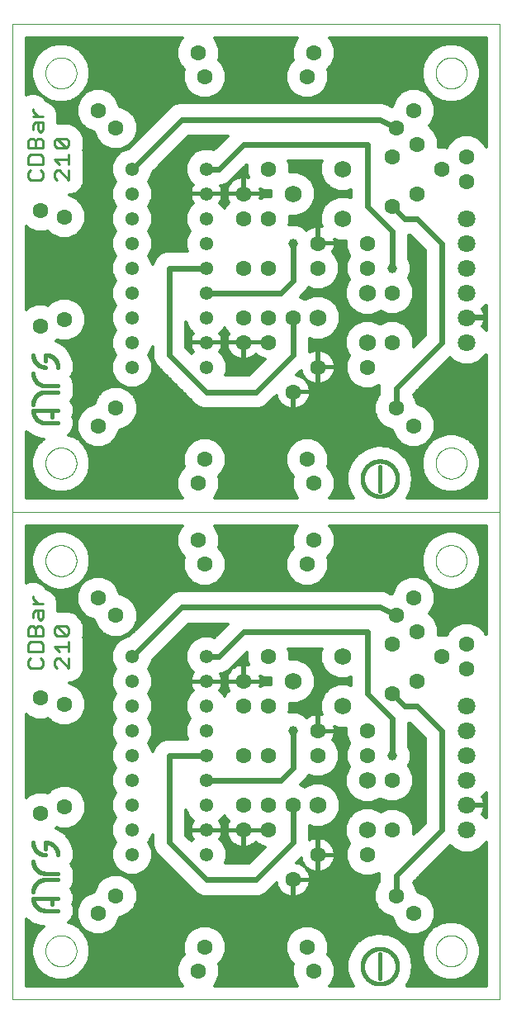
<source format=gbr>
G75*
%MOIN*%
%OFA0B0*%
%FSLAX25Y25*%
%IPPOS*%
%LPD*%
%AMOC8*
5,1,8,0,0,1.08239X$1,22.5*
%
%ADD10C,0.00000*%
%ADD11C,0.01100*%
%ADD12C,0.01600*%
%ADD13C,0.06299*%
%ADD14C,0.05440*%
%ADD15C,0.06800*%
%ADD16C,0.07087*%
%ADD17C,0.01200*%
%ADD18C,0.02400*%
%ADD19C,0.03962*%
%ADD20C,0.01800*%
D10*
X0003175Y0040949D02*
X0200025Y0040949D01*
X0200025Y0237799D01*
X0003175Y0237799D01*
X0003175Y0434650D01*
X0200025Y0434650D01*
X0200025Y0237799D01*
X0174090Y0257484D02*
X0174092Y0257642D01*
X0174098Y0257799D01*
X0174108Y0257957D01*
X0174122Y0258114D01*
X0174140Y0258270D01*
X0174161Y0258427D01*
X0174187Y0258582D01*
X0174217Y0258737D01*
X0174250Y0258891D01*
X0174288Y0259044D01*
X0174329Y0259197D01*
X0174374Y0259348D01*
X0174423Y0259498D01*
X0174476Y0259646D01*
X0174532Y0259794D01*
X0174593Y0259939D01*
X0174656Y0260084D01*
X0174724Y0260226D01*
X0174795Y0260367D01*
X0174869Y0260506D01*
X0174947Y0260643D01*
X0175029Y0260778D01*
X0175113Y0260911D01*
X0175202Y0261042D01*
X0175293Y0261170D01*
X0175388Y0261297D01*
X0175485Y0261420D01*
X0175586Y0261542D01*
X0175690Y0261660D01*
X0175797Y0261776D01*
X0175907Y0261889D01*
X0176019Y0262000D01*
X0176135Y0262107D01*
X0176253Y0262212D01*
X0176373Y0262314D01*
X0176496Y0262412D01*
X0176622Y0262508D01*
X0176750Y0262600D01*
X0176880Y0262689D01*
X0177012Y0262775D01*
X0177147Y0262857D01*
X0177284Y0262936D01*
X0177422Y0263011D01*
X0177562Y0263083D01*
X0177705Y0263151D01*
X0177848Y0263216D01*
X0177994Y0263277D01*
X0178141Y0263334D01*
X0178289Y0263388D01*
X0178439Y0263438D01*
X0178589Y0263484D01*
X0178741Y0263526D01*
X0178894Y0263565D01*
X0179048Y0263599D01*
X0179203Y0263630D01*
X0179358Y0263656D01*
X0179514Y0263679D01*
X0179671Y0263698D01*
X0179828Y0263713D01*
X0179985Y0263724D01*
X0180143Y0263731D01*
X0180301Y0263734D01*
X0180458Y0263733D01*
X0180616Y0263728D01*
X0180773Y0263719D01*
X0180931Y0263706D01*
X0181087Y0263689D01*
X0181244Y0263668D01*
X0181399Y0263644D01*
X0181554Y0263615D01*
X0181709Y0263582D01*
X0181862Y0263546D01*
X0182015Y0263505D01*
X0182166Y0263461D01*
X0182316Y0263413D01*
X0182465Y0263362D01*
X0182613Y0263306D01*
X0182759Y0263247D01*
X0182904Y0263184D01*
X0183047Y0263117D01*
X0183188Y0263047D01*
X0183327Y0262974D01*
X0183465Y0262897D01*
X0183601Y0262816D01*
X0183734Y0262732D01*
X0183865Y0262645D01*
X0183994Y0262554D01*
X0184121Y0262460D01*
X0184246Y0262363D01*
X0184367Y0262263D01*
X0184487Y0262160D01*
X0184603Y0262054D01*
X0184717Y0261945D01*
X0184829Y0261833D01*
X0184937Y0261719D01*
X0185042Y0261601D01*
X0185145Y0261481D01*
X0185244Y0261359D01*
X0185340Y0261234D01*
X0185433Y0261106D01*
X0185523Y0260977D01*
X0185609Y0260845D01*
X0185693Y0260711D01*
X0185772Y0260575D01*
X0185849Y0260437D01*
X0185921Y0260297D01*
X0185990Y0260155D01*
X0186056Y0260012D01*
X0186118Y0259867D01*
X0186176Y0259720D01*
X0186231Y0259572D01*
X0186282Y0259423D01*
X0186329Y0259272D01*
X0186372Y0259121D01*
X0186411Y0258968D01*
X0186447Y0258814D01*
X0186478Y0258660D01*
X0186506Y0258505D01*
X0186530Y0258349D01*
X0186550Y0258192D01*
X0186566Y0258035D01*
X0186578Y0257878D01*
X0186586Y0257721D01*
X0186590Y0257563D01*
X0186590Y0257405D01*
X0186586Y0257247D01*
X0186578Y0257090D01*
X0186566Y0256933D01*
X0186550Y0256776D01*
X0186530Y0256619D01*
X0186506Y0256463D01*
X0186478Y0256308D01*
X0186447Y0256154D01*
X0186411Y0256000D01*
X0186372Y0255847D01*
X0186329Y0255696D01*
X0186282Y0255545D01*
X0186231Y0255396D01*
X0186176Y0255248D01*
X0186118Y0255101D01*
X0186056Y0254956D01*
X0185990Y0254813D01*
X0185921Y0254671D01*
X0185849Y0254531D01*
X0185772Y0254393D01*
X0185693Y0254257D01*
X0185609Y0254123D01*
X0185523Y0253991D01*
X0185433Y0253862D01*
X0185340Y0253734D01*
X0185244Y0253609D01*
X0185145Y0253487D01*
X0185042Y0253367D01*
X0184937Y0253249D01*
X0184829Y0253135D01*
X0184717Y0253023D01*
X0184603Y0252914D01*
X0184487Y0252808D01*
X0184367Y0252705D01*
X0184246Y0252605D01*
X0184121Y0252508D01*
X0183994Y0252414D01*
X0183865Y0252323D01*
X0183734Y0252236D01*
X0183601Y0252152D01*
X0183465Y0252071D01*
X0183327Y0251994D01*
X0183188Y0251921D01*
X0183047Y0251851D01*
X0182904Y0251784D01*
X0182759Y0251721D01*
X0182613Y0251662D01*
X0182465Y0251606D01*
X0182316Y0251555D01*
X0182166Y0251507D01*
X0182015Y0251463D01*
X0181862Y0251422D01*
X0181709Y0251386D01*
X0181554Y0251353D01*
X0181399Y0251324D01*
X0181244Y0251300D01*
X0181087Y0251279D01*
X0180931Y0251262D01*
X0180773Y0251249D01*
X0180616Y0251240D01*
X0180458Y0251235D01*
X0180301Y0251234D01*
X0180143Y0251237D01*
X0179985Y0251244D01*
X0179828Y0251255D01*
X0179671Y0251270D01*
X0179514Y0251289D01*
X0179358Y0251312D01*
X0179203Y0251338D01*
X0179048Y0251369D01*
X0178894Y0251403D01*
X0178741Y0251442D01*
X0178589Y0251484D01*
X0178439Y0251530D01*
X0178289Y0251580D01*
X0178141Y0251634D01*
X0177994Y0251691D01*
X0177848Y0251752D01*
X0177705Y0251817D01*
X0177562Y0251885D01*
X0177422Y0251957D01*
X0177284Y0252032D01*
X0177147Y0252111D01*
X0177012Y0252193D01*
X0176880Y0252279D01*
X0176750Y0252368D01*
X0176622Y0252460D01*
X0176496Y0252556D01*
X0176373Y0252654D01*
X0176253Y0252756D01*
X0176135Y0252861D01*
X0176019Y0252968D01*
X0175907Y0253079D01*
X0175797Y0253192D01*
X0175690Y0253308D01*
X0175586Y0253426D01*
X0175485Y0253548D01*
X0175388Y0253671D01*
X0175293Y0253798D01*
X0175202Y0253926D01*
X0175113Y0254057D01*
X0175029Y0254190D01*
X0174947Y0254325D01*
X0174869Y0254462D01*
X0174795Y0254601D01*
X0174724Y0254742D01*
X0174656Y0254884D01*
X0174593Y0255029D01*
X0174532Y0255174D01*
X0174476Y0255322D01*
X0174423Y0255470D01*
X0174374Y0255620D01*
X0174329Y0255771D01*
X0174288Y0255924D01*
X0174250Y0256077D01*
X0174217Y0256231D01*
X0174187Y0256386D01*
X0174161Y0256541D01*
X0174140Y0256698D01*
X0174122Y0256854D01*
X0174108Y0257011D01*
X0174098Y0257169D01*
X0174092Y0257326D01*
X0174090Y0257484D01*
X0174090Y0218114D02*
X0174092Y0218272D01*
X0174098Y0218429D01*
X0174108Y0218587D01*
X0174122Y0218744D01*
X0174140Y0218900D01*
X0174161Y0219057D01*
X0174187Y0219212D01*
X0174217Y0219367D01*
X0174250Y0219521D01*
X0174288Y0219674D01*
X0174329Y0219827D01*
X0174374Y0219978D01*
X0174423Y0220128D01*
X0174476Y0220276D01*
X0174532Y0220424D01*
X0174593Y0220569D01*
X0174656Y0220714D01*
X0174724Y0220856D01*
X0174795Y0220997D01*
X0174869Y0221136D01*
X0174947Y0221273D01*
X0175029Y0221408D01*
X0175113Y0221541D01*
X0175202Y0221672D01*
X0175293Y0221800D01*
X0175388Y0221927D01*
X0175485Y0222050D01*
X0175586Y0222172D01*
X0175690Y0222290D01*
X0175797Y0222406D01*
X0175907Y0222519D01*
X0176019Y0222630D01*
X0176135Y0222737D01*
X0176253Y0222842D01*
X0176373Y0222944D01*
X0176496Y0223042D01*
X0176622Y0223138D01*
X0176750Y0223230D01*
X0176880Y0223319D01*
X0177012Y0223405D01*
X0177147Y0223487D01*
X0177284Y0223566D01*
X0177422Y0223641D01*
X0177562Y0223713D01*
X0177705Y0223781D01*
X0177848Y0223846D01*
X0177994Y0223907D01*
X0178141Y0223964D01*
X0178289Y0224018D01*
X0178439Y0224068D01*
X0178589Y0224114D01*
X0178741Y0224156D01*
X0178894Y0224195D01*
X0179048Y0224229D01*
X0179203Y0224260D01*
X0179358Y0224286D01*
X0179514Y0224309D01*
X0179671Y0224328D01*
X0179828Y0224343D01*
X0179985Y0224354D01*
X0180143Y0224361D01*
X0180301Y0224364D01*
X0180458Y0224363D01*
X0180616Y0224358D01*
X0180773Y0224349D01*
X0180931Y0224336D01*
X0181087Y0224319D01*
X0181244Y0224298D01*
X0181399Y0224274D01*
X0181554Y0224245D01*
X0181709Y0224212D01*
X0181862Y0224176D01*
X0182015Y0224135D01*
X0182166Y0224091D01*
X0182316Y0224043D01*
X0182465Y0223992D01*
X0182613Y0223936D01*
X0182759Y0223877D01*
X0182904Y0223814D01*
X0183047Y0223747D01*
X0183188Y0223677D01*
X0183327Y0223604D01*
X0183465Y0223527D01*
X0183601Y0223446D01*
X0183734Y0223362D01*
X0183865Y0223275D01*
X0183994Y0223184D01*
X0184121Y0223090D01*
X0184246Y0222993D01*
X0184367Y0222893D01*
X0184487Y0222790D01*
X0184603Y0222684D01*
X0184717Y0222575D01*
X0184829Y0222463D01*
X0184937Y0222349D01*
X0185042Y0222231D01*
X0185145Y0222111D01*
X0185244Y0221989D01*
X0185340Y0221864D01*
X0185433Y0221736D01*
X0185523Y0221607D01*
X0185609Y0221475D01*
X0185693Y0221341D01*
X0185772Y0221205D01*
X0185849Y0221067D01*
X0185921Y0220927D01*
X0185990Y0220785D01*
X0186056Y0220642D01*
X0186118Y0220497D01*
X0186176Y0220350D01*
X0186231Y0220202D01*
X0186282Y0220053D01*
X0186329Y0219902D01*
X0186372Y0219751D01*
X0186411Y0219598D01*
X0186447Y0219444D01*
X0186478Y0219290D01*
X0186506Y0219135D01*
X0186530Y0218979D01*
X0186550Y0218822D01*
X0186566Y0218665D01*
X0186578Y0218508D01*
X0186586Y0218351D01*
X0186590Y0218193D01*
X0186590Y0218035D01*
X0186586Y0217877D01*
X0186578Y0217720D01*
X0186566Y0217563D01*
X0186550Y0217406D01*
X0186530Y0217249D01*
X0186506Y0217093D01*
X0186478Y0216938D01*
X0186447Y0216784D01*
X0186411Y0216630D01*
X0186372Y0216477D01*
X0186329Y0216326D01*
X0186282Y0216175D01*
X0186231Y0216026D01*
X0186176Y0215878D01*
X0186118Y0215731D01*
X0186056Y0215586D01*
X0185990Y0215443D01*
X0185921Y0215301D01*
X0185849Y0215161D01*
X0185772Y0215023D01*
X0185693Y0214887D01*
X0185609Y0214753D01*
X0185523Y0214621D01*
X0185433Y0214492D01*
X0185340Y0214364D01*
X0185244Y0214239D01*
X0185145Y0214117D01*
X0185042Y0213997D01*
X0184937Y0213879D01*
X0184829Y0213765D01*
X0184717Y0213653D01*
X0184603Y0213544D01*
X0184487Y0213438D01*
X0184367Y0213335D01*
X0184246Y0213235D01*
X0184121Y0213138D01*
X0183994Y0213044D01*
X0183865Y0212953D01*
X0183734Y0212866D01*
X0183601Y0212782D01*
X0183465Y0212701D01*
X0183327Y0212624D01*
X0183188Y0212551D01*
X0183047Y0212481D01*
X0182904Y0212414D01*
X0182759Y0212351D01*
X0182613Y0212292D01*
X0182465Y0212236D01*
X0182316Y0212185D01*
X0182166Y0212137D01*
X0182015Y0212093D01*
X0181862Y0212052D01*
X0181709Y0212016D01*
X0181554Y0211983D01*
X0181399Y0211954D01*
X0181244Y0211930D01*
X0181087Y0211909D01*
X0180931Y0211892D01*
X0180773Y0211879D01*
X0180616Y0211870D01*
X0180458Y0211865D01*
X0180301Y0211864D01*
X0180143Y0211867D01*
X0179985Y0211874D01*
X0179828Y0211885D01*
X0179671Y0211900D01*
X0179514Y0211919D01*
X0179358Y0211942D01*
X0179203Y0211968D01*
X0179048Y0211999D01*
X0178894Y0212033D01*
X0178741Y0212072D01*
X0178589Y0212114D01*
X0178439Y0212160D01*
X0178289Y0212210D01*
X0178141Y0212264D01*
X0177994Y0212321D01*
X0177848Y0212382D01*
X0177705Y0212447D01*
X0177562Y0212515D01*
X0177422Y0212587D01*
X0177284Y0212662D01*
X0177147Y0212741D01*
X0177012Y0212823D01*
X0176880Y0212909D01*
X0176750Y0212998D01*
X0176622Y0213090D01*
X0176496Y0213186D01*
X0176373Y0213284D01*
X0176253Y0213386D01*
X0176135Y0213491D01*
X0176019Y0213598D01*
X0175907Y0213709D01*
X0175797Y0213822D01*
X0175690Y0213938D01*
X0175586Y0214056D01*
X0175485Y0214178D01*
X0175388Y0214301D01*
X0175293Y0214428D01*
X0175202Y0214556D01*
X0175113Y0214687D01*
X0175029Y0214820D01*
X0174947Y0214955D01*
X0174869Y0215092D01*
X0174795Y0215231D01*
X0174724Y0215372D01*
X0174656Y0215514D01*
X0174593Y0215659D01*
X0174532Y0215804D01*
X0174476Y0215952D01*
X0174423Y0216100D01*
X0174374Y0216250D01*
X0174329Y0216401D01*
X0174288Y0216554D01*
X0174250Y0216707D01*
X0174217Y0216861D01*
X0174187Y0217016D01*
X0174161Y0217171D01*
X0174140Y0217328D01*
X0174122Y0217484D01*
X0174108Y0217641D01*
X0174098Y0217799D01*
X0174092Y0217956D01*
X0174090Y0218114D01*
X0016610Y0218114D02*
X0016612Y0218272D01*
X0016618Y0218429D01*
X0016628Y0218587D01*
X0016642Y0218744D01*
X0016660Y0218900D01*
X0016681Y0219057D01*
X0016707Y0219212D01*
X0016737Y0219367D01*
X0016770Y0219521D01*
X0016808Y0219674D01*
X0016849Y0219827D01*
X0016894Y0219978D01*
X0016943Y0220128D01*
X0016996Y0220276D01*
X0017052Y0220424D01*
X0017113Y0220569D01*
X0017176Y0220714D01*
X0017244Y0220856D01*
X0017315Y0220997D01*
X0017389Y0221136D01*
X0017467Y0221273D01*
X0017549Y0221408D01*
X0017633Y0221541D01*
X0017722Y0221672D01*
X0017813Y0221800D01*
X0017908Y0221927D01*
X0018005Y0222050D01*
X0018106Y0222172D01*
X0018210Y0222290D01*
X0018317Y0222406D01*
X0018427Y0222519D01*
X0018539Y0222630D01*
X0018655Y0222737D01*
X0018773Y0222842D01*
X0018893Y0222944D01*
X0019016Y0223042D01*
X0019142Y0223138D01*
X0019270Y0223230D01*
X0019400Y0223319D01*
X0019532Y0223405D01*
X0019667Y0223487D01*
X0019804Y0223566D01*
X0019942Y0223641D01*
X0020082Y0223713D01*
X0020225Y0223781D01*
X0020368Y0223846D01*
X0020514Y0223907D01*
X0020661Y0223964D01*
X0020809Y0224018D01*
X0020959Y0224068D01*
X0021109Y0224114D01*
X0021261Y0224156D01*
X0021414Y0224195D01*
X0021568Y0224229D01*
X0021723Y0224260D01*
X0021878Y0224286D01*
X0022034Y0224309D01*
X0022191Y0224328D01*
X0022348Y0224343D01*
X0022505Y0224354D01*
X0022663Y0224361D01*
X0022821Y0224364D01*
X0022978Y0224363D01*
X0023136Y0224358D01*
X0023293Y0224349D01*
X0023451Y0224336D01*
X0023607Y0224319D01*
X0023764Y0224298D01*
X0023919Y0224274D01*
X0024074Y0224245D01*
X0024229Y0224212D01*
X0024382Y0224176D01*
X0024535Y0224135D01*
X0024686Y0224091D01*
X0024836Y0224043D01*
X0024985Y0223992D01*
X0025133Y0223936D01*
X0025279Y0223877D01*
X0025424Y0223814D01*
X0025567Y0223747D01*
X0025708Y0223677D01*
X0025847Y0223604D01*
X0025985Y0223527D01*
X0026121Y0223446D01*
X0026254Y0223362D01*
X0026385Y0223275D01*
X0026514Y0223184D01*
X0026641Y0223090D01*
X0026766Y0222993D01*
X0026887Y0222893D01*
X0027007Y0222790D01*
X0027123Y0222684D01*
X0027237Y0222575D01*
X0027349Y0222463D01*
X0027457Y0222349D01*
X0027562Y0222231D01*
X0027665Y0222111D01*
X0027764Y0221989D01*
X0027860Y0221864D01*
X0027953Y0221736D01*
X0028043Y0221607D01*
X0028129Y0221475D01*
X0028213Y0221341D01*
X0028292Y0221205D01*
X0028369Y0221067D01*
X0028441Y0220927D01*
X0028510Y0220785D01*
X0028576Y0220642D01*
X0028638Y0220497D01*
X0028696Y0220350D01*
X0028751Y0220202D01*
X0028802Y0220053D01*
X0028849Y0219902D01*
X0028892Y0219751D01*
X0028931Y0219598D01*
X0028967Y0219444D01*
X0028998Y0219290D01*
X0029026Y0219135D01*
X0029050Y0218979D01*
X0029070Y0218822D01*
X0029086Y0218665D01*
X0029098Y0218508D01*
X0029106Y0218351D01*
X0029110Y0218193D01*
X0029110Y0218035D01*
X0029106Y0217877D01*
X0029098Y0217720D01*
X0029086Y0217563D01*
X0029070Y0217406D01*
X0029050Y0217249D01*
X0029026Y0217093D01*
X0028998Y0216938D01*
X0028967Y0216784D01*
X0028931Y0216630D01*
X0028892Y0216477D01*
X0028849Y0216326D01*
X0028802Y0216175D01*
X0028751Y0216026D01*
X0028696Y0215878D01*
X0028638Y0215731D01*
X0028576Y0215586D01*
X0028510Y0215443D01*
X0028441Y0215301D01*
X0028369Y0215161D01*
X0028292Y0215023D01*
X0028213Y0214887D01*
X0028129Y0214753D01*
X0028043Y0214621D01*
X0027953Y0214492D01*
X0027860Y0214364D01*
X0027764Y0214239D01*
X0027665Y0214117D01*
X0027562Y0213997D01*
X0027457Y0213879D01*
X0027349Y0213765D01*
X0027237Y0213653D01*
X0027123Y0213544D01*
X0027007Y0213438D01*
X0026887Y0213335D01*
X0026766Y0213235D01*
X0026641Y0213138D01*
X0026514Y0213044D01*
X0026385Y0212953D01*
X0026254Y0212866D01*
X0026121Y0212782D01*
X0025985Y0212701D01*
X0025847Y0212624D01*
X0025708Y0212551D01*
X0025567Y0212481D01*
X0025424Y0212414D01*
X0025279Y0212351D01*
X0025133Y0212292D01*
X0024985Y0212236D01*
X0024836Y0212185D01*
X0024686Y0212137D01*
X0024535Y0212093D01*
X0024382Y0212052D01*
X0024229Y0212016D01*
X0024074Y0211983D01*
X0023919Y0211954D01*
X0023764Y0211930D01*
X0023607Y0211909D01*
X0023451Y0211892D01*
X0023293Y0211879D01*
X0023136Y0211870D01*
X0022978Y0211865D01*
X0022821Y0211864D01*
X0022663Y0211867D01*
X0022505Y0211874D01*
X0022348Y0211885D01*
X0022191Y0211900D01*
X0022034Y0211919D01*
X0021878Y0211942D01*
X0021723Y0211968D01*
X0021568Y0211999D01*
X0021414Y0212033D01*
X0021261Y0212072D01*
X0021109Y0212114D01*
X0020959Y0212160D01*
X0020809Y0212210D01*
X0020661Y0212264D01*
X0020514Y0212321D01*
X0020368Y0212382D01*
X0020225Y0212447D01*
X0020082Y0212515D01*
X0019942Y0212587D01*
X0019804Y0212662D01*
X0019667Y0212741D01*
X0019532Y0212823D01*
X0019400Y0212909D01*
X0019270Y0212998D01*
X0019142Y0213090D01*
X0019016Y0213186D01*
X0018893Y0213284D01*
X0018773Y0213386D01*
X0018655Y0213491D01*
X0018539Y0213598D01*
X0018427Y0213709D01*
X0018317Y0213822D01*
X0018210Y0213938D01*
X0018106Y0214056D01*
X0018005Y0214178D01*
X0017908Y0214301D01*
X0017813Y0214428D01*
X0017722Y0214556D01*
X0017633Y0214687D01*
X0017549Y0214820D01*
X0017467Y0214955D01*
X0017389Y0215092D01*
X0017315Y0215231D01*
X0017244Y0215372D01*
X0017176Y0215514D01*
X0017113Y0215659D01*
X0017052Y0215804D01*
X0016996Y0215952D01*
X0016943Y0216100D01*
X0016894Y0216250D01*
X0016849Y0216401D01*
X0016808Y0216554D01*
X0016770Y0216707D01*
X0016737Y0216861D01*
X0016707Y0217016D01*
X0016681Y0217171D01*
X0016660Y0217328D01*
X0016642Y0217484D01*
X0016628Y0217641D01*
X0016618Y0217799D01*
X0016612Y0217956D01*
X0016610Y0218114D01*
X0003175Y0237799D02*
X0003175Y0040949D01*
X0016610Y0060634D02*
X0016612Y0060792D01*
X0016618Y0060949D01*
X0016628Y0061107D01*
X0016642Y0061264D01*
X0016660Y0061420D01*
X0016681Y0061577D01*
X0016707Y0061732D01*
X0016737Y0061887D01*
X0016770Y0062041D01*
X0016808Y0062194D01*
X0016849Y0062347D01*
X0016894Y0062498D01*
X0016943Y0062648D01*
X0016996Y0062796D01*
X0017052Y0062944D01*
X0017113Y0063089D01*
X0017176Y0063234D01*
X0017244Y0063376D01*
X0017315Y0063517D01*
X0017389Y0063656D01*
X0017467Y0063793D01*
X0017549Y0063928D01*
X0017633Y0064061D01*
X0017722Y0064192D01*
X0017813Y0064320D01*
X0017908Y0064447D01*
X0018005Y0064570D01*
X0018106Y0064692D01*
X0018210Y0064810D01*
X0018317Y0064926D01*
X0018427Y0065039D01*
X0018539Y0065150D01*
X0018655Y0065257D01*
X0018773Y0065362D01*
X0018893Y0065464D01*
X0019016Y0065562D01*
X0019142Y0065658D01*
X0019270Y0065750D01*
X0019400Y0065839D01*
X0019532Y0065925D01*
X0019667Y0066007D01*
X0019804Y0066086D01*
X0019942Y0066161D01*
X0020082Y0066233D01*
X0020225Y0066301D01*
X0020368Y0066366D01*
X0020514Y0066427D01*
X0020661Y0066484D01*
X0020809Y0066538D01*
X0020959Y0066588D01*
X0021109Y0066634D01*
X0021261Y0066676D01*
X0021414Y0066715D01*
X0021568Y0066749D01*
X0021723Y0066780D01*
X0021878Y0066806D01*
X0022034Y0066829D01*
X0022191Y0066848D01*
X0022348Y0066863D01*
X0022505Y0066874D01*
X0022663Y0066881D01*
X0022821Y0066884D01*
X0022978Y0066883D01*
X0023136Y0066878D01*
X0023293Y0066869D01*
X0023451Y0066856D01*
X0023607Y0066839D01*
X0023764Y0066818D01*
X0023919Y0066794D01*
X0024074Y0066765D01*
X0024229Y0066732D01*
X0024382Y0066696D01*
X0024535Y0066655D01*
X0024686Y0066611D01*
X0024836Y0066563D01*
X0024985Y0066512D01*
X0025133Y0066456D01*
X0025279Y0066397D01*
X0025424Y0066334D01*
X0025567Y0066267D01*
X0025708Y0066197D01*
X0025847Y0066124D01*
X0025985Y0066047D01*
X0026121Y0065966D01*
X0026254Y0065882D01*
X0026385Y0065795D01*
X0026514Y0065704D01*
X0026641Y0065610D01*
X0026766Y0065513D01*
X0026887Y0065413D01*
X0027007Y0065310D01*
X0027123Y0065204D01*
X0027237Y0065095D01*
X0027349Y0064983D01*
X0027457Y0064869D01*
X0027562Y0064751D01*
X0027665Y0064631D01*
X0027764Y0064509D01*
X0027860Y0064384D01*
X0027953Y0064256D01*
X0028043Y0064127D01*
X0028129Y0063995D01*
X0028213Y0063861D01*
X0028292Y0063725D01*
X0028369Y0063587D01*
X0028441Y0063447D01*
X0028510Y0063305D01*
X0028576Y0063162D01*
X0028638Y0063017D01*
X0028696Y0062870D01*
X0028751Y0062722D01*
X0028802Y0062573D01*
X0028849Y0062422D01*
X0028892Y0062271D01*
X0028931Y0062118D01*
X0028967Y0061964D01*
X0028998Y0061810D01*
X0029026Y0061655D01*
X0029050Y0061499D01*
X0029070Y0061342D01*
X0029086Y0061185D01*
X0029098Y0061028D01*
X0029106Y0060871D01*
X0029110Y0060713D01*
X0029110Y0060555D01*
X0029106Y0060397D01*
X0029098Y0060240D01*
X0029086Y0060083D01*
X0029070Y0059926D01*
X0029050Y0059769D01*
X0029026Y0059613D01*
X0028998Y0059458D01*
X0028967Y0059304D01*
X0028931Y0059150D01*
X0028892Y0058997D01*
X0028849Y0058846D01*
X0028802Y0058695D01*
X0028751Y0058546D01*
X0028696Y0058398D01*
X0028638Y0058251D01*
X0028576Y0058106D01*
X0028510Y0057963D01*
X0028441Y0057821D01*
X0028369Y0057681D01*
X0028292Y0057543D01*
X0028213Y0057407D01*
X0028129Y0057273D01*
X0028043Y0057141D01*
X0027953Y0057012D01*
X0027860Y0056884D01*
X0027764Y0056759D01*
X0027665Y0056637D01*
X0027562Y0056517D01*
X0027457Y0056399D01*
X0027349Y0056285D01*
X0027237Y0056173D01*
X0027123Y0056064D01*
X0027007Y0055958D01*
X0026887Y0055855D01*
X0026766Y0055755D01*
X0026641Y0055658D01*
X0026514Y0055564D01*
X0026385Y0055473D01*
X0026254Y0055386D01*
X0026121Y0055302D01*
X0025985Y0055221D01*
X0025847Y0055144D01*
X0025708Y0055071D01*
X0025567Y0055001D01*
X0025424Y0054934D01*
X0025279Y0054871D01*
X0025133Y0054812D01*
X0024985Y0054756D01*
X0024836Y0054705D01*
X0024686Y0054657D01*
X0024535Y0054613D01*
X0024382Y0054572D01*
X0024229Y0054536D01*
X0024074Y0054503D01*
X0023919Y0054474D01*
X0023764Y0054450D01*
X0023607Y0054429D01*
X0023451Y0054412D01*
X0023293Y0054399D01*
X0023136Y0054390D01*
X0022978Y0054385D01*
X0022821Y0054384D01*
X0022663Y0054387D01*
X0022505Y0054394D01*
X0022348Y0054405D01*
X0022191Y0054420D01*
X0022034Y0054439D01*
X0021878Y0054462D01*
X0021723Y0054488D01*
X0021568Y0054519D01*
X0021414Y0054553D01*
X0021261Y0054592D01*
X0021109Y0054634D01*
X0020959Y0054680D01*
X0020809Y0054730D01*
X0020661Y0054784D01*
X0020514Y0054841D01*
X0020368Y0054902D01*
X0020225Y0054967D01*
X0020082Y0055035D01*
X0019942Y0055107D01*
X0019804Y0055182D01*
X0019667Y0055261D01*
X0019532Y0055343D01*
X0019400Y0055429D01*
X0019270Y0055518D01*
X0019142Y0055610D01*
X0019016Y0055706D01*
X0018893Y0055804D01*
X0018773Y0055906D01*
X0018655Y0056011D01*
X0018539Y0056118D01*
X0018427Y0056229D01*
X0018317Y0056342D01*
X0018210Y0056458D01*
X0018106Y0056576D01*
X0018005Y0056698D01*
X0017908Y0056821D01*
X0017813Y0056948D01*
X0017722Y0057076D01*
X0017633Y0057207D01*
X0017549Y0057340D01*
X0017467Y0057475D01*
X0017389Y0057612D01*
X0017315Y0057751D01*
X0017244Y0057892D01*
X0017176Y0058034D01*
X0017113Y0058179D01*
X0017052Y0058324D01*
X0016996Y0058472D01*
X0016943Y0058620D01*
X0016894Y0058770D01*
X0016849Y0058921D01*
X0016808Y0059074D01*
X0016770Y0059227D01*
X0016737Y0059381D01*
X0016707Y0059536D01*
X0016681Y0059691D01*
X0016660Y0059848D01*
X0016642Y0060004D01*
X0016628Y0060161D01*
X0016618Y0060319D01*
X0016612Y0060476D01*
X0016610Y0060634D01*
X0174090Y0060634D02*
X0174092Y0060792D01*
X0174098Y0060949D01*
X0174108Y0061107D01*
X0174122Y0061264D01*
X0174140Y0061420D01*
X0174161Y0061577D01*
X0174187Y0061732D01*
X0174217Y0061887D01*
X0174250Y0062041D01*
X0174288Y0062194D01*
X0174329Y0062347D01*
X0174374Y0062498D01*
X0174423Y0062648D01*
X0174476Y0062796D01*
X0174532Y0062944D01*
X0174593Y0063089D01*
X0174656Y0063234D01*
X0174724Y0063376D01*
X0174795Y0063517D01*
X0174869Y0063656D01*
X0174947Y0063793D01*
X0175029Y0063928D01*
X0175113Y0064061D01*
X0175202Y0064192D01*
X0175293Y0064320D01*
X0175388Y0064447D01*
X0175485Y0064570D01*
X0175586Y0064692D01*
X0175690Y0064810D01*
X0175797Y0064926D01*
X0175907Y0065039D01*
X0176019Y0065150D01*
X0176135Y0065257D01*
X0176253Y0065362D01*
X0176373Y0065464D01*
X0176496Y0065562D01*
X0176622Y0065658D01*
X0176750Y0065750D01*
X0176880Y0065839D01*
X0177012Y0065925D01*
X0177147Y0066007D01*
X0177284Y0066086D01*
X0177422Y0066161D01*
X0177562Y0066233D01*
X0177705Y0066301D01*
X0177848Y0066366D01*
X0177994Y0066427D01*
X0178141Y0066484D01*
X0178289Y0066538D01*
X0178439Y0066588D01*
X0178589Y0066634D01*
X0178741Y0066676D01*
X0178894Y0066715D01*
X0179048Y0066749D01*
X0179203Y0066780D01*
X0179358Y0066806D01*
X0179514Y0066829D01*
X0179671Y0066848D01*
X0179828Y0066863D01*
X0179985Y0066874D01*
X0180143Y0066881D01*
X0180301Y0066884D01*
X0180458Y0066883D01*
X0180616Y0066878D01*
X0180773Y0066869D01*
X0180931Y0066856D01*
X0181087Y0066839D01*
X0181244Y0066818D01*
X0181399Y0066794D01*
X0181554Y0066765D01*
X0181709Y0066732D01*
X0181862Y0066696D01*
X0182015Y0066655D01*
X0182166Y0066611D01*
X0182316Y0066563D01*
X0182465Y0066512D01*
X0182613Y0066456D01*
X0182759Y0066397D01*
X0182904Y0066334D01*
X0183047Y0066267D01*
X0183188Y0066197D01*
X0183327Y0066124D01*
X0183465Y0066047D01*
X0183601Y0065966D01*
X0183734Y0065882D01*
X0183865Y0065795D01*
X0183994Y0065704D01*
X0184121Y0065610D01*
X0184246Y0065513D01*
X0184367Y0065413D01*
X0184487Y0065310D01*
X0184603Y0065204D01*
X0184717Y0065095D01*
X0184829Y0064983D01*
X0184937Y0064869D01*
X0185042Y0064751D01*
X0185145Y0064631D01*
X0185244Y0064509D01*
X0185340Y0064384D01*
X0185433Y0064256D01*
X0185523Y0064127D01*
X0185609Y0063995D01*
X0185693Y0063861D01*
X0185772Y0063725D01*
X0185849Y0063587D01*
X0185921Y0063447D01*
X0185990Y0063305D01*
X0186056Y0063162D01*
X0186118Y0063017D01*
X0186176Y0062870D01*
X0186231Y0062722D01*
X0186282Y0062573D01*
X0186329Y0062422D01*
X0186372Y0062271D01*
X0186411Y0062118D01*
X0186447Y0061964D01*
X0186478Y0061810D01*
X0186506Y0061655D01*
X0186530Y0061499D01*
X0186550Y0061342D01*
X0186566Y0061185D01*
X0186578Y0061028D01*
X0186586Y0060871D01*
X0186590Y0060713D01*
X0186590Y0060555D01*
X0186586Y0060397D01*
X0186578Y0060240D01*
X0186566Y0060083D01*
X0186550Y0059926D01*
X0186530Y0059769D01*
X0186506Y0059613D01*
X0186478Y0059458D01*
X0186447Y0059304D01*
X0186411Y0059150D01*
X0186372Y0058997D01*
X0186329Y0058846D01*
X0186282Y0058695D01*
X0186231Y0058546D01*
X0186176Y0058398D01*
X0186118Y0058251D01*
X0186056Y0058106D01*
X0185990Y0057963D01*
X0185921Y0057821D01*
X0185849Y0057681D01*
X0185772Y0057543D01*
X0185693Y0057407D01*
X0185609Y0057273D01*
X0185523Y0057141D01*
X0185433Y0057012D01*
X0185340Y0056884D01*
X0185244Y0056759D01*
X0185145Y0056637D01*
X0185042Y0056517D01*
X0184937Y0056399D01*
X0184829Y0056285D01*
X0184717Y0056173D01*
X0184603Y0056064D01*
X0184487Y0055958D01*
X0184367Y0055855D01*
X0184246Y0055755D01*
X0184121Y0055658D01*
X0183994Y0055564D01*
X0183865Y0055473D01*
X0183734Y0055386D01*
X0183601Y0055302D01*
X0183465Y0055221D01*
X0183327Y0055144D01*
X0183188Y0055071D01*
X0183047Y0055001D01*
X0182904Y0054934D01*
X0182759Y0054871D01*
X0182613Y0054812D01*
X0182465Y0054756D01*
X0182316Y0054705D01*
X0182166Y0054657D01*
X0182015Y0054613D01*
X0181862Y0054572D01*
X0181709Y0054536D01*
X0181554Y0054503D01*
X0181399Y0054474D01*
X0181244Y0054450D01*
X0181087Y0054429D01*
X0180931Y0054412D01*
X0180773Y0054399D01*
X0180616Y0054390D01*
X0180458Y0054385D01*
X0180301Y0054384D01*
X0180143Y0054387D01*
X0179985Y0054394D01*
X0179828Y0054405D01*
X0179671Y0054420D01*
X0179514Y0054439D01*
X0179358Y0054462D01*
X0179203Y0054488D01*
X0179048Y0054519D01*
X0178894Y0054553D01*
X0178741Y0054592D01*
X0178589Y0054634D01*
X0178439Y0054680D01*
X0178289Y0054730D01*
X0178141Y0054784D01*
X0177994Y0054841D01*
X0177848Y0054902D01*
X0177705Y0054967D01*
X0177562Y0055035D01*
X0177422Y0055107D01*
X0177284Y0055182D01*
X0177147Y0055261D01*
X0177012Y0055343D01*
X0176880Y0055429D01*
X0176750Y0055518D01*
X0176622Y0055610D01*
X0176496Y0055706D01*
X0176373Y0055804D01*
X0176253Y0055906D01*
X0176135Y0056011D01*
X0176019Y0056118D01*
X0175907Y0056229D01*
X0175797Y0056342D01*
X0175690Y0056458D01*
X0175586Y0056576D01*
X0175485Y0056698D01*
X0175388Y0056821D01*
X0175293Y0056948D01*
X0175202Y0057076D01*
X0175113Y0057207D01*
X0175029Y0057340D01*
X0174947Y0057475D01*
X0174869Y0057612D01*
X0174795Y0057751D01*
X0174724Y0057892D01*
X0174656Y0058034D01*
X0174593Y0058179D01*
X0174532Y0058324D01*
X0174476Y0058472D01*
X0174423Y0058620D01*
X0174374Y0058770D01*
X0174329Y0058921D01*
X0174288Y0059074D01*
X0174250Y0059227D01*
X0174217Y0059381D01*
X0174187Y0059536D01*
X0174161Y0059691D01*
X0174140Y0059848D01*
X0174122Y0060004D01*
X0174108Y0060161D01*
X0174098Y0060319D01*
X0174092Y0060476D01*
X0174090Y0060634D01*
X0016610Y0257484D02*
X0016612Y0257642D01*
X0016618Y0257799D01*
X0016628Y0257957D01*
X0016642Y0258114D01*
X0016660Y0258270D01*
X0016681Y0258427D01*
X0016707Y0258582D01*
X0016737Y0258737D01*
X0016770Y0258891D01*
X0016808Y0259044D01*
X0016849Y0259197D01*
X0016894Y0259348D01*
X0016943Y0259498D01*
X0016996Y0259646D01*
X0017052Y0259794D01*
X0017113Y0259939D01*
X0017176Y0260084D01*
X0017244Y0260226D01*
X0017315Y0260367D01*
X0017389Y0260506D01*
X0017467Y0260643D01*
X0017549Y0260778D01*
X0017633Y0260911D01*
X0017722Y0261042D01*
X0017813Y0261170D01*
X0017908Y0261297D01*
X0018005Y0261420D01*
X0018106Y0261542D01*
X0018210Y0261660D01*
X0018317Y0261776D01*
X0018427Y0261889D01*
X0018539Y0262000D01*
X0018655Y0262107D01*
X0018773Y0262212D01*
X0018893Y0262314D01*
X0019016Y0262412D01*
X0019142Y0262508D01*
X0019270Y0262600D01*
X0019400Y0262689D01*
X0019532Y0262775D01*
X0019667Y0262857D01*
X0019804Y0262936D01*
X0019942Y0263011D01*
X0020082Y0263083D01*
X0020225Y0263151D01*
X0020368Y0263216D01*
X0020514Y0263277D01*
X0020661Y0263334D01*
X0020809Y0263388D01*
X0020959Y0263438D01*
X0021109Y0263484D01*
X0021261Y0263526D01*
X0021414Y0263565D01*
X0021568Y0263599D01*
X0021723Y0263630D01*
X0021878Y0263656D01*
X0022034Y0263679D01*
X0022191Y0263698D01*
X0022348Y0263713D01*
X0022505Y0263724D01*
X0022663Y0263731D01*
X0022821Y0263734D01*
X0022978Y0263733D01*
X0023136Y0263728D01*
X0023293Y0263719D01*
X0023451Y0263706D01*
X0023607Y0263689D01*
X0023764Y0263668D01*
X0023919Y0263644D01*
X0024074Y0263615D01*
X0024229Y0263582D01*
X0024382Y0263546D01*
X0024535Y0263505D01*
X0024686Y0263461D01*
X0024836Y0263413D01*
X0024985Y0263362D01*
X0025133Y0263306D01*
X0025279Y0263247D01*
X0025424Y0263184D01*
X0025567Y0263117D01*
X0025708Y0263047D01*
X0025847Y0262974D01*
X0025985Y0262897D01*
X0026121Y0262816D01*
X0026254Y0262732D01*
X0026385Y0262645D01*
X0026514Y0262554D01*
X0026641Y0262460D01*
X0026766Y0262363D01*
X0026887Y0262263D01*
X0027007Y0262160D01*
X0027123Y0262054D01*
X0027237Y0261945D01*
X0027349Y0261833D01*
X0027457Y0261719D01*
X0027562Y0261601D01*
X0027665Y0261481D01*
X0027764Y0261359D01*
X0027860Y0261234D01*
X0027953Y0261106D01*
X0028043Y0260977D01*
X0028129Y0260845D01*
X0028213Y0260711D01*
X0028292Y0260575D01*
X0028369Y0260437D01*
X0028441Y0260297D01*
X0028510Y0260155D01*
X0028576Y0260012D01*
X0028638Y0259867D01*
X0028696Y0259720D01*
X0028751Y0259572D01*
X0028802Y0259423D01*
X0028849Y0259272D01*
X0028892Y0259121D01*
X0028931Y0258968D01*
X0028967Y0258814D01*
X0028998Y0258660D01*
X0029026Y0258505D01*
X0029050Y0258349D01*
X0029070Y0258192D01*
X0029086Y0258035D01*
X0029098Y0257878D01*
X0029106Y0257721D01*
X0029110Y0257563D01*
X0029110Y0257405D01*
X0029106Y0257247D01*
X0029098Y0257090D01*
X0029086Y0256933D01*
X0029070Y0256776D01*
X0029050Y0256619D01*
X0029026Y0256463D01*
X0028998Y0256308D01*
X0028967Y0256154D01*
X0028931Y0256000D01*
X0028892Y0255847D01*
X0028849Y0255696D01*
X0028802Y0255545D01*
X0028751Y0255396D01*
X0028696Y0255248D01*
X0028638Y0255101D01*
X0028576Y0254956D01*
X0028510Y0254813D01*
X0028441Y0254671D01*
X0028369Y0254531D01*
X0028292Y0254393D01*
X0028213Y0254257D01*
X0028129Y0254123D01*
X0028043Y0253991D01*
X0027953Y0253862D01*
X0027860Y0253734D01*
X0027764Y0253609D01*
X0027665Y0253487D01*
X0027562Y0253367D01*
X0027457Y0253249D01*
X0027349Y0253135D01*
X0027237Y0253023D01*
X0027123Y0252914D01*
X0027007Y0252808D01*
X0026887Y0252705D01*
X0026766Y0252605D01*
X0026641Y0252508D01*
X0026514Y0252414D01*
X0026385Y0252323D01*
X0026254Y0252236D01*
X0026121Y0252152D01*
X0025985Y0252071D01*
X0025847Y0251994D01*
X0025708Y0251921D01*
X0025567Y0251851D01*
X0025424Y0251784D01*
X0025279Y0251721D01*
X0025133Y0251662D01*
X0024985Y0251606D01*
X0024836Y0251555D01*
X0024686Y0251507D01*
X0024535Y0251463D01*
X0024382Y0251422D01*
X0024229Y0251386D01*
X0024074Y0251353D01*
X0023919Y0251324D01*
X0023764Y0251300D01*
X0023607Y0251279D01*
X0023451Y0251262D01*
X0023293Y0251249D01*
X0023136Y0251240D01*
X0022978Y0251235D01*
X0022821Y0251234D01*
X0022663Y0251237D01*
X0022505Y0251244D01*
X0022348Y0251255D01*
X0022191Y0251270D01*
X0022034Y0251289D01*
X0021878Y0251312D01*
X0021723Y0251338D01*
X0021568Y0251369D01*
X0021414Y0251403D01*
X0021261Y0251442D01*
X0021109Y0251484D01*
X0020959Y0251530D01*
X0020809Y0251580D01*
X0020661Y0251634D01*
X0020514Y0251691D01*
X0020368Y0251752D01*
X0020225Y0251817D01*
X0020082Y0251885D01*
X0019942Y0251957D01*
X0019804Y0252032D01*
X0019667Y0252111D01*
X0019532Y0252193D01*
X0019400Y0252279D01*
X0019270Y0252368D01*
X0019142Y0252460D01*
X0019016Y0252556D01*
X0018893Y0252654D01*
X0018773Y0252756D01*
X0018655Y0252861D01*
X0018539Y0252968D01*
X0018427Y0253079D01*
X0018317Y0253192D01*
X0018210Y0253308D01*
X0018106Y0253426D01*
X0018005Y0253548D01*
X0017908Y0253671D01*
X0017813Y0253798D01*
X0017722Y0253926D01*
X0017633Y0254057D01*
X0017549Y0254190D01*
X0017467Y0254325D01*
X0017389Y0254462D01*
X0017315Y0254601D01*
X0017244Y0254742D01*
X0017176Y0254884D01*
X0017113Y0255029D01*
X0017052Y0255174D01*
X0016996Y0255322D01*
X0016943Y0255470D01*
X0016894Y0255620D01*
X0016849Y0255771D01*
X0016808Y0255924D01*
X0016770Y0256077D01*
X0016737Y0256231D01*
X0016707Y0256386D01*
X0016681Y0256541D01*
X0016660Y0256698D01*
X0016642Y0256854D01*
X0016628Y0257011D01*
X0016618Y0257169D01*
X0016612Y0257326D01*
X0016610Y0257484D01*
X0016610Y0414965D02*
X0016612Y0415123D01*
X0016618Y0415280D01*
X0016628Y0415438D01*
X0016642Y0415595D01*
X0016660Y0415751D01*
X0016681Y0415908D01*
X0016707Y0416063D01*
X0016737Y0416218D01*
X0016770Y0416372D01*
X0016808Y0416525D01*
X0016849Y0416678D01*
X0016894Y0416829D01*
X0016943Y0416979D01*
X0016996Y0417127D01*
X0017052Y0417275D01*
X0017113Y0417420D01*
X0017176Y0417565D01*
X0017244Y0417707D01*
X0017315Y0417848D01*
X0017389Y0417987D01*
X0017467Y0418124D01*
X0017549Y0418259D01*
X0017633Y0418392D01*
X0017722Y0418523D01*
X0017813Y0418651D01*
X0017908Y0418778D01*
X0018005Y0418901D01*
X0018106Y0419023D01*
X0018210Y0419141D01*
X0018317Y0419257D01*
X0018427Y0419370D01*
X0018539Y0419481D01*
X0018655Y0419588D01*
X0018773Y0419693D01*
X0018893Y0419795D01*
X0019016Y0419893D01*
X0019142Y0419989D01*
X0019270Y0420081D01*
X0019400Y0420170D01*
X0019532Y0420256D01*
X0019667Y0420338D01*
X0019804Y0420417D01*
X0019942Y0420492D01*
X0020082Y0420564D01*
X0020225Y0420632D01*
X0020368Y0420697D01*
X0020514Y0420758D01*
X0020661Y0420815D01*
X0020809Y0420869D01*
X0020959Y0420919D01*
X0021109Y0420965D01*
X0021261Y0421007D01*
X0021414Y0421046D01*
X0021568Y0421080D01*
X0021723Y0421111D01*
X0021878Y0421137D01*
X0022034Y0421160D01*
X0022191Y0421179D01*
X0022348Y0421194D01*
X0022505Y0421205D01*
X0022663Y0421212D01*
X0022821Y0421215D01*
X0022978Y0421214D01*
X0023136Y0421209D01*
X0023293Y0421200D01*
X0023451Y0421187D01*
X0023607Y0421170D01*
X0023764Y0421149D01*
X0023919Y0421125D01*
X0024074Y0421096D01*
X0024229Y0421063D01*
X0024382Y0421027D01*
X0024535Y0420986D01*
X0024686Y0420942D01*
X0024836Y0420894D01*
X0024985Y0420843D01*
X0025133Y0420787D01*
X0025279Y0420728D01*
X0025424Y0420665D01*
X0025567Y0420598D01*
X0025708Y0420528D01*
X0025847Y0420455D01*
X0025985Y0420378D01*
X0026121Y0420297D01*
X0026254Y0420213D01*
X0026385Y0420126D01*
X0026514Y0420035D01*
X0026641Y0419941D01*
X0026766Y0419844D01*
X0026887Y0419744D01*
X0027007Y0419641D01*
X0027123Y0419535D01*
X0027237Y0419426D01*
X0027349Y0419314D01*
X0027457Y0419200D01*
X0027562Y0419082D01*
X0027665Y0418962D01*
X0027764Y0418840D01*
X0027860Y0418715D01*
X0027953Y0418587D01*
X0028043Y0418458D01*
X0028129Y0418326D01*
X0028213Y0418192D01*
X0028292Y0418056D01*
X0028369Y0417918D01*
X0028441Y0417778D01*
X0028510Y0417636D01*
X0028576Y0417493D01*
X0028638Y0417348D01*
X0028696Y0417201D01*
X0028751Y0417053D01*
X0028802Y0416904D01*
X0028849Y0416753D01*
X0028892Y0416602D01*
X0028931Y0416449D01*
X0028967Y0416295D01*
X0028998Y0416141D01*
X0029026Y0415986D01*
X0029050Y0415830D01*
X0029070Y0415673D01*
X0029086Y0415516D01*
X0029098Y0415359D01*
X0029106Y0415202D01*
X0029110Y0415044D01*
X0029110Y0414886D01*
X0029106Y0414728D01*
X0029098Y0414571D01*
X0029086Y0414414D01*
X0029070Y0414257D01*
X0029050Y0414100D01*
X0029026Y0413944D01*
X0028998Y0413789D01*
X0028967Y0413635D01*
X0028931Y0413481D01*
X0028892Y0413328D01*
X0028849Y0413177D01*
X0028802Y0413026D01*
X0028751Y0412877D01*
X0028696Y0412729D01*
X0028638Y0412582D01*
X0028576Y0412437D01*
X0028510Y0412294D01*
X0028441Y0412152D01*
X0028369Y0412012D01*
X0028292Y0411874D01*
X0028213Y0411738D01*
X0028129Y0411604D01*
X0028043Y0411472D01*
X0027953Y0411343D01*
X0027860Y0411215D01*
X0027764Y0411090D01*
X0027665Y0410968D01*
X0027562Y0410848D01*
X0027457Y0410730D01*
X0027349Y0410616D01*
X0027237Y0410504D01*
X0027123Y0410395D01*
X0027007Y0410289D01*
X0026887Y0410186D01*
X0026766Y0410086D01*
X0026641Y0409989D01*
X0026514Y0409895D01*
X0026385Y0409804D01*
X0026254Y0409717D01*
X0026121Y0409633D01*
X0025985Y0409552D01*
X0025847Y0409475D01*
X0025708Y0409402D01*
X0025567Y0409332D01*
X0025424Y0409265D01*
X0025279Y0409202D01*
X0025133Y0409143D01*
X0024985Y0409087D01*
X0024836Y0409036D01*
X0024686Y0408988D01*
X0024535Y0408944D01*
X0024382Y0408903D01*
X0024229Y0408867D01*
X0024074Y0408834D01*
X0023919Y0408805D01*
X0023764Y0408781D01*
X0023607Y0408760D01*
X0023451Y0408743D01*
X0023293Y0408730D01*
X0023136Y0408721D01*
X0022978Y0408716D01*
X0022821Y0408715D01*
X0022663Y0408718D01*
X0022505Y0408725D01*
X0022348Y0408736D01*
X0022191Y0408751D01*
X0022034Y0408770D01*
X0021878Y0408793D01*
X0021723Y0408819D01*
X0021568Y0408850D01*
X0021414Y0408884D01*
X0021261Y0408923D01*
X0021109Y0408965D01*
X0020959Y0409011D01*
X0020809Y0409061D01*
X0020661Y0409115D01*
X0020514Y0409172D01*
X0020368Y0409233D01*
X0020225Y0409298D01*
X0020082Y0409366D01*
X0019942Y0409438D01*
X0019804Y0409513D01*
X0019667Y0409592D01*
X0019532Y0409674D01*
X0019400Y0409760D01*
X0019270Y0409849D01*
X0019142Y0409941D01*
X0019016Y0410037D01*
X0018893Y0410135D01*
X0018773Y0410237D01*
X0018655Y0410342D01*
X0018539Y0410449D01*
X0018427Y0410560D01*
X0018317Y0410673D01*
X0018210Y0410789D01*
X0018106Y0410907D01*
X0018005Y0411029D01*
X0017908Y0411152D01*
X0017813Y0411279D01*
X0017722Y0411407D01*
X0017633Y0411538D01*
X0017549Y0411671D01*
X0017467Y0411806D01*
X0017389Y0411943D01*
X0017315Y0412082D01*
X0017244Y0412223D01*
X0017176Y0412365D01*
X0017113Y0412510D01*
X0017052Y0412655D01*
X0016996Y0412803D01*
X0016943Y0412951D01*
X0016894Y0413101D01*
X0016849Y0413252D01*
X0016808Y0413405D01*
X0016770Y0413558D01*
X0016737Y0413712D01*
X0016707Y0413867D01*
X0016681Y0414022D01*
X0016660Y0414179D01*
X0016642Y0414335D01*
X0016628Y0414492D01*
X0016618Y0414650D01*
X0016612Y0414807D01*
X0016610Y0414965D01*
X0174090Y0414965D02*
X0174092Y0415123D01*
X0174098Y0415280D01*
X0174108Y0415438D01*
X0174122Y0415595D01*
X0174140Y0415751D01*
X0174161Y0415908D01*
X0174187Y0416063D01*
X0174217Y0416218D01*
X0174250Y0416372D01*
X0174288Y0416525D01*
X0174329Y0416678D01*
X0174374Y0416829D01*
X0174423Y0416979D01*
X0174476Y0417127D01*
X0174532Y0417275D01*
X0174593Y0417420D01*
X0174656Y0417565D01*
X0174724Y0417707D01*
X0174795Y0417848D01*
X0174869Y0417987D01*
X0174947Y0418124D01*
X0175029Y0418259D01*
X0175113Y0418392D01*
X0175202Y0418523D01*
X0175293Y0418651D01*
X0175388Y0418778D01*
X0175485Y0418901D01*
X0175586Y0419023D01*
X0175690Y0419141D01*
X0175797Y0419257D01*
X0175907Y0419370D01*
X0176019Y0419481D01*
X0176135Y0419588D01*
X0176253Y0419693D01*
X0176373Y0419795D01*
X0176496Y0419893D01*
X0176622Y0419989D01*
X0176750Y0420081D01*
X0176880Y0420170D01*
X0177012Y0420256D01*
X0177147Y0420338D01*
X0177284Y0420417D01*
X0177422Y0420492D01*
X0177562Y0420564D01*
X0177705Y0420632D01*
X0177848Y0420697D01*
X0177994Y0420758D01*
X0178141Y0420815D01*
X0178289Y0420869D01*
X0178439Y0420919D01*
X0178589Y0420965D01*
X0178741Y0421007D01*
X0178894Y0421046D01*
X0179048Y0421080D01*
X0179203Y0421111D01*
X0179358Y0421137D01*
X0179514Y0421160D01*
X0179671Y0421179D01*
X0179828Y0421194D01*
X0179985Y0421205D01*
X0180143Y0421212D01*
X0180301Y0421215D01*
X0180458Y0421214D01*
X0180616Y0421209D01*
X0180773Y0421200D01*
X0180931Y0421187D01*
X0181087Y0421170D01*
X0181244Y0421149D01*
X0181399Y0421125D01*
X0181554Y0421096D01*
X0181709Y0421063D01*
X0181862Y0421027D01*
X0182015Y0420986D01*
X0182166Y0420942D01*
X0182316Y0420894D01*
X0182465Y0420843D01*
X0182613Y0420787D01*
X0182759Y0420728D01*
X0182904Y0420665D01*
X0183047Y0420598D01*
X0183188Y0420528D01*
X0183327Y0420455D01*
X0183465Y0420378D01*
X0183601Y0420297D01*
X0183734Y0420213D01*
X0183865Y0420126D01*
X0183994Y0420035D01*
X0184121Y0419941D01*
X0184246Y0419844D01*
X0184367Y0419744D01*
X0184487Y0419641D01*
X0184603Y0419535D01*
X0184717Y0419426D01*
X0184829Y0419314D01*
X0184937Y0419200D01*
X0185042Y0419082D01*
X0185145Y0418962D01*
X0185244Y0418840D01*
X0185340Y0418715D01*
X0185433Y0418587D01*
X0185523Y0418458D01*
X0185609Y0418326D01*
X0185693Y0418192D01*
X0185772Y0418056D01*
X0185849Y0417918D01*
X0185921Y0417778D01*
X0185990Y0417636D01*
X0186056Y0417493D01*
X0186118Y0417348D01*
X0186176Y0417201D01*
X0186231Y0417053D01*
X0186282Y0416904D01*
X0186329Y0416753D01*
X0186372Y0416602D01*
X0186411Y0416449D01*
X0186447Y0416295D01*
X0186478Y0416141D01*
X0186506Y0415986D01*
X0186530Y0415830D01*
X0186550Y0415673D01*
X0186566Y0415516D01*
X0186578Y0415359D01*
X0186586Y0415202D01*
X0186590Y0415044D01*
X0186590Y0414886D01*
X0186586Y0414728D01*
X0186578Y0414571D01*
X0186566Y0414414D01*
X0186550Y0414257D01*
X0186530Y0414100D01*
X0186506Y0413944D01*
X0186478Y0413789D01*
X0186447Y0413635D01*
X0186411Y0413481D01*
X0186372Y0413328D01*
X0186329Y0413177D01*
X0186282Y0413026D01*
X0186231Y0412877D01*
X0186176Y0412729D01*
X0186118Y0412582D01*
X0186056Y0412437D01*
X0185990Y0412294D01*
X0185921Y0412152D01*
X0185849Y0412012D01*
X0185772Y0411874D01*
X0185693Y0411738D01*
X0185609Y0411604D01*
X0185523Y0411472D01*
X0185433Y0411343D01*
X0185340Y0411215D01*
X0185244Y0411090D01*
X0185145Y0410968D01*
X0185042Y0410848D01*
X0184937Y0410730D01*
X0184829Y0410616D01*
X0184717Y0410504D01*
X0184603Y0410395D01*
X0184487Y0410289D01*
X0184367Y0410186D01*
X0184246Y0410086D01*
X0184121Y0409989D01*
X0183994Y0409895D01*
X0183865Y0409804D01*
X0183734Y0409717D01*
X0183601Y0409633D01*
X0183465Y0409552D01*
X0183327Y0409475D01*
X0183188Y0409402D01*
X0183047Y0409332D01*
X0182904Y0409265D01*
X0182759Y0409202D01*
X0182613Y0409143D01*
X0182465Y0409087D01*
X0182316Y0409036D01*
X0182166Y0408988D01*
X0182015Y0408944D01*
X0181862Y0408903D01*
X0181709Y0408867D01*
X0181554Y0408834D01*
X0181399Y0408805D01*
X0181244Y0408781D01*
X0181087Y0408760D01*
X0180931Y0408743D01*
X0180773Y0408730D01*
X0180616Y0408721D01*
X0180458Y0408716D01*
X0180301Y0408715D01*
X0180143Y0408718D01*
X0179985Y0408725D01*
X0179828Y0408736D01*
X0179671Y0408751D01*
X0179514Y0408770D01*
X0179358Y0408793D01*
X0179203Y0408819D01*
X0179048Y0408850D01*
X0178894Y0408884D01*
X0178741Y0408923D01*
X0178589Y0408965D01*
X0178439Y0409011D01*
X0178289Y0409061D01*
X0178141Y0409115D01*
X0177994Y0409172D01*
X0177848Y0409233D01*
X0177705Y0409298D01*
X0177562Y0409366D01*
X0177422Y0409438D01*
X0177284Y0409513D01*
X0177147Y0409592D01*
X0177012Y0409674D01*
X0176880Y0409760D01*
X0176750Y0409849D01*
X0176622Y0409941D01*
X0176496Y0410037D01*
X0176373Y0410135D01*
X0176253Y0410237D01*
X0176135Y0410342D01*
X0176019Y0410449D01*
X0175907Y0410560D01*
X0175797Y0410673D01*
X0175690Y0410789D01*
X0175586Y0410907D01*
X0175485Y0411029D01*
X0175388Y0411152D01*
X0175293Y0411279D01*
X0175202Y0411407D01*
X0175113Y0411538D01*
X0175029Y0411671D01*
X0174947Y0411806D01*
X0174869Y0411943D01*
X0174795Y0412082D01*
X0174724Y0412223D01*
X0174656Y0412365D01*
X0174593Y0412510D01*
X0174532Y0412655D01*
X0174476Y0412803D01*
X0174423Y0412951D01*
X0174374Y0413101D01*
X0174329Y0413252D01*
X0174288Y0413405D01*
X0174250Y0413558D01*
X0174217Y0413712D01*
X0174187Y0413867D01*
X0174161Y0414022D01*
X0174140Y0414179D01*
X0174122Y0414335D01*
X0174108Y0414492D01*
X0174098Y0414650D01*
X0174092Y0414807D01*
X0174090Y0414965D01*
D11*
X0026050Y0387618D02*
X0026050Y0385650D01*
X0025066Y0384665D01*
X0021129Y0388602D01*
X0025066Y0388602D01*
X0026050Y0387618D01*
X0025066Y0384665D02*
X0021129Y0384665D01*
X0020145Y0385650D01*
X0020145Y0387618D01*
X0021129Y0388602D01*
X0015550Y0387618D02*
X0015550Y0384665D01*
X0009645Y0384665D01*
X0009645Y0387618D01*
X0010629Y0388602D01*
X0011613Y0388602D01*
X0012597Y0387618D01*
X0012597Y0384665D01*
X0012597Y0387618D02*
X0013582Y0388602D01*
X0014566Y0388602D01*
X0015550Y0387618D01*
X0014566Y0391111D02*
X0013582Y0392095D01*
X0013582Y0395048D01*
X0012597Y0395048D02*
X0015550Y0395048D01*
X0015550Y0392095D01*
X0014566Y0391111D01*
X0011613Y0392095D02*
X0011613Y0394063D01*
X0012597Y0395048D01*
X0011613Y0397556D02*
X0015550Y0397556D01*
X0013582Y0397556D02*
X0011613Y0399525D01*
X0011613Y0400509D01*
X0010629Y0382157D02*
X0009645Y0381172D01*
X0009645Y0378220D01*
X0015550Y0378220D01*
X0015550Y0381172D01*
X0014566Y0382157D01*
X0010629Y0382157D01*
X0010629Y0375711D02*
X0009645Y0374727D01*
X0009645Y0372759D01*
X0010629Y0371774D01*
X0014566Y0371774D01*
X0015550Y0372759D01*
X0015550Y0374727D01*
X0014566Y0375711D01*
X0020145Y0374727D02*
X0020145Y0372759D01*
X0021129Y0371774D01*
X0020145Y0374727D02*
X0021129Y0375711D01*
X0022113Y0375711D01*
X0026050Y0371774D01*
X0026050Y0375711D01*
X0026050Y0378220D02*
X0026050Y0382157D01*
X0026050Y0380188D02*
X0020145Y0380188D01*
X0022113Y0378220D01*
X0011613Y0203659D02*
X0011613Y0202674D01*
X0013582Y0200706D01*
X0015550Y0200706D02*
X0011613Y0200706D01*
X0012597Y0198197D02*
X0015550Y0198197D01*
X0015550Y0195245D01*
X0014566Y0194261D01*
X0013582Y0195245D01*
X0013582Y0198197D01*
X0012597Y0198197D02*
X0011613Y0197213D01*
X0011613Y0195245D01*
X0011613Y0191752D02*
X0012597Y0190768D01*
X0012597Y0187815D01*
X0009645Y0187815D02*
X0009645Y0190768D01*
X0010629Y0191752D01*
X0011613Y0191752D01*
X0012597Y0190768D02*
X0013582Y0191752D01*
X0014566Y0191752D01*
X0015550Y0190768D01*
X0015550Y0187815D01*
X0009645Y0187815D01*
X0010629Y0185306D02*
X0009645Y0184322D01*
X0009645Y0181370D01*
X0015550Y0181370D01*
X0015550Y0184322D01*
X0014566Y0185306D01*
X0010629Y0185306D01*
X0010629Y0178861D02*
X0009645Y0177877D01*
X0009645Y0175908D01*
X0010629Y0174924D01*
X0014566Y0174924D01*
X0015550Y0175908D01*
X0015550Y0177877D01*
X0014566Y0178861D01*
X0020145Y0177877D02*
X0020145Y0175908D01*
X0021129Y0174924D01*
X0020145Y0177877D02*
X0021129Y0178861D01*
X0022113Y0178861D01*
X0026050Y0174924D01*
X0026050Y0178861D01*
X0026050Y0181370D02*
X0026050Y0185306D01*
X0026050Y0183338D02*
X0020145Y0183338D01*
X0022113Y0181370D01*
X0021129Y0187815D02*
X0020145Y0188799D01*
X0020145Y0190768D01*
X0021129Y0191752D01*
X0025066Y0187815D01*
X0026050Y0188799D01*
X0026050Y0190768D01*
X0025066Y0191752D01*
X0021129Y0191752D01*
X0021129Y0187815D02*
X0025066Y0187815D01*
D12*
X0151600Y0246224D02*
X0151600Y0256224D01*
X0144529Y0251224D02*
X0144531Y0251398D01*
X0144538Y0251571D01*
X0144548Y0251744D01*
X0144563Y0251917D01*
X0144582Y0252090D01*
X0144606Y0252262D01*
X0144633Y0252433D01*
X0144665Y0252603D01*
X0144701Y0252773D01*
X0144741Y0252942D01*
X0144785Y0253110D01*
X0144833Y0253277D01*
X0144886Y0253442D01*
X0144942Y0253606D01*
X0145003Y0253769D01*
X0145067Y0253930D01*
X0145136Y0254089D01*
X0145208Y0254247D01*
X0145284Y0254403D01*
X0145364Y0254557D01*
X0145448Y0254709D01*
X0145535Y0254859D01*
X0145626Y0255007D01*
X0145721Y0255152D01*
X0145819Y0255296D01*
X0145921Y0255436D01*
X0146026Y0255574D01*
X0146134Y0255710D01*
X0146246Y0255843D01*
X0146361Y0255973D01*
X0146479Y0256100D01*
X0146600Y0256224D01*
X0146724Y0256345D01*
X0146851Y0256463D01*
X0146981Y0256578D01*
X0147114Y0256690D01*
X0147250Y0256798D01*
X0147388Y0256903D01*
X0147528Y0257005D01*
X0147672Y0257103D01*
X0147817Y0257198D01*
X0147965Y0257289D01*
X0148115Y0257376D01*
X0148267Y0257460D01*
X0148421Y0257540D01*
X0148577Y0257616D01*
X0148735Y0257688D01*
X0148894Y0257757D01*
X0149055Y0257821D01*
X0149218Y0257882D01*
X0149382Y0257938D01*
X0149547Y0257991D01*
X0149714Y0258039D01*
X0149882Y0258083D01*
X0150051Y0258123D01*
X0150221Y0258159D01*
X0150391Y0258191D01*
X0150562Y0258218D01*
X0150734Y0258242D01*
X0150907Y0258261D01*
X0151080Y0258276D01*
X0151253Y0258286D01*
X0151426Y0258293D01*
X0151600Y0258295D01*
X0151774Y0258293D01*
X0151947Y0258286D01*
X0152120Y0258276D01*
X0152293Y0258261D01*
X0152466Y0258242D01*
X0152638Y0258218D01*
X0152809Y0258191D01*
X0152979Y0258159D01*
X0153149Y0258123D01*
X0153318Y0258083D01*
X0153486Y0258039D01*
X0153653Y0257991D01*
X0153818Y0257938D01*
X0153982Y0257882D01*
X0154145Y0257821D01*
X0154306Y0257757D01*
X0154465Y0257688D01*
X0154623Y0257616D01*
X0154779Y0257540D01*
X0154933Y0257460D01*
X0155085Y0257376D01*
X0155235Y0257289D01*
X0155383Y0257198D01*
X0155528Y0257103D01*
X0155672Y0257005D01*
X0155812Y0256903D01*
X0155950Y0256798D01*
X0156086Y0256690D01*
X0156219Y0256578D01*
X0156349Y0256463D01*
X0156476Y0256345D01*
X0156600Y0256224D01*
X0156721Y0256100D01*
X0156839Y0255973D01*
X0156954Y0255843D01*
X0157066Y0255710D01*
X0157174Y0255574D01*
X0157279Y0255436D01*
X0157381Y0255296D01*
X0157479Y0255152D01*
X0157574Y0255007D01*
X0157665Y0254859D01*
X0157752Y0254709D01*
X0157836Y0254557D01*
X0157916Y0254403D01*
X0157992Y0254247D01*
X0158064Y0254089D01*
X0158133Y0253930D01*
X0158197Y0253769D01*
X0158258Y0253606D01*
X0158314Y0253442D01*
X0158367Y0253277D01*
X0158415Y0253110D01*
X0158459Y0252942D01*
X0158499Y0252773D01*
X0158535Y0252603D01*
X0158567Y0252433D01*
X0158594Y0252262D01*
X0158618Y0252090D01*
X0158637Y0251917D01*
X0158652Y0251744D01*
X0158662Y0251571D01*
X0158669Y0251398D01*
X0158671Y0251224D01*
X0158669Y0251050D01*
X0158662Y0250877D01*
X0158652Y0250704D01*
X0158637Y0250531D01*
X0158618Y0250358D01*
X0158594Y0250186D01*
X0158567Y0250015D01*
X0158535Y0249845D01*
X0158499Y0249675D01*
X0158459Y0249506D01*
X0158415Y0249338D01*
X0158367Y0249171D01*
X0158314Y0249006D01*
X0158258Y0248842D01*
X0158197Y0248679D01*
X0158133Y0248518D01*
X0158064Y0248359D01*
X0157992Y0248201D01*
X0157916Y0248045D01*
X0157836Y0247891D01*
X0157752Y0247739D01*
X0157665Y0247589D01*
X0157574Y0247441D01*
X0157479Y0247296D01*
X0157381Y0247152D01*
X0157279Y0247012D01*
X0157174Y0246874D01*
X0157066Y0246738D01*
X0156954Y0246605D01*
X0156839Y0246475D01*
X0156721Y0246348D01*
X0156600Y0246224D01*
X0156476Y0246103D01*
X0156349Y0245985D01*
X0156219Y0245870D01*
X0156086Y0245758D01*
X0155950Y0245650D01*
X0155812Y0245545D01*
X0155672Y0245443D01*
X0155528Y0245345D01*
X0155383Y0245250D01*
X0155235Y0245159D01*
X0155085Y0245072D01*
X0154933Y0244988D01*
X0154779Y0244908D01*
X0154623Y0244832D01*
X0154465Y0244760D01*
X0154306Y0244691D01*
X0154145Y0244627D01*
X0153982Y0244566D01*
X0153818Y0244510D01*
X0153653Y0244457D01*
X0153486Y0244409D01*
X0153318Y0244365D01*
X0153149Y0244325D01*
X0152979Y0244289D01*
X0152809Y0244257D01*
X0152638Y0244230D01*
X0152466Y0244206D01*
X0152293Y0244187D01*
X0152120Y0244172D01*
X0151947Y0244162D01*
X0151774Y0244155D01*
X0151600Y0244153D01*
X0151426Y0244155D01*
X0151253Y0244162D01*
X0151080Y0244172D01*
X0150907Y0244187D01*
X0150734Y0244206D01*
X0150562Y0244230D01*
X0150391Y0244257D01*
X0150221Y0244289D01*
X0150051Y0244325D01*
X0149882Y0244365D01*
X0149714Y0244409D01*
X0149547Y0244457D01*
X0149382Y0244510D01*
X0149218Y0244566D01*
X0149055Y0244627D01*
X0148894Y0244691D01*
X0148735Y0244760D01*
X0148577Y0244832D01*
X0148421Y0244908D01*
X0148267Y0244988D01*
X0148115Y0245072D01*
X0147965Y0245159D01*
X0147817Y0245250D01*
X0147672Y0245345D01*
X0147528Y0245443D01*
X0147388Y0245545D01*
X0147250Y0245650D01*
X0147114Y0245758D01*
X0146981Y0245870D01*
X0146851Y0245985D01*
X0146724Y0246103D01*
X0146600Y0246224D01*
X0146479Y0246348D01*
X0146361Y0246475D01*
X0146246Y0246605D01*
X0146134Y0246738D01*
X0146026Y0246874D01*
X0145921Y0247012D01*
X0145819Y0247152D01*
X0145721Y0247296D01*
X0145626Y0247441D01*
X0145535Y0247589D01*
X0145448Y0247739D01*
X0145364Y0247891D01*
X0145284Y0248045D01*
X0145208Y0248201D01*
X0145136Y0248359D01*
X0145067Y0248518D01*
X0145003Y0248679D01*
X0144942Y0248842D01*
X0144886Y0249006D01*
X0144833Y0249171D01*
X0144785Y0249338D01*
X0144741Y0249506D01*
X0144701Y0249675D01*
X0144665Y0249845D01*
X0144633Y0250015D01*
X0144606Y0250186D01*
X0144582Y0250358D01*
X0144563Y0250531D01*
X0144548Y0250704D01*
X0144538Y0250877D01*
X0144531Y0251050D01*
X0144529Y0251224D01*
X0151600Y0059374D02*
X0151600Y0049374D01*
X0144529Y0054374D02*
X0144531Y0054548D01*
X0144538Y0054721D01*
X0144548Y0054894D01*
X0144563Y0055067D01*
X0144582Y0055240D01*
X0144606Y0055412D01*
X0144633Y0055583D01*
X0144665Y0055753D01*
X0144701Y0055923D01*
X0144741Y0056092D01*
X0144785Y0056260D01*
X0144833Y0056427D01*
X0144886Y0056592D01*
X0144942Y0056756D01*
X0145003Y0056919D01*
X0145067Y0057080D01*
X0145136Y0057239D01*
X0145208Y0057397D01*
X0145284Y0057553D01*
X0145364Y0057707D01*
X0145448Y0057859D01*
X0145535Y0058009D01*
X0145626Y0058157D01*
X0145721Y0058302D01*
X0145819Y0058446D01*
X0145921Y0058586D01*
X0146026Y0058724D01*
X0146134Y0058860D01*
X0146246Y0058993D01*
X0146361Y0059123D01*
X0146479Y0059250D01*
X0146600Y0059374D01*
X0146724Y0059495D01*
X0146851Y0059613D01*
X0146981Y0059728D01*
X0147114Y0059840D01*
X0147250Y0059948D01*
X0147388Y0060053D01*
X0147528Y0060155D01*
X0147672Y0060253D01*
X0147817Y0060348D01*
X0147965Y0060439D01*
X0148115Y0060526D01*
X0148267Y0060610D01*
X0148421Y0060690D01*
X0148577Y0060766D01*
X0148735Y0060838D01*
X0148894Y0060907D01*
X0149055Y0060971D01*
X0149218Y0061032D01*
X0149382Y0061088D01*
X0149547Y0061141D01*
X0149714Y0061189D01*
X0149882Y0061233D01*
X0150051Y0061273D01*
X0150221Y0061309D01*
X0150391Y0061341D01*
X0150562Y0061368D01*
X0150734Y0061392D01*
X0150907Y0061411D01*
X0151080Y0061426D01*
X0151253Y0061436D01*
X0151426Y0061443D01*
X0151600Y0061445D01*
X0151774Y0061443D01*
X0151947Y0061436D01*
X0152120Y0061426D01*
X0152293Y0061411D01*
X0152466Y0061392D01*
X0152638Y0061368D01*
X0152809Y0061341D01*
X0152979Y0061309D01*
X0153149Y0061273D01*
X0153318Y0061233D01*
X0153486Y0061189D01*
X0153653Y0061141D01*
X0153818Y0061088D01*
X0153982Y0061032D01*
X0154145Y0060971D01*
X0154306Y0060907D01*
X0154465Y0060838D01*
X0154623Y0060766D01*
X0154779Y0060690D01*
X0154933Y0060610D01*
X0155085Y0060526D01*
X0155235Y0060439D01*
X0155383Y0060348D01*
X0155528Y0060253D01*
X0155672Y0060155D01*
X0155812Y0060053D01*
X0155950Y0059948D01*
X0156086Y0059840D01*
X0156219Y0059728D01*
X0156349Y0059613D01*
X0156476Y0059495D01*
X0156600Y0059374D01*
X0156721Y0059250D01*
X0156839Y0059123D01*
X0156954Y0058993D01*
X0157066Y0058860D01*
X0157174Y0058724D01*
X0157279Y0058586D01*
X0157381Y0058446D01*
X0157479Y0058302D01*
X0157574Y0058157D01*
X0157665Y0058009D01*
X0157752Y0057859D01*
X0157836Y0057707D01*
X0157916Y0057553D01*
X0157992Y0057397D01*
X0158064Y0057239D01*
X0158133Y0057080D01*
X0158197Y0056919D01*
X0158258Y0056756D01*
X0158314Y0056592D01*
X0158367Y0056427D01*
X0158415Y0056260D01*
X0158459Y0056092D01*
X0158499Y0055923D01*
X0158535Y0055753D01*
X0158567Y0055583D01*
X0158594Y0055412D01*
X0158618Y0055240D01*
X0158637Y0055067D01*
X0158652Y0054894D01*
X0158662Y0054721D01*
X0158669Y0054548D01*
X0158671Y0054374D01*
X0158669Y0054200D01*
X0158662Y0054027D01*
X0158652Y0053854D01*
X0158637Y0053681D01*
X0158618Y0053508D01*
X0158594Y0053336D01*
X0158567Y0053165D01*
X0158535Y0052995D01*
X0158499Y0052825D01*
X0158459Y0052656D01*
X0158415Y0052488D01*
X0158367Y0052321D01*
X0158314Y0052156D01*
X0158258Y0051992D01*
X0158197Y0051829D01*
X0158133Y0051668D01*
X0158064Y0051509D01*
X0157992Y0051351D01*
X0157916Y0051195D01*
X0157836Y0051041D01*
X0157752Y0050889D01*
X0157665Y0050739D01*
X0157574Y0050591D01*
X0157479Y0050446D01*
X0157381Y0050302D01*
X0157279Y0050162D01*
X0157174Y0050024D01*
X0157066Y0049888D01*
X0156954Y0049755D01*
X0156839Y0049625D01*
X0156721Y0049498D01*
X0156600Y0049374D01*
X0156476Y0049253D01*
X0156349Y0049135D01*
X0156219Y0049020D01*
X0156086Y0048908D01*
X0155950Y0048800D01*
X0155812Y0048695D01*
X0155672Y0048593D01*
X0155528Y0048495D01*
X0155383Y0048400D01*
X0155235Y0048309D01*
X0155085Y0048222D01*
X0154933Y0048138D01*
X0154779Y0048058D01*
X0154623Y0047982D01*
X0154465Y0047910D01*
X0154306Y0047841D01*
X0154145Y0047777D01*
X0153982Y0047716D01*
X0153818Y0047660D01*
X0153653Y0047607D01*
X0153486Y0047559D01*
X0153318Y0047515D01*
X0153149Y0047475D01*
X0152979Y0047439D01*
X0152809Y0047407D01*
X0152638Y0047380D01*
X0152466Y0047356D01*
X0152293Y0047337D01*
X0152120Y0047322D01*
X0151947Y0047312D01*
X0151774Y0047305D01*
X0151600Y0047303D01*
X0151426Y0047305D01*
X0151253Y0047312D01*
X0151080Y0047322D01*
X0150907Y0047337D01*
X0150734Y0047356D01*
X0150562Y0047380D01*
X0150391Y0047407D01*
X0150221Y0047439D01*
X0150051Y0047475D01*
X0149882Y0047515D01*
X0149714Y0047559D01*
X0149547Y0047607D01*
X0149382Y0047660D01*
X0149218Y0047716D01*
X0149055Y0047777D01*
X0148894Y0047841D01*
X0148735Y0047910D01*
X0148577Y0047982D01*
X0148421Y0048058D01*
X0148267Y0048138D01*
X0148115Y0048222D01*
X0147965Y0048309D01*
X0147817Y0048400D01*
X0147672Y0048495D01*
X0147528Y0048593D01*
X0147388Y0048695D01*
X0147250Y0048800D01*
X0147114Y0048908D01*
X0146981Y0049020D01*
X0146851Y0049135D01*
X0146724Y0049253D01*
X0146600Y0049374D01*
X0146479Y0049498D01*
X0146361Y0049625D01*
X0146246Y0049755D01*
X0146134Y0049888D01*
X0146026Y0050024D01*
X0145921Y0050162D01*
X0145819Y0050302D01*
X0145721Y0050446D01*
X0145626Y0050591D01*
X0145535Y0050739D01*
X0145448Y0050889D01*
X0145364Y0051041D01*
X0145284Y0051195D01*
X0145208Y0051351D01*
X0145136Y0051509D01*
X0145067Y0051668D01*
X0145003Y0051829D01*
X0144942Y0051992D01*
X0144886Y0052156D01*
X0144833Y0052321D01*
X0144785Y0052488D01*
X0144741Y0052656D01*
X0144701Y0052825D01*
X0144665Y0052995D01*
X0144633Y0053165D01*
X0144606Y0053336D01*
X0144582Y0053508D01*
X0144563Y0053681D01*
X0144548Y0053854D01*
X0144538Y0054027D01*
X0144531Y0054200D01*
X0144529Y0054374D01*
D13*
X0124894Y0052444D03*
X0122306Y0062104D03*
X0158164Y0082810D03*
X0165236Y0075738D03*
X0146600Y0099374D03*
X0156600Y0109374D03*
X0156600Y0129374D03*
X0146600Y0139374D03*
X0146600Y0149374D03*
X0156600Y0164374D03*
X0166600Y0169374D03*
X0176600Y0179374D03*
X0186600Y0174374D03*
X0186600Y0184374D03*
X0166600Y0189374D03*
X0158164Y0195938D03*
X0165236Y0203010D03*
X0156600Y0184374D03*
X0122306Y0216644D03*
X0124894Y0226304D03*
X0124894Y0249295D03*
X0122306Y0258954D03*
X0158164Y0279660D03*
X0165236Y0272589D03*
X0146600Y0296224D03*
X0156600Y0306224D03*
X0156600Y0326224D03*
X0146600Y0336224D03*
X0146600Y0346224D03*
X0156600Y0361224D03*
X0166600Y0366224D03*
X0176600Y0376224D03*
X0186600Y0371224D03*
X0186600Y0381224D03*
X0166600Y0386224D03*
X0158164Y0392789D03*
X0165236Y0399860D03*
X0156600Y0381224D03*
X0122306Y0413495D03*
X0124894Y0423154D03*
X0080894Y0413495D03*
X0078306Y0423154D03*
X0045036Y0392789D03*
X0037964Y0399860D03*
X0014670Y0359519D03*
X0024330Y0356930D03*
X0024330Y0315519D03*
X0014670Y0312930D03*
X0045036Y0279660D03*
X0037964Y0272589D03*
X0080894Y0258954D03*
X0078306Y0249295D03*
X0078306Y0226304D03*
X0080894Y0216644D03*
X0045036Y0195938D03*
X0037964Y0203010D03*
X0014670Y0162668D03*
X0024330Y0160080D03*
X0024330Y0118668D03*
X0014670Y0116080D03*
X0045036Y0082810D03*
X0037964Y0075738D03*
X0080894Y0062104D03*
X0078306Y0052444D03*
X0116600Y0089374D03*
X0126600Y0099374D03*
X0106600Y0109374D03*
X0096600Y0109374D03*
X0096600Y0119374D03*
X0106600Y0119374D03*
X0116600Y0119374D03*
X0106600Y0139374D03*
X0096600Y0139374D03*
X0126600Y0139374D03*
X0126600Y0149374D03*
X0106600Y0159374D03*
X0096600Y0159374D03*
X0096600Y0169374D03*
X0106600Y0179374D03*
X0116600Y0286224D03*
X0126600Y0296224D03*
X0106600Y0306224D03*
X0096600Y0306224D03*
X0096600Y0316224D03*
X0106600Y0316224D03*
X0116600Y0316224D03*
X0106600Y0336224D03*
X0096600Y0336224D03*
X0126600Y0336224D03*
X0126600Y0346224D03*
X0106600Y0356224D03*
X0096600Y0356224D03*
X0096600Y0366224D03*
X0106600Y0376224D03*
D14*
X0081600Y0376224D03*
X0081600Y0366224D03*
X0081600Y0356224D03*
X0081600Y0346224D03*
X0081600Y0336224D03*
X0081600Y0326224D03*
X0081600Y0316224D03*
X0081600Y0306224D03*
X0081600Y0296224D03*
X0051600Y0296224D03*
X0051600Y0306224D03*
X0051600Y0316224D03*
X0051600Y0326224D03*
X0051600Y0336224D03*
X0051600Y0346224D03*
X0051600Y0356224D03*
X0051600Y0366224D03*
X0051600Y0376224D03*
X0051600Y0179374D03*
X0051600Y0169374D03*
X0051600Y0159374D03*
X0051600Y0149374D03*
X0051600Y0139374D03*
X0051600Y0129374D03*
X0051600Y0119374D03*
X0051600Y0109374D03*
X0051600Y0099374D03*
X0081600Y0099374D03*
X0081600Y0109374D03*
X0081600Y0119374D03*
X0081600Y0129374D03*
X0081600Y0139374D03*
X0081600Y0149374D03*
X0081600Y0159374D03*
X0081600Y0169374D03*
X0081600Y0179374D03*
D15*
X0116600Y0169374D03*
X0136600Y0159374D03*
X0136600Y0179374D03*
X0146600Y0129374D03*
X0126600Y0119374D03*
X0146600Y0109374D03*
X0146600Y0306224D03*
X0126600Y0316224D03*
X0146600Y0326224D03*
X0136600Y0356224D03*
X0116600Y0366224D03*
X0136600Y0376224D03*
D16*
X0186600Y0356224D03*
X0186600Y0346224D03*
X0186600Y0336224D03*
X0186600Y0326224D03*
X0186600Y0316224D03*
X0186600Y0306224D03*
X0186600Y0159374D03*
X0186600Y0149374D03*
X0186600Y0139374D03*
X0186600Y0129374D03*
X0186600Y0119374D03*
X0186600Y0109374D03*
D17*
X0183227Y0100874D02*
X0177717Y0100874D01*
X0176518Y0099676D02*
X0194425Y0099676D01*
X0194425Y0100874D02*
X0189973Y0100874D01*
X0188419Y0100231D02*
X0191779Y0101623D01*
X0194351Y0104195D01*
X0194425Y0104373D01*
X0194425Y0046549D01*
X0162473Y0046549D01*
X0164341Y0050000D01*
X0165071Y0054374D01*
X0164341Y0058748D01*
X0162231Y0062648D01*
X0162231Y0062648D01*
X0158968Y0065652D01*
X0154907Y0067433D01*
X0150488Y0067799D01*
X0150488Y0067799D01*
X0146189Y0066710D01*
X0146189Y0066710D01*
X0142476Y0064285D01*
X0139753Y0060786D01*
X0138313Y0056591D01*
X0138313Y0052157D01*
X0139753Y0047962D01*
X0140853Y0046549D01*
X0131372Y0046549D01*
X0132312Y0047488D01*
X0133644Y0050704D01*
X0133644Y0054185D01*
X0132312Y0057401D01*
X0130556Y0059157D01*
X0131055Y0060363D01*
X0131055Y0063844D01*
X0129723Y0067060D01*
X0127262Y0069521D01*
X0124046Y0070853D01*
X0120565Y0070853D01*
X0117350Y0069521D01*
X0114888Y0067060D01*
X0113556Y0063844D01*
X0113556Y0060363D01*
X0114888Y0057147D01*
X0116644Y0055391D01*
X0116144Y0054185D01*
X0116144Y0050704D01*
X0117477Y0047488D01*
X0118416Y0046549D01*
X0084784Y0046549D01*
X0085723Y0047488D01*
X0087055Y0050704D01*
X0087055Y0054185D01*
X0086556Y0055391D01*
X0088312Y0057147D01*
X0089644Y0060363D01*
X0089644Y0063844D01*
X0088312Y0067060D01*
X0085850Y0069521D01*
X0082634Y0070853D01*
X0079154Y0070853D01*
X0075938Y0069521D01*
X0073477Y0067060D01*
X0072144Y0063844D01*
X0072144Y0060363D01*
X0072644Y0059157D01*
X0070888Y0057401D01*
X0069556Y0054185D01*
X0069556Y0050704D01*
X0070888Y0047488D01*
X0071828Y0046549D01*
X0008775Y0046549D01*
X0008775Y0073345D01*
X0011314Y0071500D01*
X0014779Y0070374D01*
X0016030Y0070374D01*
X0015584Y0070116D01*
X0013377Y0067910D01*
X0011817Y0065208D01*
X0011010Y0062194D01*
X0011010Y0059074D01*
X0011817Y0056060D01*
X0013377Y0053358D01*
X0015584Y0051152D01*
X0018286Y0049591D01*
X0021300Y0048784D01*
X0024420Y0048784D01*
X0027434Y0049591D01*
X0030136Y0051152D01*
X0032342Y0053358D01*
X0033902Y0056060D01*
X0034710Y0059074D01*
X0034710Y0062194D01*
X0033902Y0065208D01*
X0032342Y0067910D01*
X0030136Y0070116D01*
X0027434Y0071676D01*
X0025983Y0072065D01*
X0027110Y0073192D01*
X0028100Y0075581D01*
X0028100Y0078167D01*
X0027600Y0079374D01*
X0028100Y0080581D01*
X0028100Y0083167D01*
X0027110Y0085556D01*
X0027042Y0085624D01*
X0027110Y0085692D01*
X0028100Y0088081D01*
X0028100Y0093167D01*
X0027110Y0095556D01*
X0027042Y0095624D01*
X0027110Y0095692D01*
X0028100Y0098081D01*
X0028100Y0101195D01*
X0026974Y0104660D01*
X0024833Y0107607D01*
X0024833Y0107607D01*
X0021886Y0109748D01*
X0021000Y0110036D01*
X0021383Y0110418D01*
X0022589Y0109919D01*
X0026070Y0109919D01*
X0029286Y0111251D01*
X0031747Y0113712D01*
X0033079Y0116928D01*
X0033079Y0120409D01*
X0031747Y0123624D01*
X0029286Y0126086D01*
X0026070Y0127418D01*
X0022589Y0127418D01*
X0019373Y0126086D01*
X0017617Y0124330D01*
X0016411Y0124830D01*
X0012930Y0124830D01*
X0009714Y0123497D01*
X0008775Y0122558D01*
X0008775Y0156190D01*
X0009714Y0155251D01*
X0012930Y0153919D01*
X0016411Y0153919D01*
X0017617Y0154418D01*
X0019373Y0152662D01*
X0022589Y0151330D01*
X0026070Y0151330D01*
X0029286Y0152662D01*
X0031747Y0155124D01*
X0033079Y0158339D01*
X0033079Y0161820D01*
X0031747Y0165036D01*
X0029286Y0167497D01*
X0026204Y0168774D01*
X0027273Y0168774D01*
X0029534Y0169710D01*
X0031264Y0171440D01*
X0032200Y0173701D01*
X0032200Y0180084D01*
X0032187Y0180115D01*
X0032200Y0180146D01*
X0032200Y0186530D01*
X0031983Y0187053D01*
X0032200Y0187576D01*
X0032200Y0191991D01*
X0031264Y0194251D01*
X0029534Y0195981D01*
X0028550Y0196965D01*
X0026289Y0197902D01*
X0021700Y0197902D01*
X0021700Y0199421D01*
X0021687Y0199452D01*
X0021700Y0199483D01*
X0021700Y0201929D01*
X0020764Y0204190D01*
X0019034Y0205920D01*
X0016981Y0206770D01*
X0016827Y0207142D01*
X0015097Y0208872D01*
X0012837Y0209809D01*
X0010390Y0209809D01*
X0008775Y0209139D01*
X0008775Y0232199D01*
X0071828Y0232199D01*
X0070888Y0231260D01*
X0069556Y0228044D01*
X0069556Y0224563D01*
X0070888Y0221347D01*
X0072644Y0219591D01*
X0072144Y0218385D01*
X0072144Y0214904D01*
X0073477Y0211688D01*
X0075938Y0209227D01*
X0079154Y0207895D01*
X0082634Y0207895D01*
X0085850Y0209227D01*
X0088312Y0211688D01*
X0089644Y0214904D01*
X0089644Y0218385D01*
X0088312Y0221601D01*
X0086556Y0223357D01*
X0087055Y0224563D01*
X0087055Y0228044D01*
X0085723Y0231260D01*
X0084784Y0232199D01*
X0118416Y0232199D01*
X0117477Y0231260D01*
X0116144Y0228044D01*
X0116144Y0224563D01*
X0116644Y0223357D01*
X0114888Y0221601D01*
X0113556Y0218385D01*
X0113556Y0214904D01*
X0114888Y0211688D01*
X0117350Y0209227D01*
X0120565Y0207895D01*
X0124046Y0207895D01*
X0127262Y0209227D01*
X0129723Y0211688D01*
X0131055Y0214904D01*
X0131055Y0218385D01*
X0130556Y0219591D01*
X0132312Y0221347D01*
X0133644Y0224563D01*
X0133644Y0228044D01*
X0132312Y0231260D01*
X0131372Y0232199D01*
X0194425Y0232199D01*
X0194425Y0188346D01*
X0194018Y0189330D01*
X0191556Y0191792D01*
X0188340Y0193124D01*
X0184860Y0193124D01*
X0181644Y0191792D01*
X0179182Y0189330D01*
X0178633Y0188003D01*
X0178340Y0188124D01*
X0175350Y0188124D01*
X0175350Y0191114D01*
X0174018Y0194330D01*
X0171556Y0196792D01*
X0171440Y0196840D01*
X0172653Y0198053D01*
X0173985Y0201269D01*
X0173985Y0204750D01*
X0172653Y0207966D01*
X0170192Y0210427D01*
X0166976Y0211759D01*
X0163495Y0211759D01*
X0160279Y0210427D01*
X0157818Y0207966D01*
X0156486Y0204750D01*
X0156486Y0204688D01*
X0156424Y0204688D01*
X0156249Y0204616D01*
X0155674Y0204917D01*
X0155452Y0205139D01*
X0154483Y0205540D01*
X0153555Y0206026D01*
X0153242Y0206054D01*
X0152953Y0206174D01*
X0151904Y0206174D01*
X0150860Y0206268D01*
X0150561Y0206174D01*
X0070247Y0206174D01*
X0067748Y0205139D01*
X0065835Y0203226D01*
X0050303Y0187694D01*
X0049945Y0187694D01*
X0046887Y0186427D01*
X0044547Y0184087D01*
X0043280Y0181029D01*
X0043280Y0177719D01*
X0044547Y0174661D01*
X0044834Y0174374D01*
X0044547Y0174087D01*
X0043280Y0171029D01*
X0043280Y0167719D01*
X0044547Y0164661D01*
X0044834Y0164374D01*
X0044547Y0164087D01*
X0043280Y0161029D01*
X0043280Y0157719D01*
X0044547Y0154661D01*
X0044834Y0154374D01*
X0044547Y0154087D01*
X0043280Y0151029D01*
X0043280Y0147719D01*
X0044547Y0144661D01*
X0044834Y0144374D01*
X0044547Y0144087D01*
X0043280Y0141029D01*
X0043280Y0137719D01*
X0044547Y0134661D01*
X0044834Y0134374D01*
X0044547Y0134087D01*
X0043280Y0131029D01*
X0043280Y0127719D01*
X0044547Y0124661D01*
X0044834Y0124374D01*
X0044547Y0124087D01*
X0043280Y0121029D01*
X0043280Y0117719D01*
X0044547Y0114661D01*
X0044834Y0114374D01*
X0044547Y0114087D01*
X0043280Y0111029D01*
X0043280Y0107719D01*
X0044547Y0104661D01*
X0044834Y0104374D01*
X0044547Y0104087D01*
X0043280Y0101029D01*
X0043280Y0097719D01*
X0044547Y0094661D01*
X0046887Y0092321D01*
X0049945Y0091054D01*
X0053255Y0091054D01*
X0056313Y0092321D01*
X0058653Y0094661D01*
X0059920Y0097719D01*
X0059920Y0101029D01*
X0058653Y0104087D01*
X0058366Y0104374D01*
X0058653Y0104661D01*
X0059800Y0107429D01*
X0059800Y0103021D01*
X0060835Y0100522D01*
X0062748Y0098609D01*
X0077748Y0083609D01*
X0080247Y0082574D01*
X0102953Y0082574D01*
X0105452Y0083609D01*
X0107365Y0085522D01*
X0109788Y0087945D01*
X0110005Y0087135D01*
X0110354Y0086294D01*
X0110809Y0085505D01*
X0111364Y0084782D01*
X0112008Y0084138D01*
X0112731Y0083583D01*
X0113520Y0083128D01*
X0114361Y0082779D01*
X0115241Y0082543D01*
X0116144Y0082424D01*
X0116400Y0082424D01*
X0116400Y0089174D01*
X0116800Y0089174D01*
X0116800Y0089574D01*
X0123550Y0089574D01*
X0123550Y0089830D01*
X0123431Y0090733D01*
X0123195Y0091613D01*
X0122846Y0092454D01*
X0122391Y0093243D01*
X0121836Y0093966D01*
X0121192Y0094610D01*
X0120469Y0095165D01*
X0119680Y0095620D01*
X0118839Y0095969D01*
X0118029Y0096186D01*
X0119788Y0097945D01*
X0120005Y0097135D01*
X0120354Y0096294D01*
X0120809Y0095505D01*
X0121364Y0094782D01*
X0122008Y0094138D01*
X0122731Y0093583D01*
X0123520Y0093128D01*
X0124361Y0092779D01*
X0125241Y0092543D01*
X0126144Y0092424D01*
X0126400Y0092424D01*
X0126400Y0099174D01*
X0126800Y0099174D01*
X0126800Y0099574D01*
X0133550Y0099574D01*
X0133550Y0099830D01*
X0133431Y0100733D01*
X0133195Y0101613D01*
X0132846Y0102454D01*
X0132391Y0103243D01*
X0131836Y0103966D01*
X0131192Y0104610D01*
X0130469Y0105165D01*
X0129680Y0105620D01*
X0128839Y0105969D01*
X0127959Y0106205D01*
X0127055Y0106324D01*
X0126800Y0106324D01*
X0126800Y0099574D01*
X0126400Y0099574D01*
X0126400Y0106324D01*
X0126144Y0106324D01*
X0125241Y0106205D01*
X0124361Y0105969D01*
X0123520Y0105620D01*
X0123400Y0105551D01*
X0123400Y0110958D01*
X0124810Y0110374D01*
X0128390Y0110374D01*
X0131698Y0111744D01*
X0134230Y0114276D01*
X0135600Y0117584D01*
X0135600Y0121164D01*
X0134230Y0124472D01*
X0131698Y0127004D01*
X0128390Y0128374D01*
X0124810Y0128374D01*
X0121502Y0127004D01*
X0121368Y0126870D01*
X0119490Y0127647D01*
X0120452Y0128609D01*
X0122365Y0130522D01*
X0122766Y0131491D01*
X0124860Y0130624D01*
X0128340Y0130624D01*
X0131556Y0131956D01*
X0134018Y0134418D01*
X0135350Y0137634D01*
X0135350Y0141114D01*
X0134018Y0144330D01*
X0132556Y0145791D01*
X0132846Y0146294D01*
X0133195Y0147135D01*
X0133431Y0148015D01*
X0133550Y0148919D01*
X0133550Y0149174D01*
X0126800Y0149174D01*
X0126800Y0149574D01*
X0133550Y0149574D01*
X0133550Y0149830D01*
X0133431Y0150733D01*
X0133367Y0150972D01*
X0134810Y0150374D01*
X0137850Y0150374D01*
X0137850Y0147634D01*
X0139182Y0144418D01*
X0139226Y0144374D01*
X0139182Y0144330D01*
X0137850Y0141114D01*
X0137850Y0137634D01*
X0139104Y0134606D01*
X0138970Y0134472D01*
X0137600Y0131164D01*
X0137600Y0127584D01*
X0138970Y0124276D01*
X0141502Y0121744D01*
X0144810Y0120374D01*
X0148390Y0120374D01*
X0151698Y0121744D01*
X0151832Y0121878D01*
X0154860Y0120624D01*
X0158340Y0120624D01*
X0161556Y0121956D01*
X0164018Y0124418D01*
X0165350Y0127634D01*
X0165350Y0131114D01*
X0164018Y0134330D01*
X0163098Y0135250D01*
X0164181Y0137866D01*
X0164181Y0140882D01*
X0163400Y0142768D01*
X0163400Y0152574D01*
X0163783Y0152574D01*
X0169800Y0146557D01*
X0169800Y0112191D01*
X0165350Y0107740D01*
X0165350Y0111114D01*
X0164018Y0114330D01*
X0161556Y0116792D01*
X0158340Y0118124D01*
X0154860Y0118124D01*
X0151832Y0116870D01*
X0151698Y0117004D01*
X0148390Y0118374D01*
X0144810Y0118374D01*
X0141502Y0117004D01*
X0138970Y0114472D01*
X0137600Y0111164D01*
X0137600Y0107584D01*
X0138970Y0104276D01*
X0139104Y0104142D01*
X0137850Y0101114D01*
X0137850Y0097634D01*
X0139182Y0094418D01*
X0141644Y0091956D01*
X0144860Y0090624D01*
X0148340Y0090624D01*
X0151364Y0091877D01*
X0151364Y0089586D01*
X0151364Y0089586D01*
X0151364Y0088383D01*
X0150747Y0087766D01*
X0149415Y0084550D01*
X0149415Y0081069D01*
X0150747Y0077853D01*
X0153208Y0075392D01*
X0156424Y0074060D01*
X0156486Y0074060D01*
X0156486Y0073998D01*
X0157818Y0070782D01*
X0160279Y0068321D01*
X0163495Y0066989D01*
X0166976Y0066989D01*
X0170192Y0068321D01*
X0172653Y0070782D01*
X0173985Y0073998D01*
X0173985Y0077479D01*
X0172653Y0080695D01*
X0170192Y0083156D01*
X0166976Y0084488D01*
X0166914Y0084488D01*
X0166914Y0084550D01*
X0165582Y0087766D01*
X0165095Y0088253D01*
X0179943Y0103100D01*
X0181421Y0101623D01*
X0184781Y0100231D01*
X0188419Y0100231D01*
X0192229Y0102073D02*
X0194425Y0102073D01*
X0194425Y0103271D02*
X0193428Y0103271D01*
X0194425Y0098477D02*
X0175320Y0098477D01*
X0174121Y0097279D02*
X0194425Y0097279D01*
X0194425Y0096080D02*
X0172923Y0096080D01*
X0171724Y0094882D02*
X0194425Y0094882D01*
X0194425Y0093683D02*
X0170526Y0093683D01*
X0169327Y0092485D02*
X0194425Y0092485D01*
X0194425Y0091286D02*
X0168129Y0091286D01*
X0166930Y0090088D02*
X0194425Y0090088D01*
X0194425Y0088889D02*
X0165732Y0088889D01*
X0165613Y0087691D02*
X0194425Y0087691D01*
X0194425Y0086492D02*
X0166110Y0086492D01*
X0166606Y0085294D02*
X0194425Y0085294D01*
X0194425Y0084095D02*
X0167924Y0084095D01*
X0170451Y0082897D02*
X0194425Y0082897D01*
X0194425Y0081698D02*
X0171650Y0081698D01*
X0172734Y0080500D02*
X0194425Y0080500D01*
X0194425Y0079301D02*
X0173230Y0079301D01*
X0173727Y0078103D02*
X0194425Y0078103D01*
X0194425Y0076904D02*
X0173985Y0076904D01*
X0173985Y0075706D02*
X0194425Y0075706D01*
X0194425Y0074507D02*
X0173985Y0074507D01*
X0173700Y0073309D02*
X0194425Y0073309D01*
X0194425Y0072110D02*
X0183295Y0072110D01*
X0181900Y0072484D02*
X0178780Y0072484D01*
X0175766Y0071676D01*
X0173064Y0070116D01*
X0170858Y0067910D01*
X0169298Y0065208D01*
X0168490Y0062194D01*
X0168490Y0059074D01*
X0169298Y0056060D01*
X0170858Y0053358D01*
X0173064Y0051152D01*
X0175766Y0049591D01*
X0178780Y0048784D01*
X0181900Y0048784D01*
X0184914Y0049591D01*
X0187616Y0051152D01*
X0189823Y0053358D01*
X0191383Y0056060D01*
X0192190Y0059074D01*
X0192190Y0062194D01*
X0191383Y0065208D01*
X0189823Y0067910D01*
X0187616Y0070116D01*
X0184914Y0071676D01*
X0181900Y0072484D01*
X0177385Y0072110D02*
X0173203Y0072110D01*
X0172707Y0070912D02*
X0174442Y0070912D01*
X0172661Y0069713D02*
X0171584Y0069713D01*
X0171462Y0068515D02*
X0170385Y0068515D01*
X0170515Y0067316D02*
X0167766Y0067316D01*
X0169823Y0066118D02*
X0157906Y0066118D01*
X0159764Y0064919D02*
X0169220Y0064919D01*
X0168899Y0063721D02*
X0161066Y0063721D01*
X0162299Y0062522D02*
X0168578Y0062522D01*
X0168490Y0061324D02*
X0162947Y0061324D01*
X0163596Y0060125D02*
X0168490Y0060125D01*
X0168530Y0058926D02*
X0164245Y0058926D01*
X0164511Y0057728D02*
X0168851Y0057728D01*
X0169172Y0056529D02*
X0164711Y0056529D01*
X0164911Y0055331D02*
X0169719Y0055331D01*
X0170411Y0054132D02*
X0165031Y0054132D01*
X0164831Y0052934D02*
X0171282Y0052934D01*
X0172480Y0051735D02*
X0164631Y0051735D01*
X0164431Y0050537D02*
X0174129Y0050537D01*
X0176710Y0049338D02*
X0163983Y0049338D01*
X0164341Y0050000D02*
X0164341Y0050000D01*
X0163335Y0048140D02*
X0194425Y0048140D01*
X0194425Y0049338D02*
X0183970Y0049338D01*
X0186552Y0050537D02*
X0194425Y0050537D01*
X0194425Y0051735D02*
X0188200Y0051735D01*
X0189399Y0052934D02*
X0194425Y0052934D01*
X0194425Y0054132D02*
X0190270Y0054132D01*
X0190962Y0055331D02*
X0194425Y0055331D01*
X0194425Y0056529D02*
X0191508Y0056529D01*
X0191830Y0057728D02*
X0194425Y0057728D01*
X0194425Y0058926D02*
X0192151Y0058926D01*
X0192190Y0060125D02*
X0194425Y0060125D01*
X0194425Y0061324D02*
X0192190Y0061324D01*
X0192102Y0062522D02*
X0194425Y0062522D01*
X0194425Y0063721D02*
X0191781Y0063721D01*
X0191460Y0064919D02*
X0194425Y0064919D01*
X0194425Y0066118D02*
X0190857Y0066118D01*
X0190165Y0067316D02*
X0194425Y0067316D01*
X0194425Y0068515D02*
X0189218Y0068515D01*
X0188019Y0069713D02*
X0194425Y0069713D01*
X0194425Y0070912D02*
X0186239Y0070912D01*
X0162705Y0067316D02*
X0155173Y0067316D01*
X0154907Y0067433D02*
X0154907Y0067433D01*
X0157764Y0070912D02*
X0045436Y0070912D01*
X0045382Y0070782D02*
X0046714Y0073998D01*
X0046714Y0074060D01*
X0046776Y0074060D01*
X0049992Y0075392D01*
X0052453Y0077853D01*
X0053785Y0081069D01*
X0053785Y0084550D01*
X0052453Y0087766D01*
X0049992Y0090227D01*
X0046776Y0091559D01*
X0043295Y0091559D01*
X0040079Y0090227D01*
X0037618Y0087766D01*
X0036286Y0084550D01*
X0036286Y0084488D01*
X0036224Y0084488D01*
X0033008Y0083156D01*
X0030547Y0080695D01*
X0029215Y0077479D01*
X0029215Y0073998D01*
X0030547Y0070782D01*
X0033008Y0068321D01*
X0036224Y0066989D01*
X0039705Y0066989D01*
X0042921Y0068321D01*
X0045382Y0070782D01*
X0045932Y0072110D02*
X0157268Y0072110D01*
X0156771Y0073309D02*
X0046428Y0073309D01*
X0047856Y0074507D02*
X0155344Y0074507D01*
X0152895Y0075706D02*
X0050305Y0075706D01*
X0051504Y0076904D02*
X0151696Y0076904D01*
X0150644Y0078103D02*
X0052556Y0078103D01*
X0053053Y0079301D02*
X0150147Y0079301D01*
X0149651Y0080500D02*
X0053549Y0080500D01*
X0053785Y0081698D02*
X0149415Y0081698D01*
X0149415Y0082897D02*
X0119123Y0082897D01*
X0118839Y0082779D02*
X0119680Y0083128D01*
X0120469Y0083583D01*
X0121192Y0084138D01*
X0121836Y0084782D01*
X0122391Y0085505D01*
X0122846Y0086294D01*
X0123195Y0087135D01*
X0123431Y0088015D01*
X0123550Y0088919D01*
X0123550Y0089174D01*
X0116800Y0089174D01*
X0116800Y0082424D01*
X0117055Y0082424D01*
X0117959Y0082543D01*
X0118839Y0082779D01*
X0116800Y0082897D02*
X0116400Y0082897D01*
X0116400Y0084095D02*
X0116800Y0084095D01*
X0116800Y0085294D02*
X0116400Y0085294D01*
X0116400Y0086492D02*
X0116800Y0086492D01*
X0116800Y0087691D02*
X0116400Y0087691D01*
X0116400Y0088889D02*
X0116800Y0088889D01*
X0121137Y0084095D02*
X0149415Y0084095D01*
X0149723Y0085294D02*
X0122229Y0085294D01*
X0122929Y0086492D02*
X0150219Y0086492D01*
X0150716Y0087691D02*
X0123344Y0087691D01*
X0123546Y0088889D02*
X0151364Y0088889D01*
X0151364Y0090088D02*
X0123516Y0090088D01*
X0123282Y0091286D02*
X0143262Y0091286D01*
X0141115Y0092485D02*
X0127514Y0092485D01*
X0127959Y0092543D02*
X0128839Y0092779D01*
X0129680Y0093128D01*
X0130469Y0093583D01*
X0131192Y0094138D01*
X0131836Y0094782D01*
X0132391Y0095505D01*
X0132846Y0096294D01*
X0133195Y0097135D01*
X0133431Y0098015D01*
X0133550Y0098919D01*
X0133550Y0099174D01*
X0126800Y0099174D01*
X0126800Y0092424D01*
X0127055Y0092424D01*
X0127959Y0092543D01*
X0126800Y0092485D02*
X0126400Y0092485D01*
X0125686Y0092485D02*
X0122829Y0092485D01*
X0122600Y0093683D02*
X0122053Y0093683D01*
X0121287Y0094882D02*
X0120838Y0094882D01*
X0120477Y0096080D02*
X0118423Y0096080D01*
X0119121Y0097279D02*
X0119967Y0097279D01*
X0126400Y0097279D02*
X0126800Y0097279D01*
X0126800Y0098477D02*
X0126400Y0098477D01*
X0126400Y0099676D02*
X0126800Y0099676D01*
X0126800Y0100874D02*
X0126400Y0100874D01*
X0126400Y0102073D02*
X0126800Y0102073D01*
X0126800Y0103271D02*
X0126400Y0103271D01*
X0126400Y0104470D02*
X0126800Y0104470D01*
X0126800Y0105668D02*
X0126400Y0105668D01*
X0123636Y0105668D02*
X0123400Y0105668D01*
X0123400Y0106867D02*
X0137897Y0106867D01*
X0137600Y0108065D02*
X0123400Y0108065D01*
X0123400Y0109264D02*
X0137600Y0109264D01*
X0137600Y0110462D02*
X0128604Y0110462D01*
X0131497Y0111661D02*
X0137806Y0111661D01*
X0138302Y0112859D02*
X0132813Y0112859D01*
X0134012Y0114058D02*
X0138799Y0114058D01*
X0139755Y0115257D02*
X0134636Y0115257D01*
X0135132Y0116455D02*
X0140953Y0116455D01*
X0143070Y0117654D02*
X0135600Y0117654D01*
X0135600Y0118852D02*
X0169800Y0118852D01*
X0169800Y0117654D02*
X0159475Y0117654D01*
X0161893Y0116455D02*
X0169800Y0116455D01*
X0169800Y0115257D02*
X0163091Y0115257D01*
X0164130Y0114058D02*
X0169800Y0114058D01*
X0169800Y0112859D02*
X0164627Y0112859D01*
X0165123Y0111661D02*
X0169270Y0111661D01*
X0168072Y0110462D02*
X0165350Y0110462D01*
X0165350Y0109264D02*
X0166873Y0109264D01*
X0165675Y0108065D02*
X0165350Y0108065D01*
X0178916Y0102073D02*
X0180971Y0102073D01*
X0194425Y0114375D02*
X0194425Y0124373D01*
X0194351Y0124195D01*
X0193048Y0122892D01*
X0193200Y0122629D01*
X0193569Y0121740D01*
X0193818Y0120810D01*
X0193943Y0119855D01*
X0193943Y0119758D01*
X0186984Y0119758D01*
X0186984Y0118990D01*
X0193943Y0118990D01*
X0193943Y0118893D01*
X0193818Y0117938D01*
X0193569Y0117009D01*
X0193200Y0116119D01*
X0193048Y0115856D01*
X0194351Y0114553D01*
X0194425Y0114375D01*
X0194425Y0115257D02*
X0193648Y0115257D01*
X0193339Y0116455D02*
X0194425Y0116455D01*
X0194425Y0117654D02*
X0193741Y0117654D01*
X0193938Y0118852D02*
X0194425Y0118852D01*
X0194425Y0120051D02*
X0193918Y0120051D01*
X0193700Y0121249D02*
X0194425Y0121249D01*
X0194425Y0122448D02*
X0193275Y0122448D01*
X0193803Y0123646D02*
X0194425Y0123646D01*
X0169800Y0123646D02*
X0163246Y0123646D01*
X0164194Y0124845D02*
X0169800Y0124845D01*
X0169800Y0126043D02*
X0164691Y0126043D01*
X0165187Y0127242D02*
X0169800Y0127242D01*
X0169800Y0128440D02*
X0165350Y0128440D01*
X0165350Y0129639D02*
X0169800Y0129639D01*
X0169800Y0130837D02*
X0165350Y0130837D01*
X0164968Y0132036D02*
X0169800Y0132036D01*
X0169800Y0133234D02*
X0164472Y0133234D01*
X0163915Y0134433D02*
X0169800Y0134433D01*
X0169800Y0135631D02*
X0163255Y0135631D01*
X0163752Y0136830D02*
X0169800Y0136830D01*
X0169800Y0138028D02*
X0164181Y0138028D01*
X0164181Y0139227D02*
X0169800Y0139227D01*
X0169800Y0140425D02*
X0164181Y0140425D01*
X0163874Y0141624D02*
X0169800Y0141624D01*
X0169800Y0142822D02*
X0163400Y0142822D01*
X0163400Y0144021D02*
X0169800Y0144021D01*
X0169800Y0145219D02*
X0163400Y0145219D01*
X0163400Y0146418D02*
X0169800Y0146418D01*
X0168741Y0147616D02*
X0163400Y0147616D01*
X0163400Y0148815D02*
X0167543Y0148815D01*
X0166344Y0150013D02*
X0163400Y0150013D01*
X0163400Y0151212D02*
X0165145Y0151212D01*
X0163947Y0152410D02*
X0163400Y0152410D01*
X0138850Y0145219D02*
X0133129Y0145219D01*
X0132898Y0146418D02*
X0138354Y0146418D01*
X0137858Y0147616D02*
X0133324Y0147616D01*
X0133536Y0148815D02*
X0137850Y0148815D01*
X0137850Y0150013D02*
X0133525Y0150013D01*
X0128198Y0156141D02*
X0127959Y0156205D01*
X0127055Y0156324D01*
X0126800Y0156324D01*
X0126800Y0149574D01*
X0126400Y0149574D01*
X0126400Y0156324D01*
X0126144Y0156324D01*
X0125241Y0156205D01*
X0124361Y0155969D01*
X0123520Y0155620D01*
X0122731Y0155165D01*
X0122052Y0154644D01*
X0120894Y0155801D01*
X0118108Y0156955D01*
X0115092Y0156955D01*
X0115064Y0156943D01*
X0115350Y0157634D01*
X0115350Y0160374D01*
X0118390Y0160374D01*
X0121698Y0161744D01*
X0124230Y0164276D01*
X0125600Y0167584D01*
X0125600Y0171164D01*
X0124230Y0174472D01*
X0121698Y0177004D01*
X0118390Y0178374D01*
X0115350Y0178374D01*
X0115350Y0181114D01*
X0114745Y0182574D01*
X0128184Y0182574D01*
X0127600Y0181164D01*
X0127600Y0177584D01*
X0128970Y0174276D01*
X0131502Y0171744D01*
X0134810Y0170374D01*
X0138390Y0170374D01*
X0139800Y0170958D01*
X0139800Y0167790D01*
X0138390Y0168374D01*
X0134810Y0168374D01*
X0131502Y0167004D01*
X0128970Y0164472D01*
X0127600Y0161164D01*
X0127600Y0157584D01*
X0128198Y0156141D01*
X0127757Y0157204D02*
X0115172Y0157204D01*
X0115350Y0158403D02*
X0127600Y0158403D01*
X0127600Y0159601D02*
X0115350Y0159601D01*
X0119419Y0160800D02*
X0127600Y0160800D01*
X0127946Y0161998D02*
X0121952Y0161998D01*
X0123151Y0163197D02*
X0128442Y0163197D01*
X0128938Y0164395D02*
X0124279Y0164395D01*
X0124776Y0165594D02*
X0130092Y0165594D01*
X0131291Y0166793D02*
X0125272Y0166793D01*
X0125600Y0167991D02*
X0133885Y0167991D01*
X0134776Y0170388D02*
X0125600Y0170388D01*
X0125600Y0169190D02*
X0139800Y0169190D01*
X0139800Y0170388D02*
X0138424Y0170388D01*
X0139315Y0167991D02*
X0139800Y0167991D01*
X0131882Y0171587D02*
X0125425Y0171587D01*
X0124929Y0172785D02*
X0130461Y0172785D01*
X0129263Y0173984D02*
X0124432Y0173984D01*
X0123520Y0175182D02*
X0128595Y0175182D01*
X0128098Y0176381D02*
X0122321Y0176381D01*
X0120309Y0177579D02*
X0127602Y0177579D01*
X0127600Y0178778D02*
X0115350Y0178778D01*
X0115350Y0179976D02*
X0127600Y0179976D01*
X0127604Y0181175D02*
X0115325Y0181175D01*
X0114828Y0182373D02*
X0128101Y0182373D01*
X0107600Y0170624D02*
X0107600Y0168124D01*
X0104860Y0168124D01*
X0103285Y0167471D01*
X0103431Y0168015D01*
X0103550Y0168919D01*
X0103550Y0169187D01*
X0096787Y0169187D01*
X0096787Y0169561D01*
X0096413Y0169561D01*
X0096413Y0169187D01*
X0089650Y0169187D01*
X0089650Y0168919D01*
X0089769Y0168015D01*
X0090005Y0167135D01*
X0090354Y0166294D01*
X0090644Y0165791D01*
X0089182Y0164330D01*
X0088867Y0163570D01*
X0088653Y0164087D01*
X0087017Y0165723D01*
X0087033Y0165744D01*
X0087460Y0166484D01*
X0087787Y0167274D01*
X0088008Y0168099D01*
X0088120Y0168947D01*
X0088120Y0169174D01*
X0081800Y0169174D01*
X0081800Y0169574D01*
X0088120Y0169574D01*
X0088120Y0169801D01*
X0088008Y0170649D01*
X0087787Y0171474D01*
X0087460Y0172264D01*
X0087281Y0172574D01*
X0087953Y0172574D01*
X0090452Y0173609D01*
X0092365Y0175522D01*
X0097850Y0181008D01*
X0097850Y0177634D01*
X0098503Y0176059D01*
X0097959Y0176205D01*
X0097055Y0176324D01*
X0096787Y0176324D01*
X0096787Y0169561D01*
X0103550Y0169561D01*
X0103550Y0169830D01*
X0103431Y0170733D01*
X0103285Y0171277D01*
X0104860Y0170624D01*
X0107600Y0170624D01*
X0107600Y0170388D02*
X0103476Y0170388D01*
X0103424Y0167991D02*
X0104539Y0167991D01*
X0107600Y0169190D02*
X0096787Y0169190D01*
X0096413Y0169190D02*
X0081800Y0169190D01*
X0081400Y0169190D02*
X0059920Y0169190D01*
X0059920Y0170388D02*
X0075157Y0170388D01*
X0075192Y0170649D02*
X0075080Y0169801D01*
X0075080Y0169574D01*
X0081400Y0169574D01*
X0081400Y0169174D01*
X0075080Y0169174D01*
X0075080Y0168947D01*
X0075192Y0168099D01*
X0075413Y0167274D01*
X0075740Y0166484D01*
X0076167Y0165744D01*
X0076183Y0165723D01*
X0074547Y0164087D01*
X0073280Y0161029D01*
X0073280Y0157719D01*
X0074547Y0154661D01*
X0074834Y0154374D01*
X0074547Y0154087D01*
X0073280Y0151029D01*
X0073280Y0147719D01*
X0073920Y0146174D01*
X0065247Y0146174D01*
X0062748Y0145139D01*
X0060835Y0143226D01*
X0059920Y0141016D01*
X0059920Y0141029D01*
X0058653Y0144087D01*
X0058366Y0144374D01*
X0058653Y0144661D01*
X0059920Y0147719D01*
X0059920Y0151029D01*
X0058653Y0154087D01*
X0058366Y0154374D01*
X0058653Y0154661D01*
X0059920Y0157719D01*
X0059920Y0161029D01*
X0058653Y0164087D01*
X0058366Y0164374D01*
X0058653Y0164661D01*
X0059920Y0167719D01*
X0059920Y0171029D01*
X0058653Y0174087D01*
X0058366Y0174374D01*
X0058653Y0174661D01*
X0059920Y0177719D01*
X0059920Y0178077D01*
X0074417Y0192574D01*
X0090183Y0192574D01*
X0084703Y0187094D01*
X0083255Y0187694D01*
X0079945Y0187694D01*
X0076887Y0186427D01*
X0074547Y0184087D01*
X0073280Y0181029D01*
X0073280Y0177719D01*
X0074547Y0174661D01*
X0076183Y0173025D01*
X0076167Y0173004D01*
X0075740Y0172264D01*
X0075413Y0171474D01*
X0075192Y0170649D01*
X0075459Y0171587D02*
X0059689Y0171587D01*
X0059193Y0172785D02*
X0076041Y0172785D01*
X0075224Y0173984D02*
X0058696Y0173984D01*
X0058869Y0175182D02*
X0074331Y0175182D01*
X0073834Y0176381D02*
X0059366Y0176381D01*
X0059862Y0177579D02*
X0073338Y0177579D01*
X0073280Y0178778D02*
X0060620Y0178778D01*
X0061819Y0179976D02*
X0073280Y0179976D01*
X0073340Y0181175D02*
X0063017Y0181175D01*
X0064216Y0182373D02*
X0073837Y0182373D01*
X0074333Y0183572D02*
X0065414Y0183572D01*
X0066613Y0184770D02*
X0075230Y0184770D01*
X0076428Y0185969D02*
X0067811Y0185969D01*
X0069010Y0187167D02*
X0078673Y0187167D01*
X0084527Y0187167D02*
X0084777Y0187167D01*
X0085975Y0188366D02*
X0070208Y0188366D01*
X0071407Y0189564D02*
X0087174Y0189564D01*
X0088372Y0190763D02*
X0072605Y0190763D01*
X0073804Y0191961D02*
X0089571Y0191961D01*
X0096819Y0179976D02*
X0097850Y0179976D01*
X0097850Y0178778D02*
X0095620Y0178778D01*
X0094422Y0177579D02*
X0097873Y0177579D01*
X0098369Y0176381D02*
X0093223Y0176381D01*
X0093520Y0175620D02*
X0092731Y0175165D01*
X0092008Y0174610D01*
X0091364Y0173966D01*
X0090809Y0173243D01*
X0090354Y0172454D01*
X0090005Y0171613D01*
X0089769Y0170733D01*
X0089650Y0169830D01*
X0089650Y0169561D01*
X0096413Y0169561D01*
X0096413Y0176324D01*
X0096144Y0176324D01*
X0095241Y0176205D01*
X0094361Y0175969D01*
X0093520Y0175620D01*
X0092761Y0175182D02*
X0092025Y0175182D01*
X0091381Y0173984D02*
X0090826Y0173984D01*
X0090545Y0172785D02*
X0088462Y0172785D01*
X0087741Y0171587D02*
X0089998Y0171587D01*
X0089724Y0170388D02*
X0088043Y0170388D01*
X0087979Y0167991D02*
X0089776Y0167991D01*
X0090147Y0166793D02*
X0087588Y0166793D01*
X0087146Y0165594D02*
X0090446Y0165594D01*
X0089248Y0164395D02*
X0088345Y0164395D01*
X0096413Y0170388D02*
X0096787Y0170388D01*
X0096787Y0171587D02*
X0096413Y0171587D01*
X0096413Y0172785D02*
X0096787Y0172785D01*
X0096787Y0173984D02*
X0096413Y0173984D01*
X0096413Y0175182D02*
X0096787Y0175182D01*
X0075221Y0167991D02*
X0059920Y0167991D01*
X0059536Y0166793D02*
X0075612Y0166793D01*
X0076054Y0165594D02*
X0059040Y0165594D01*
X0058388Y0164395D02*
X0074855Y0164395D01*
X0074178Y0163197D02*
X0059022Y0163197D01*
X0059518Y0161998D02*
X0073682Y0161998D01*
X0073280Y0160800D02*
X0059920Y0160800D01*
X0059920Y0159601D02*
X0073280Y0159601D01*
X0073280Y0158403D02*
X0059920Y0158403D01*
X0059707Y0157204D02*
X0073493Y0157204D01*
X0073990Y0156006D02*
X0059210Y0156006D01*
X0058714Y0154807D02*
X0074486Y0154807D01*
X0074349Y0153609D02*
X0058851Y0153609D01*
X0059348Y0152410D02*
X0073852Y0152410D01*
X0073356Y0151212D02*
X0059844Y0151212D01*
X0059920Y0150013D02*
X0073280Y0150013D01*
X0073280Y0148815D02*
X0059920Y0148815D01*
X0059877Y0147616D02*
X0073323Y0147616D01*
X0073819Y0146418D02*
X0059381Y0146418D01*
X0058885Y0145219D02*
X0062943Y0145219D01*
X0061630Y0144021D02*
X0058681Y0144021D01*
X0059177Y0142822D02*
X0060668Y0142822D01*
X0060172Y0141624D02*
X0059674Y0141624D01*
X0044519Y0144021D02*
X0008775Y0144021D01*
X0008775Y0145219D02*
X0044315Y0145219D01*
X0043819Y0146418D02*
X0008775Y0146418D01*
X0008775Y0147616D02*
X0043323Y0147616D01*
X0043280Y0148815D02*
X0008775Y0148815D01*
X0008775Y0150013D02*
X0043280Y0150013D01*
X0043356Y0151212D02*
X0008775Y0151212D01*
X0008775Y0152410D02*
X0019982Y0152410D01*
X0018427Y0153609D02*
X0008775Y0153609D01*
X0008775Y0154807D02*
X0010784Y0154807D01*
X0008959Y0156006D02*
X0008775Y0156006D01*
X0008775Y0142822D02*
X0044023Y0142822D01*
X0043526Y0141624D02*
X0008775Y0141624D01*
X0008775Y0140425D02*
X0043280Y0140425D01*
X0043280Y0139227D02*
X0008775Y0139227D01*
X0008775Y0138028D02*
X0043280Y0138028D01*
X0043648Y0136830D02*
X0008775Y0136830D01*
X0008775Y0135631D02*
X0044145Y0135631D01*
X0044775Y0134433D02*
X0008775Y0134433D01*
X0008775Y0133234D02*
X0044193Y0133234D01*
X0043697Y0132036D02*
X0008775Y0132036D01*
X0008775Y0130837D02*
X0043280Y0130837D01*
X0043280Y0129639D02*
X0008775Y0129639D01*
X0008775Y0128440D02*
X0043280Y0128440D01*
X0043478Y0127242D02*
X0026495Y0127242D01*
X0029328Y0126043D02*
X0043974Y0126043D01*
X0044471Y0124845D02*
X0030527Y0124845D01*
X0031725Y0123646D02*
X0044364Y0123646D01*
X0043868Y0122448D02*
X0032235Y0122448D01*
X0032731Y0121249D02*
X0043371Y0121249D01*
X0043280Y0120051D02*
X0033079Y0120051D01*
X0033079Y0118852D02*
X0043280Y0118852D01*
X0043307Y0117654D02*
X0033079Y0117654D01*
X0032883Y0116455D02*
X0043804Y0116455D01*
X0044300Y0115257D02*
X0032387Y0115257D01*
X0031891Y0114058D02*
X0044535Y0114058D01*
X0044038Y0112859D02*
X0030895Y0112859D01*
X0029696Y0111661D02*
X0043542Y0111661D01*
X0043280Y0110462D02*
X0027383Y0110462D01*
X0024833Y0107607D02*
X0024833Y0107607D01*
X0024202Y0108065D02*
X0043280Y0108065D01*
X0043280Y0109264D02*
X0022553Y0109264D01*
X0021886Y0109748D02*
X0021886Y0109748D01*
X0025371Y0106867D02*
X0043633Y0106867D01*
X0044129Y0105668D02*
X0026242Y0105668D01*
X0026974Y0104660D02*
X0026974Y0104660D01*
X0027036Y0104470D02*
X0044738Y0104470D01*
X0044209Y0103271D02*
X0027425Y0103271D01*
X0027815Y0102073D02*
X0043712Y0102073D01*
X0043280Y0100874D02*
X0028100Y0100874D01*
X0028100Y0099676D02*
X0043280Y0099676D01*
X0043280Y0098477D02*
X0028100Y0098477D01*
X0027768Y0097279D02*
X0043462Y0097279D01*
X0043959Y0096080D02*
X0027271Y0096080D01*
X0027390Y0094882D02*
X0044455Y0094882D01*
X0045524Y0093683D02*
X0027886Y0093683D01*
X0028100Y0092485D02*
X0046723Y0092485D01*
X0047435Y0091286D02*
X0049384Y0091286D01*
X0050131Y0090088D02*
X0071270Y0090088D01*
X0072468Y0088889D02*
X0051330Y0088889D01*
X0052484Y0087691D02*
X0073667Y0087691D01*
X0074865Y0086492D02*
X0052981Y0086492D01*
X0053477Y0085294D02*
X0076064Y0085294D01*
X0077262Y0084095D02*
X0053785Y0084095D01*
X0053785Y0082897D02*
X0079468Y0082897D01*
X0070071Y0091286D02*
X0053816Y0091286D01*
X0056477Y0092485D02*
X0068873Y0092485D01*
X0067674Y0093683D02*
X0057676Y0093683D01*
X0058745Y0094882D02*
X0066476Y0094882D01*
X0065277Y0096080D02*
X0059241Y0096080D01*
X0059738Y0097279D02*
X0064079Y0097279D01*
X0062880Y0098477D02*
X0059920Y0098477D01*
X0059920Y0099676D02*
X0061681Y0099676D01*
X0060689Y0100874D02*
X0059920Y0100874D01*
X0060193Y0102073D02*
X0059488Y0102073D01*
X0059800Y0103271D02*
X0058991Y0103271D01*
X0058462Y0104470D02*
X0059800Y0104470D01*
X0059800Y0105668D02*
X0059071Y0105668D01*
X0059567Y0106867D02*
X0059800Y0106867D01*
X0073400Y0107191D02*
X0073400Y0117429D01*
X0074547Y0114661D01*
X0076183Y0113025D01*
X0076167Y0113004D01*
X0075740Y0112264D01*
X0075413Y0111474D01*
X0075192Y0110649D01*
X0075080Y0109801D01*
X0075080Y0109574D01*
X0081400Y0109574D01*
X0081400Y0109174D01*
X0075080Y0109174D01*
X0075080Y0108947D01*
X0075192Y0108099D01*
X0075413Y0107274D01*
X0075740Y0106484D01*
X0076167Y0105744D01*
X0076183Y0105723D01*
X0075525Y0105065D01*
X0073400Y0107191D01*
X0073724Y0106867D02*
X0075581Y0106867D01*
X0075201Y0108065D02*
X0073400Y0108065D01*
X0073400Y0109264D02*
X0081400Y0109264D01*
X0081800Y0109264D02*
X0096413Y0109264D01*
X0096413Y0109187D02*
X0089650Y0109187D01*
X0089650Y0108919D01*
X0089769Y0108015D01*
X0090005Y0107135D01*
X0090354Y0106294D01*
X0090809Y0105505D01*
X0091364Y0104782D01*
X0092008Y0104138D01*
X0092731Y0103583D01*
X0093520Y0103128D01*
X0094361Y0102779D01*
X0095241Y0102543D01*
X0096144Y0102424D01*
X0096413Y0102424D01*
X0096413Y0109187D01*
X0096787Y0109187D01*
X0096787Y0102424D01*
X0097055Y0102424D01*
X0097959Y0102543D01*
X0098839Y0102779D01*
X0099680Y0103128D01*
X0100469Y0103583D01*
X0101192Y0104138D01*
X0101600Y0104546D01*
X0102008Y0104138D01*
X0102731Y0103583D01*
X0103520Y0103128D01*
X0104361Y0102779D01*
X0105171Y0102562D01*
X0098783Y0096174D01*
X0089280Y0096174D01*
X0089920Y0097719D01*
X0089920Y0101029D01*
X0088653Y0104087D01*
X0087017Y0105723D01*
X0087033Y0105744D01*
X0087460Y0106484D01*
X0087787Y0107274D01*
X0088008Y0108099D01*
X0088120Y0108947D01*
X0088120Y0109174D01*
X0081800Y0109174D01*
X0081800Y0109574D01*
X0088120Y0109574D01*
X0088120Y0109801D01*
X0088008Y0110649D01*
X0087787Y0111474D01*
X0087460Y0112264D01*
X0087033Y0113004D01*
X0087017Y0113025D01*
X0088653Y0114661D01*
X0088867Y0115178D01*
X0089182Y0114418D01*
X0090644Y0112957D01*
X0090354Y0112454D01*
X0090005Y0111613D01*
X0089769Y0110733D01*
X0089650Y0109830D01*
X0089650Y0109561D01*
X0096413Y0109561D01*
X0096413Y0109187D01*
X0096787Y0109187D02*
X0096787Y0109561D01*
X0106413Y0109561D01*
X0106413Y0109187D01*
X0099650Y0109187D01*
X0096787Y0109187D01*
X0096787Y0109264D02*
X0106413Y0109264D01*
X0101676Y0104470D02*
X0101524Y0104470D01*
X0099929Y0103271D02*
X0103271Y0103271D01*
X0104682Y0102073D02*
X0089488Y0102073D01*
X0089920Y0100874D02*
X0103484Y0100874D01*
X0102285Y0099676D02*
X0089920Y0099676D01*
X0089920Y0098477D02*
X0101087Y0098477D01*
X0099888Y0097279D02*
X0089738Y0097279D01*
X0088991Y0103271D02*
X0093271Y0103271D01*
X0091676Y0104470D02*
X0088270Y0104470D01*
X0087072Y0105668D02*
X0090715Y0105668D01*
X0090116Y0106867D02*
X0087619Y0106867D01*
X0087999Y0108065D02*
X0089763Y0108065D01*
X0089734Y0110462D02*
X0088033Y0110462D01*
X0087710Y0111661D02*
X0090025Y0111661D01*
X0090588Y0112859D02*
X0087116Y0112859D01*
X0088050Y0114058D02*
X0089542Y0114058D01*
X0096413Y0108065D02*
X0096787Y0108065D01*
X0096787Y0106867D02*
X0096413Y0106867D01*
X0096413Y0105668D02*
X0096787Y0105668D01*
X0096787Y0104470D02*
X0096413Y0104470D01*
X0096413Y0103271D02*
X0096787Y0103271D01*
X0109533Y0087691D02*
X0109856Y0087691D01*
X0110271Y0086492D02*
X0108335Y0086492D01*
X0107136Y0085294D02*
X0110971Y0085294D01*
X0112063Y0084095D02*
X0105938Y0084095D01*
X0103732Y0082897D02*
X0114077Y0082897D01*
X0117813Y0069713D02*
X0085387Y0069713D01*
X0086857Y0068515D02*
X0116343Y0068515D01*
X0115145Y0067316D02*
X0088055Y0067316D01*
X0088702Y0066118D02*
X0114498Y0066118D01*
X0114002Y0064919D02*
X0089198Y0064919D01*
X0089644Y0063721D02*
X0113556Y0063721D01*
X0113556Y0062522D02*
X0089644Y0062522D01*
X0089644Y0061324D02*
X0113556Y0061324D01*
X0113655Y0060125D02*
X0089545Y0060125D01*
X0089049Y0058926D02*
X0114151Y0058926D01*
X0114648Y0057728D02*
X0088552Y0057728D01*
X0087694Y0056529D02*
X0115506Y0056529D01*
X0116619Y0055331D02*
X0086581Y0055331D01*
X0087055Y0054132D02*
X0116144Y0054132D01*
X0116144Y0052934D02*
X0087055Y0052934D01*
X0087055Y0051735D02*
X0116144Y0051735D01*
X0116214Y0050537D02*
X0086986Y0050537D01*
X0086490Y0049338D02*
X0116710Y0049338D01*
X0117207Y0048140D02*
X0085993Y0048140D01*
X0085177Y0046941D02*
X0118023Y0046941D01*
X0131765Y0046941D02*
X0140547Y0046941D01*
X0139753Y0047962D02*
X0139753Y0047962D01*
X0139692Y0048140D02*
X0132582Y0048140D01*
X0133078Y0049338D02*
X0139280Y0049338D01*
X0138869Y0050537D02*
X0133574Y0050537D01*
X0133644Y0051735D02*
X0138457Y0051735D01*
X0138313Y0052934D02*
X0133644Y0052934D01*
X0133644Y0054132D02*
X0138313Y0054132D01*
X0138313Y0055331D02*
X0133169Y0055331D01*
X0132672Y0056529D02*
X0138313Y0056529D01*
X0138703Y0057728D02*
X0131984Y0057728D01*
X0130786Y0058926D02*
X0139114Y0058926D01*
X0139526Y0060125D02*
X0130957Y0060125D01*
X0131055Y0061324D02*
X0140171Y0061324D01*
X0139753Y0060786D02*
X0139753Y0060786D01*
X0141104Y0062522D02*
X0131055Y0062522D01*
X0131055Y0063721D02*
X0142037Y0063721D01*
X0142476Y0064285D02*
X0142476Y0064285D01*
X0142476Y0064285D01*
X0143447Y0064919D02*
X0130610Y0064919D01*
X0130114Y0066118D02*
X0145281Y0066118D01*
X0148580Y0067316D02*
X0129467Y0067316D01*
X0128269Y0068515D02*
X0160086Y0068515D01*
X0158887Y0069713D02*
X0126799Y0069713D01*
X0149938Y0091286D02*
X0151364Y0091286D01*
X0139917Y0093683D02*
X0130600Y0093683D01*
X0131913Y0094882D02*
X0138990Y0094882D01*
X0138494Y0096080D02*
X0132723Y0096080D01*
X0133233Y0097279D02*
X0137997Y0097279D01*
X0137850Y0098477D02*
X0133492Y0098477D01*
X0133550Y0099676D02*
X0137850Y0099676D01*
X0137850Y0100874D02*
X0133393Y0100874D01*
X0133004Y0102073D02*
X0138247Y0102073D01*
X0138744Y0103271D02*
X0132369Y0103271D01*
X0131332Y0104470D02*
X0138890Y0104470D01*
X0138393Y0105668D02*
X0129564Y0105668D01*
X0124596Y0110462D02*
X0123400Y0110462D01*
X0135600Y0120051D02*
X0169800Y0120051D01*
X0169800Y0121249D02*
X0159848Y0121249D01*
X0162047Y0122448D02*
X0169800Y0122448D01*
X0153352Y0121249D02*
X0150503Y0121249D01*
X0150130Y0117654D02*
X0153725Y0117654D01*
X0142697Y0121249D02*
X0135565Y0121249D01*
X0135068Y0122448D02*
X0140798Y0122448D01*
X0139600Y0123646D02*
X0134572Y0123646D01*
X0133857Y0124845D02*
X0138735Y0124845D01*
X0138238Y0126043D02*
X0132659Y0126043D01*
X0131124Y0127242D02*
X0137742Y0127242D01*
X0137600Y0128440D02*
X0120283Y0128440D01*
X0120452Y0128609D02*
X0120452Y0128609D01*
X0120470Y0127242D02*
X0122076Y0127242D01*
X0121481Y0129639D02*
X0137600Y0129639D01*
X0137600Y0130837D02*
X0128854Y0130837D01*
X0131635Y0132036D02*
X0137961Y0132036D01*
X0138457Y0133234D02*
X0132834Y0133234D01*
X0134024Y0134433D02*
X0138954Y0134433D01*
X0138680Y0135631D02*
X0134520Y0135631D01*
X0135017Y0136830D02*
X0138183Y0136830D01*
X0137850Y0138028D02*
X0135350Y0138028D01*
X0135350Y0139227D02*
X0137850Y0139227D01*
X0137850Y0140425D02*
X0135350Y0140425D01*
X0135139Y0141624D02*
X0138061Y0141624D01*
X0138558Y0142822D02*
X0134642Y0142822D01*
X0134146Y0144021D02*
X0139054Y0144021D01*
X0126800Y0150013D02*
X0126400Y0150013D01*
X0126400Y0151212D02*
X0126800Y0151212D01*
X0126800Y0152410D02*
X0126400Y0152410D01*
X0126400Y0153609D02*
X0126800Y0153609D01*
X0126800Y0154807D02*
X0126400Y0154807D01*
X0126400Y0156006D02*
X0126800Y0156006D01*
X0124499Y0156006D02*
X0120400Y0156006D01*
X0121888Y0154807D02*
X0122265Y0154807D01*
X0122495Y0130837D02*
X0124346Y0130837D01*
X0126400Y0096080D02*
X0126800Y0096080D01*
X0126800Y0094882D02*
X0126400Y0094882D01*
X0126400Y0093683D02*
X0126800Y0093683D01*
X0076401Y0069713D02*
X0044313Y0069713D01*
X0043114Y0068515D02*
X0074931Y0068515D01*
X0073733Y0067316D02*
X0040495Y0067316D01*
X0035434Y0067316D02*
X0032685Y0067316D01*
X0032815Y0068515D02*
X0031738Y0068515D01*
X0031616Y0069713D02*
X0030539Y0069713D01*
X0030493Y0070912D02*
X0028758Y0070912D01*
X0029997Y0072110D02*
X0026028Y0072110D01*
X0027159Y0073309D02*
X0029500Y0073309D01*
X0029215Y0074507D02*
X0027655Y0074507D01*
X0028100Y0075706D02*
X0029215Y0075706D01*
X0029215Y0076904D02*
X0028100Y0076904D01*
X0028100Y0078103D02*
X0029473Y0078103D01*
X0029970Y0079301D02*
X0027630Y0079301D01*
X0028066Y0080500D02*
X0030466Y0080500D01*
X0031550Y0081698D02*
X0028100Y0081698D01*
X0028100Y0082897D02*
X0032749Y0082897D01*
X0035276Y0084095D02*
X0027715Y0084095D01*
X0027219Y0085294D02*
X0036594Y0085294D01*
X0037090Y0086492D02*
X0027442Y0086492D01*
X0027938Y0087691D02*
X0037587Y0087691D01*
X0038741Y0088889D02*
X0028100Y0088889D01*
X0028100Y0090088D02*
X0039940Y0090088D01*
X0042636Y0091286D02*
X0028100Y0091286D01*
X0013124Y0070912D02*
X0008775Y0070912D01*
X0008775Y0072110D02*
X0010474Y0072110D01*
X0011314Y0071500D02*
X0011314Y0071500D01*
X0008824Y0073309D02*
X0008775Y0073309D01*
X0008775Y0069713D02*
X0015181Y0069713D01*
X0013982Y0068515D02*
X0008775Y0068515D01*
X0008775Y0067316D02*
X0013035Y0067316D01*
X0012343Y0066118D02*
X0008775Y0066118D01*
X0008775Y0064919D02*
X0011740Y0064919D01*
X0011419Y0063721D02*
X0008775Y0063721D01*
X0008775Y0062522D02*
X0011098Y0062522D01*
X0011010Y0061324D02*
X0008775Y0061324D01*
X0008775Y0060125D02*
X0011010Y0060125D01*
X0011049Y0058926D02*
X0008775Y0058926D01*
X0008775Y0057728D02*
X0011370Y0057728D01*
X0011692Y0056529D02*
X0008775Y0056529D01*
X0008775Y0055331D02*
X0012238Y0055331D01*
X0012930Y0054132D02*
X0008775Y0054132D01*
X0008775Y0052934D02*
X0013801Y0052934D01*
X0015000Y0051735D02*
X0008775Y0051735D01*
X0008775Y0050537D02*
X0016648Y0050537D01*
X0019230Y0049338D02*
X0008775Y0049338D01*
X0008775Y0048140D02*
X0070618Y0048140D01*
X0070122Y0049338D02*
X0026489Y0049338D01*
X0029071Y0050537D02*
X0069625Y0050537D01*
X0069556Y0051735D02*
X0030720Y0051735D01*
X0031918Y0052934D02*
X0069556Y0052934D01*
X0069556Y0054132D02*
X0032789Y0054132D01*
X0033481Y0055331D02*
X0070031Y0055331D01*
X0070527Y0056529D02*
X0034028Y0056529D01*
X0034349Y0057728D02*
X0071216Y0057728D01*
X0072414Y0058926D02*
X0034670Y0058926D01*
X0034710Y0060125D02*
X0072243Y0060125D01*
X0072144Y0061324D02*
X0034710Y0061324D01*
X0034622Y0062522D02*
X0072144Y0062522D01*
X0072144Y0063721D02*
X0034301Y0063721D01*
X0033980Y0064919D02*
X0072590Y0064919D01*
X0073086Y0066118D02*
X0033377Y0066118D01*
X0008775Y0046941D02*
X0071435Y0046941D01*
X0074922Y0105668D02*
X0076128Y0105668D01*
X0075167Y0110462D02*
X0073400Y0110462D01*
X0073400Y0111661D02*
X0075490Y0111661D01*
X0076084Y0112859D02*
X0073400Y0112859D01*
X0073400Y0114058D02*
X0075150Y0114058D01*
X0074300Y0115257D02*
X0073400Y0115257D01*
X0073400Y0116455D02*
X0073804Y0116455D01*
X0043852Y0152410D02*
X0028678Y0152410D01*
X0030232Y0153609D02*
X0044349Y0153609D01*
X0044486Y0154807D02*
X0031431Y0154807D01*
X0032113Y0156006D02*
X0043990Y0156006D01*
X0043493Y0157204D02*
X0032609Y0157204D01*
X0033079Y0158403D02*
X0043280Y0158403D01*
X0043280Y0159601D02*
X0033079Y0159601D01*
X0033079Y0160800D02*
X0043280Y0160800D01*
X0043682Y0161998D02*
X0033005Y0161998D01*
X0032509Y0163197D02*
X0044178Y0163197D01*
X0044812Y0164395D02*
X0032013Y0164395D01*
X0031189Y0165594D02*
X0044160Y0165594D01*
X0043664Y0166793D02*
X0029991Y0166793D01*
X0028094Y0167991D02*
X0043280Y0167991D01*
X0043280Y0169190D02*
X0028276Y0169190D01*
X0030211Y0170388D02*
X0043280Y0170388D01*
X0043511Y0171587D02*
X0031324Y0171587D01*
X0031821Y0172785D02*
X0044007Y0172785D01*
X0044504Y0173984D02*
X0032200Y0173984D01*
X0032200Y0175182D02*
X0044331Y0175182D01*
X0043834Y0176381D02*
X0032200Y0176381D01*
X0032200Y0177579D02*
X0043338Y0177579D01*
X0043280Y0178778D02*
X0032200Y0178778D01*
X0032200Y0179976D02*
X0043280Y0179976D01*
X0043340Y0181175D02*
X0032200Y0181175D01*
X0032200Y0182373D02*
X0043837Y0182373D01*
X0044333Y0183572D02*
X0032200Y0183572D01*
X0032200Y0184770D02*
X0045230Y0184770D01*
X0046428Y0185969D02*
X0032200Y0185969D01*
X0032031Y0187167D02*
X0048673Y0187167D01*
X0049617Y0188366D02*
X0050975Y0188366D01*
X0049992Y0188521D02*
X0052453Y0190982D01*
X0053785Y0194198D01*
X0053785Y0197679D01*
X0052453Y0200895D01*
X0049992Y0203356D01*
X0046776Y0204688D01*
X0046714Y0204688D01*
X0046714Y0204750D01*
X0045382Y0207966D01*
X0042921Y0210427D01*
X0039705Y0211759D01*
X0036224Y0211759D01*
X0033008Y0210427D01*
X0030547Y0207966D01*
X0029215Y0204750D01*
X0029215Y0201269D01*
X0030547Y0198053D01*
X0033008Y0195592D01*
X0036224Y0194260D01*
X0036286Y0194260D01*
X0036286Y0194198D01*
X0037618Y0190982D01*
X0040079Y0188521D01*
X0043295Y0187189D01*
X0046776Y0187189D01*
X0049992Y0188521D01*
X0051035Y0189564D02*
X0052174Y0189564D01*
X0052234Y0190763D02*
X0053372Y0190763D01*
X0052859Y0191961D02*
X0054571Y0191961D01*
X0055769Y0193160D02*
X0053355Y0193160D01*
X0053785Y0194358D02*
X0056968Y0194358D01*
X0058166Y0195557D02*
X0053785Y0195557D01*
X0053785Y0196755D02*
X0059365Y0196755D01*
X0060563Y0197954D02*
X0053671Y0197954D01*
X0053175Y0199152D02*
X0061762Y0199152D01*
X0062960Y0200351D02*
X0052678Y0200351D01*
X0051798Y0201549D02*
X0064159Y0201549D01*
X0065357Y0202748D02*
X0050600Y0202748D01*
X0048567Y0203946D02*
X0066556Y0203946D01*
X0067763Y0205145D02*
X0046550Y0205145D01*
X0046054Y0206343D02*
X0157146Y0206343D01*
X0156650Y0205145D02*
X0155437Y0205145D01*
X0157642Y0207542D02*
X0045558Y0207542D01*
X0044607Y0208740D02*
X0077112Y0208740D01*
X0075226Y0209939D02*
X0043409Y0209939D01*
X0041206Y0211137D02*
X0074027Y0211137D01*
X0073208Y0212336D02*
X0033207Y0212336D01*
X0033899Y0213534D02*
X0072712Y0213534D01*
X0072215Y0214733D02*
X0034222Y0214733D01*
X0033902Y0213540D02*
X0034710Y0216554D01*
X0034710Y0219674D01*
X0033902Y0222688D01*
X0032342Y0225390D01*
X0030136Y0227597D01*
X0027434Y0229157D01*
X0024420Y0229964D01*
X0021300Y0229964D01*
X0018286Y0229157D01*
X0015584Y0227597D01*
X0013377Y0225390D01*
X0011817Y0222688D01*
X0011010Y0219674D01*
X0011010Y0216554D01*
X0011817Y0213540D01*
X0013377Y0210838D01*
X0015584Y0208632D01*
X0018286Y0207072D01*
X0021300Y0206264D01*
X0024420Y0206264D01*
X0027434Y0207072D01*
X0030136Y0208632D01*
X0032342Y0210838D01*
X0033902Y0213540D01*
X0034543Y0215931D02*
X0072144Y0215931D01*
X0072144Y0217130D02*
X0034710Y0217130D01*
X0034710Y0218328D02*
X0072144Y0218328D01*
X0072618Y0219527D02*
X0034710Y0219527D01*
X0034428Y0220726D02*
X0071510Y0220726D01*
X0070649Y0221924D02*
X0034107Y0221924D01*
X0033651Y0223123D02*
X0070153Y0223123D01*
X0069657Y0224321D02*
X0032959Y0224321D01*
X0032213Y0225520D02*
X0069556Y0225520D01*
X0069556Y0226718D02*
X0031014Y0226718D01*
X0029582Y0227917D02*
X0069556Y0227917D01*
X0070000Y0229115D02*
X0027506Y0229115D01*
X0018214Y0229115D02*
X0008775Y0229115D01*
X0008775Y0227917D02*
X0016138Y0227917D01*
X0014705Y0226718D02*
X0008775Y0226718D01*
X0008775Y0225520D02*
X0013507Y0225520D01*
X0012760Y0224321D02*
X0008775Y0224321D01*
X0008775Y0223123D02*
X0012068Y0223123D01*
X0011613Y0221924D02*
X0008775Y0221924D01*
X0008775Y0220726D02*
X0011292Y0220726D01*
X0011010Y0219527D02*
X0008775Y0219527D01*
X0008775Y0218328D02*
X0011010Y0218328D01*
X0011010Y0217130D02*
X0008775Y0217130D01*
X0008775Y0215931D02*
X0011177Y0215931D01*
X0011498Y0214733D02*
X0008775Y0214733D01*
X0008775Y0213534D02*
X0011821Y0213534D01*
X0012513Y0212336D02*
X0008775Y0212336D01*
X0008775Y0211137D02*
X0013205Y0211137D01*
X0014277Y0209939D02*
X0008775Y0209939D01*
X0015229Y0208740D02*
X0015475Y0208740D01*
X0016427Y0207542D02*
X0017472Y0207542D01*
X0018011Y0206343D02*
X0021004Y0206343D01*
X0019809Y0205145D02*
X0029378Y0205145D01*
X0029215Y0203946D02*
X0020865Y0203946D01*
X0021361Y0202748D02*
X0029215Y0202748D01*
X0029215Y0201549D02*
X0021700Y0201549D01*
X0021700Y0200351D02*
X0029595Y0200351D01*
X0030092Y0199152D02*
X0021700Y0199152D01*
X0021700Y0197954D02*
X0030646Y0197954D01*
X0031845Y0196755D02*
X0028760Y0196755D01*
X0029958Y0195557D02*
X0033093Y0195557D01*
X0031157Y0194358D02*
X0035987Y0194358D01*
X0036716Y0193160D02*
X0031716Y0193160D01*
X0032200Y0191961D02*
X0037212Y0191961D01*
X0037837Y0190763D02*
X0032200Y0190763D01*
X0032200Y0189564D02*
X0039036Y0189564D01*
X0040454Y0188366D02*
X0032200Y0188366D01*
X0029875Y0206343D02*
X0024716Y0206343D01*
X0028248Y0207542D02*
X0030371Y0207542D01*
X0030244Y0208740D02*
X0031322Y0208740D01*
X0031443Y0209939D02*
X0032520Y0209939D01*
X0032515Y0211137D02*
X0034723Y0211137D01*
X0008775Y0230314D02*
X0070496Y0230314D01*
X0071141Y0231512D02*
X0008775Y0231512D01*
X0008775Y0243399D02*
X0008775Y0270195D01*
X0011314Y0268350D01*
X0014779Y0267224D01*
X0016030Y0267224D01*
X0015584Y0266967D01*
X0013377Y0264760D01*
X0011817Y0262058D01*
X0011010Y0259044D01*
X0011010Y0255924D01*
X0011817Y0252910D01*
X0013377Y0250208D01*
X0015584Y0248002D01*
X0018286Y0246442D01*
X0021300Y0245634D01*
X0024420Y0245634D01*
X0027434Y0246442D01*
X0030136Y0248002D01*
X0032342Y0250208D01*
X0033902Y0252910D01*
X0034710Y0255924D01*
X0034710Y0259044D01*
X0033902Y0262058D01*
X0032342Y0264760D01*
X0030136Y0266967D01*
X0027434Y0268527D01*
X0025983Y0268915D01*
X0027110Y0270042D01*
X0028100Y0272431D01*
X0028100Y0275017D01*
X0027600Y0276224D01*
X0028100Y0277431D01*
X0028100Y0280017D01*
X0027110Y0282406D01*
X0027042Y0282474D01*
X0027110Y0282542D01*
X0028100Y0284931D01*
X0028100Y0290017D01*
X0027110Y0292406D01*
X0027042Y0292474D01*
X0027110Y0292542D01*
X0028100Y0294931D01*
X0028100Y0298046D01*
X0026974Y0301510D01*
X0024833Y0304457D01*
X0024833Y0304457D01*
X0021886Y0306599D01*
X0021000Y0306886D01*
X0021383Y0307269D01*
X0022589Y0306769D01*
X0026070Y0306769D01*
X0029286Y0308101D01*
X0031747Y0310562D01*
X0033079Y0313778D01*
X0033079Y0317259D01*
X0031747Y0320475D01*
X0029286Y0322936D01*
X0026070Y0324268D01*
X0022589Y0324268D01*
X0019373Y0322936D01*
X0017617Y0321180D01*
X0016411Y0321680D01*
X0012930Y0321680D01*
X0009714Y0320348D01*
X0008775Y0319409D01*
X0008775Y0353040D01*
X0009714Y0352101D01*
X0012930Y0350769D01*
X0016411Y0350769D01*
X0017617Y0351269D01*
X0019373Y0349513D01*
X0022589Y0348181D01*
X0026070Y0348181D01*
X0029286Y0349513D01*
X0031747Y0351974D01*
X0033079Y0355190D01*
X0033079Y0358671D01*
X0031747Y0361887D01*
X0029286Y0364348D01*
X0026204Y0365624D01*
X0027273Y0365624D01*
X0029534Y0366561D01*
X0031264Y0368291D01*
X0032200Y0370551D01*
X0032200Y0376934D01*
X0032187Y0376965D01*
X0032200Y0376997D01*
X0032200Y0383380D01*
X0031983Y0383903D01*
X0032200Y0384426D01*
X0032200Y0388841D01*
X0031264Y0391102D01*
X0029534Y0392832D01*
X0028550Y0393816D01*
X0026289Y0394752D01*
X0021700Y0394752D01*
X0021700Y0396271D01*
X0021687Y0396302D01*
X0021700Y0396333D01*
X0021700Y0398780D01*
X0020764Y0401040D01*
X0019034Y0402770D01*
X0016981Y0403620D01*
X0016827Y0403993D01*
X0015097Y0405723D01*
X0012837Y0406659D01*
X0010390Y0406659D01*
X0008775Y0405990D01*
X0008775Y0429050D01*
X0071828Y0429050D01*
X0070888Y0428110D01*
X0069556Y0424894D01*
X0069556Y0421414D01*
X0070888Y0418198D01*
X0072644Y0416442D01*
X0072144Y0415235D01*
X0072144Y0411754D01*
X0073477Y0408539D01*
X0075938Y0406077D01*
X0079154Y0404745D01*
X0082634Y0404745D01*
X0085850Y0406077D01*
X0088312Y0408539D01*
X0089644Y0411754D01*
X0089644Y0415235D01*
X0088312Y0418451D01*
X0086556Y0420207D01*
X0087055Y0421414D01*
X0087055Y0424894D01*
X0085723Y0428110D01*
X0084784Y0429050D01*
X0118416Y0429050D01*
X0117477Y0428110D01*
X0116144Y0424894D01*
X0116144Y0421414D01*
X0116644Y0420207D01*
X0114888Y0418451D01*
X0113556Y0415235D01*
X0113556Y0411754D01*
X0114888Y0408539D01*
X0117350Y0406077D01*
X0120565Y0404745D01*
X0124046Y0404745D01*
X0127262Y0406077D01*
X0129723Y0408539D01*
X0131055Y0411754D01*
X0131055Y0415235D01*
X0130556Y0416442D01*
X0132312Y0418198D01*
X0133644Y0421414D01*
X0133644Y0424894D01*
X0132312Y0428110D01*
X0131372Y0429050D01*
X0194425Y0429050D01*
X0194425Y0385196D01*
X0194018Y0386181D01*
X0191556Y0388642D01*
X0188340Y0389974D01*
X0184860Y0389974D01*
X0181644Y0388642D01*
X0179182Y0386181D01*
X0178633Y0384853D01*
X0178340Y0384974D01*
X0175350Y0384974D01*
X0175350Y0387965D01*
X0174018Y0391181D01*
X0171556Y0393642D01*
X0171440Y0393690D01*
X0172653Y0394904D01*
X0173985Y0398120D01*
X0173985Y0401600D01*
X0172653Y0404816D01*
X0170192Y0407277D01*
X0166976Y0408610D01*
X0163495Y0408610D01*
X0160279Y0407277D01*
X0157818Y0404816D01*
X0156486Y0401600D01*
X0156486Y0401538D01*
X0156424Y0401538D01*
X0156249Y0401466D01*
X0155674Y0401767D01*
X0155452Y0401989D01*
X0154483Y0402390D01*
X0153555Y0402876D01*
X0153242Y0402904D01*
X0152953Y0403024D01*
X0151904Y0403024D01*
X0150860Y0403118D01*
X0150561Y0403024D01*
X0070247Y0403024D01*
X0067748Y0401989D01*
X0065835Y0400076D01*
X0050303Y0384544D01*
X0049945Y0384544D01*
X0046887Y0383278D01*
X0044547Y0380937D01*
X0043280Y0377879D01*
X0043280Y0374569D01*
X0044547Y0371512D01*
X0044834Y0371224D01*
X0044547Y0370937D01*
X0043280Y0367879D01*
X0043280Y0364569D01*
X0044547Y0361512D01*
X0044834Y0361224D01*
X0044547Y0360937D01*
X0043280Y0357879D01*
X0043280Y0354569D01*
X0044547Y0351512D01*
X0044834Y0351224D01*
X0044547Y0350937D01*
X0043280Y0347879D01*
X0043280Y0344569D01*
X0044547Y0341512D01*
X0044834Y0341224D01*
X0044547Y0340937D01*
X0043280Y0337879D01*
X0043280Y0334569D01*
X0044547Y0331512D01*
X0044834Y0331224D01*
X0044547Y0330937D01*
X0043280Y0327879D01*
X0043280Y0324569D01*
X0044547Y0321512D01*
X0044834Y0321224D01*
X0044547Y0320937D01*
X0043280Y0317879D01*
X0043280Y0314569D01*
X0044547Y0311512D01*
X0044834Y0311224D01*
X0044547Y0310937D01*
X0043280Y0307879D01*
X0043280Y0304569D01*
X0044547Y0301512D01*
X0044834Y0301224D01*
X0044547Y0300937D01*
X0043280Y0297879D01*
X0043280Y0294569D01*
X0044547Y0291512D01*
X0046887Y0289171D01*
X0049945Y0287904D01*
X0053255Y0287904D01*
X0056313Y0289171D01*
X0058653Y0291512D01*
X0059920Y0294569D01*
X0059920Y0297879D01*
X0058653Y0300937D01*
X0058366Y0301224D01*
X0058653Y0301512D01*
X0059800Y0304280D01*
X0059800Y0299872D01*
X0060835Y0297373D01*
X0062748Y0295460D01*
X0077748Y0280460D01*
X0080247Y0279424D01*
X0102953Y0279424D01*
X0105452Y0280460D01*
X0107365Y0282373D01*
X0109788Y0284796D01*
X0110005Y0283986D01*
X0110354Y0283144D01*
X0110809Y0282355D01*
X0111364Y0281632D01*
X0112008Y0280988D01*
X0112731Y0280434D01*
X0113520Y0279978D01*
X0114361Y0279630D01*
X0115241Y0279394D01*
X0116144Y0279275D01*
X0116400Y0279275D01*
X0116400Y0286024D01*
X0116800Y0286024D01*
X0116800Y0279275D01*
X0117055Y0279275D01*
X0117959Y0279394D01*
X0118839Y0279630D01*
X0119680Y0279978D01*
X0120469Y0280434D01*
X0121192Y0280988D01*
X0121836Y0281632D01*
X0122391Y0282355D01*
X0122846Y0283144D01*
X0123195Y0283986D01*
X0123431Y0284866D01*
X0123550Y0285769D01*
X0123550Y0286024D01*
X0116800Y0286024D01*
X0116800Y0286424D01*
X0123550Y0286424D01*
X0123550Y0286680D01*
X0123431Y0287583D01*
X0123195Y0288463D01*
X0122846Y0289305D01*
X0122391Y0290094D01*
X0121836Y0290816D01*
X0121192Y0291461D01*
X0120469Y0292015D01*
X0119680Y0292471D01*
X0118839Y0292819D01*
X0118029Y0293036D01*
X0119788Y0294796D01*
X0120005Y0293986D01*
X0120354Y0293144D01*
X0120809Y0292355D01*
X0121364Y0291632D01*
X0122008Y0290988D01*
X0122731Y0290434D01*
X0123520Y0289978D01*
X0124361Y0289630D01*
X0125241Y0289394D01*
X0126144Y0289275D01*
X0126400Y0289275D01*
X0126400Y0296024D01*
X0126800Y0296024D01*
X0126800Y0289275D01*
X0127055Y0289275D01*
X0127959Y0289394D01*
X0128839Y0289630D01*
X0129680Y0289978D01*
X0130469Y0290434D01*
X0131192Y0290988D01*
X0131836Y0291632D01*
X0132391Y0292355D01*
X0132846Y0293144D01*
X0133195Y0293986D01*
X0133431Y0294866D01*
X0133550Y0295769D01*
X0133550Y0296024D01*
X0126800Y0296024D01*
X0126800Y0296424D01*
X0133550Y0296424D01*
X0133550Y0296680D01*
X0133431Y0297583D01*
X0133195Y0298463D01*
X0132846Y0299305D01*
X0132391Y0300094D01*
X0131836Y0300816D01*
X0131192Y0301461D01*
X0130469Y0302015D01*
X0129680Y0302471D01*
X0128839Y0302819D01*
X0127959Y0303055D01*
X0127055Y0303174D01*
X0126800Y0303174D01*
X0126800Y0296424D01*
X0126400Y0296424D01*
X0126400Y0303174D01*
X0126144Y0303174D01*
X0125241Y0303055D01*
X0124361Y0302819D01*
X0123520Y0302471D01*
X0123400Y0302402D01*
X0123400Y0307808D01*
X0124810Y0307224D01*
X0128390Y0307224D01*
X0131698Y0308595D01*
X0134230Y0311126D01*
X0135600Y0314434D01*
X0135600Y0318015D01*
X0134230Y0321322D01*
X0131698Y0323854D01*
X0128390Y0325224D01*
X0124810Y0325224D01*
X0121502Y0323854D01*
X0121368Y0323720D01*
X0119490Y0324498D01*
X0122365Y0327373D01*
X0122766Y0328342D01*
X0124860Y0327475D01*
X0128340Y0327475D01*
X0131556Y0328807D01*
X0134018Y0331268D01*
X0135350Y0334484D01*
X0135350Y0337965D01*
X0134018Y0341181D01*
X0132556Y0342642D01*
X0132846Y0343144D01*
X0133195Y0343986D01*
X0133431Y0344866D01*
X0133550Y0345769D01*
X0133550Y0346024D01*
X0126800Y0346024D01*
X0126800Y0346424D01*
X0133550Y0346424D01*
X0133550Y0346680D01*
X0133431Y0347583D01*
X0133367Y0347822D01*
X0134810Y0347224D01*
X0137850Y0347224D01*
X0137850Y0344484D01*
X0139182Y0341268D01*
X0139226Y0341224D01*
X0139182Y0341181D01*
X0137850Y0337965D01*
X0137850Y0334484D01*
X0139104Y0331457D01*
X0138970Y0331322D01*
X0137600Y0328015D01*
X0137600Y0324434D01*
X0138970Y0321126D01*
X0141502Y0318595D01*
X0144810Y0317224D01*
X0148390Y0317224D01*
X0151698Y0318595D01*
X0151832Y0318729D01*
X0154860Y0317475D01*
X0158340Y0317475D01*
X0161556Y0318807D01*
X0164018Y0321268D01*
X0165350Y0324484D01*
X0165350Y0327965D01*
X0164018Y0331181D01*
X0163098Y0332101D01*
X0164181Y0334716D01*
X0164181Y0337732D01*
X0163400Y0339618D01*
X0163400Y0349424D01*
X0163783Y0349424D01*
X0169800Y0343408D01*
X0169800Y0309041D01*
X0165350Y0304591D01*
X0165350Y0307965D01*
X0164018Y0311181D01*
X0161556Y0313642D01*
X0158340Y0314974D01*
X0154860Y0314974D01*
X0151832Y0313720D01*
X0151698Y0313854D01*
X0148390Y0315224D01*
X0144810Y0315224D01*
X0141502Y0313854D01*
X0138970Y0311322D01*
X0137600Y0308015D01*
X0137600Y0304434D01*
X0138970Y0301126D01*
X0139104Y0300992D01*
X0137850Y0297965D01*
X0137850Y0294484D01*
X0139182Y0291268D01*
X0141644Y0288807D01*
X0144860Y0287475D01*
X0148340Y0287475D01*
X0151364Y0288727D01*
X0151364Y0286436D01*
X0151364Y0285234D01*
X0150747Y0284616D01*
X0149415Y0281400D01*
X0149415Y0277920D01*
X0150747Y0274704D01*
X0153208Y0272242D01*
X0156424Y0270910D01*
X0156486Y0270910D01*
X0156486Y0270848D01*
X0157818Y0267633D01*
X0160279Y0265171D01*
X0163495Y0263839D01*
X0166976Y0263839D01*
X0170192Y0265171D01*
X0172653Y0267633D01*
X0173985Y0270848D01*
X0173985Y0274329D01*
X0172653Y0277545D01*
X0170192Y0280006D01*
X0166976Y0281338D01*
X0166914Y0281338D01*
X0166914Y0281400D01*
X0165582Y0284616D01*
X0165095Y0285103D01*
X0179943Y0299951D01*
X0181421Y0298473D01*
X0184781Y0297081D01*
X0188419Y0297081D01*
X0191779Y0298473D01*
X0194351Y0301045D01*
X0194425Y0301224D01*
X0194425Y0243399D01*
X0162473Y0243399D01*
X0164341Y0246850D01*
X0164341Y0246850D01*
X0165071Y0251224D01*
X0164341Y0255598D01*
X0164341Y0255598D01*
X0162231Y0259498D01*
X0162231Y0259498D01*
X0158968Y0262502D01*
X0158968Y0262502D01*
X0154907Y0264283D01*
X0150488Y0264649D01*
X0146189Y0263561D01*
X0146189Y0263561D01*
X0142476Y0261135D01*
X0139753Y0257636D01*
X0138313Y0253442D01*
X0138313Y0249007D01*
X0139753Y0244813D01*
X0140853Y0243399D01*
X0131372Y0243399D01*
X0132312Y0244339D01*
X0133644Y0247554D01*
X0133644Y0251035D01*
X0132312Y0254251D01*
X0130556Y0256007D01*
X0131055Y0257214D01*
X0131055Y0260694D01*
X0129723Y0263910D01*
X0127262Y0266372D01*
X0124046Y0267704D01*
X0120565Y0267704D01*
X0117350Y0266372D01*
X0114888Y0263910D01*
X0113556Y0260694D01*
X0113556Y0257214D01*
X0114888Y0253998D01*
X0116644Y0252242D01*
X0116144Y0251035D01*
X0116144Y0247554D01*
X0117477Y0244339D01*
X0118416Y0243399D01*
X0084784Y0243399D01*
X0085723Y0244339D01*
X0087055Y0247554D01*
X0087055Y0251035D01*
X0086556Y0252242D01*
X0088312Y0253998D01*
X0089644Y0257214D01*
X0089644Y0260694D01*
X0088312Y0263910D01*
X0085850Y0266372D01*
X0082634Y0267704D01*
X0079154Y0267704D01*
X0075938Y0266372D01*
X0073477Y0263910D01*
X0072144Y0260694D01*
X0072144Y0257214D01*
X0072644Y0256007D01*
X0070888Y0254251D01*
X0069556Y0251035D01*
X0069556Y0247554D01*
X0070888Y0244339D01*
X0071828Y0243399D01*
X0008775Y0243399D01*
X0008775Y0243497D02*
X0071730Y0243497D01*
X0070740Y0244696D02*
X0008775Y0244696D01*
X0008775Y0245894D02*
X0020329Y0245894D01*
X0017158Y0247093D02*
X0008775Y0247093D01*
X0008775Y0248291D02*
X0015294Y0248291D01*
X0014096Y0249490D02*
X0008775Y0249490D01*
X0008775Y0250688D02*
X0013100Y0250688D01*
X0012408Y0251887D02*
X0008775Y0251887D01*
X0008775Y0253085D02*
X0011770Y0253085D01*
X0011449Y0254284D02*
X0008775Y0254284D01*
X0008775Y0255482D02*
X0011128Y0255482D01*
X0011010Y0256681D02*
X0008775Y0256681D01*
X0008775Y0257879D02*
X0011010Y0257879D01*
X0011019Y0259078D02*
X0008775Y0259078D01*
X0008775Y0260276D02*
X0011340Y0260276D01*
X0011661Y0261475D02*
X0008775Y0261475D01*
X0008775Y0262673D02*
X0012173Y0262673D01*
X0012865Y0263872D02*
X0008775Y0263872D01*
X0008775Y0265070D02*
X0013688Y0265070D01*
X0014886Y0266269D02*
X0008775Y0266269D01*
X0008775Y0267467D02*
X0014031Y0267467D01*
X0011314Y0268350D02*
X0011314Y0268350D01*
X0010879Y0268666D02*
X0008775Y0268666D01*
X0008775Y0269864D02*
X0009230Y0269864D01*
X0026932Y0269864D02*
X0029622Y0269864D01*
X0029215Y0270848D02*
X0030547Y0267633D01*
X0033008Y0265171D01*
X0036224Y0263839D01*
X0039705Y0263839D01*
X0042921Y0265171D01*
X0045382Y0267633D01*
X0046714Y0270848D01*
X0046714Y0270910D01*
X0046776Y0270910D01*
X0049992Y0272242D01*
X0052453Y0274704D01*
X0053785Y0277920D01*
X0053785Y0281400D01*
X0052453Y0284616D01*
X0049992Y0287077D01*
X0046776Y0288410D01*
X0043295Y0288410D01*
X0040079Y0287077D01*
X0037618Y0284616D01*
X0036286Y0281400D01*
X0036286Y0281338D01*
X0036224Y0281338D01*
X0033008Y0280006D01*
X0030547Y0277545D01*
X0029215Y0274329D01*
X0029215Y0270848D01*
X0029215Y0271063D02*
X0027533Y0271063D01*
X0028030Y0272262D02*
X0029215Y0272262D01*
X0029215Y0273460D02*
X0028100Y0273460D01*
X0028100Y0274659D02*
X0029351Y0274659D01*
X0029848Y0275857D02*
X0027752Y0275857D01*
X0027944Y0277056D02*
X0030344Y0277056D01*
X0031256Y0278254D02*
X0028100Y0278254D01*
X0028100Y0279453D02*
X0032454Y0279453D01*
X0034565Y0280651D02*
X0027837Y0280651D01*
X0027341Y0281850D02*
X0036472Y0281850D01*
X0036968Y0283048D02*
X0027320Y0283048D01*
X0027816Y0284247D02*
X0037465Y0284247D01*
X0038447Y0285445D02*
X0028100Y0285445D01*
X0028100Y0286644D02*
X0039645Y0286644D01*
X0041925Y0287842D02*
X0028100Y0287842D01*
X0028100Y0289041D02*
X0047202Y0289041D01*
X0048146Y0287842D02*
X0070366Y0287842D01*
X0071564Y0286644D02*
X0050426Y0286644D01*
X0051624Y0285445D02*
X0072763Y0285445D01*
X0073961Y0284247D02*
X0052606Y0284247D01*
X0053103Y0283048D02*
X0075160Y0283048D01*
X0076358Y0281850D02*
X0053599Y0281850D01*
X0053785Y0280651D02*
X0077557Y0280651D01*
X0080179Y0279453D02*
X0053785Y0279453D01*
X0053785Y0278254D02*
X0149415Y0278254D01*
X0149415Y0279453D02*
X0118178Y0279453D01*
X0116800Y0279453D02*
X0116400Y0279453D01*
X0116400Y0280651D02*
X0116800Y0280651D01*
X0116800Y0281850D02*
X0116400Y0281850D01*
X0116400Y0283048D02*
X0116800Y0283048D01*
X0116800Y0284247D02*
X0116400Y0284247D01*
X0116400Y0285445D02*
X0116800Y0285445D01*
X0120753Y0280651D02*
X0149415Y0280651D01*
X0149601Y0281850D02*
X0122003Y0281850D01*
X0122791Y0283048D02*
X0150097Y0283048D01*
X0150594Y0284247D02*
X0123265Y0284247D01*
X0123507Y0285445D02*
X0151364Y0285445D01*
X0151364Y0286644D02*
X0123550Y0286644D01*
X0123361Y0287842D02*
X0143973Y0287842D01*
X0141410Y0289041D02*
X0122956Y0289041D01*
X0123068Y0290239D02*
X0122279Y0290239D01*
X0121558Y0291438D02*
X0121215Y0291438D01*
X0120647Y0292636D02*
X0119281Y0292636D01*
X0118827Y0293835D02*
X0120068Y0293835D01*
X0126400Y0293835D02*
X0126800Y0293835D01*
X0126800Y0295033D02*
X0126400Y0295033D01*
X0126800Y0296232D02*
X0137850Y0296232D01*
X0137850Y0297430D02*
X0133451Y0297430D01*
X0133126Y0298629D02*
X0138125Y0298629D01*
X0138622Y0299827D02*
X0132545Y0299827D01*
X0131627Y0301026D02*
X0139071Y0301026D01*
X0138515Y0302224D02*
X0130107Y0302224D01*
X0126800Y0302224D02*
X0126400Y0302224D01*
X0126400Y0301026D02*
X0126800Y0301026D01*
X0126800Y0299827D02*
X0126400Y0299827D01*
X0126400Y0298629D02*
X0126800Y0298629D01*
X0126800Y0297430D02*
X0126400Y0297430D01*
X0126400Y0292636D02*
X0126800Y0292636D01*
X0126800Y0291438D02*
X0126400Y0291438D01*
X0126400Y0290239D02*
X0126800Y0290239D01*
X0130132Y0290239D02*
X0140211Y0290239D01*
X0139112Y0291438D02*
X0131641Y0291438D01*
X0132553Y0292636D02*
X0138616Y0292636D01*
X0138119Y0293835D02*
X0133132Y0293835D01*
X0133453Y0295033D02*
X0137850Y0295033D01*
X0138019Y0303423D02*
X0123400Y0303423D01*
X0123400Y0304621D02*
X0137600Y0304621D01*
X0137600Y0305820D02*
X0123400Y0305820D01*
X0123400Y0307018D02*
X0137600Y0307018D01*
X0137684Y0308217D02*
X0130786Y0308217D01*
X0132519Y0309415D02*
X0138180Y0309415D01*
X0138677Y0310614D02*
X0133717Y0310614D01*
X0134514Y0311812D02*
X0139460Y0311812D01*
X0140659Y0313011D02*
X0135010Y0313011D01*
X0135507Y0314209D02*
X0142359Y0314209D01*
X0143408Y0317805D02*
X0135600Y0317805D01*
X0135600Y0316606D02*
X0169800Y0316606D01*
X0169800Y0315408D02*
X0135600Y0315408D01*
X0135190Y0319003D02*
X0141093Y0319003D01*
X0139895Y0320202D02*
X0134694Y0320202D01*
X0134152Y0321400D02*
X0138857Y0321400D01*
X0138360Y0322599D02*
X0132953Y0322599D01*
X0131755Y0323797D02*
X0137864Y0323797D01*
X0137600Y0324996D02*
X0128942Y0324996D01*
X0131036Y0328592D02*
X0137839Y0328592D01*
X0137600Y0327393D02*
X0122373Y0327393D01*
X0121187Y0326195D02*
X0137600Y0326195D01*
X0138335Y0329790D02*
X0132539Y0329790D01*
X0133738Y0330989D02*
X0138832Y0330989D01*
X0138802Y0332187D02*
X0134398Y0332187D01*
X0134895Y0333386D02*
X0138305Y0333386D01*
X0137850Y0334584D02*
X0135350Y0334584D01*
X0135350Y0335783D02*
X0137850Y0335783D01*
X0137850Y0336981D02*
X0135350Y0336981D01*
X0135261Y0338180D02*
X0137939Y0338180D01*
X0138436Y0339378D02*
X0134764Y0339378D01*
X0134268Y0340577D02*
X0138932Y0340577D01*
X0138972Y0341775D02*
X0133423Y0341775D01*
X0132748Y0342974D02*
X0138476Y0342974D01*
X0137980Y0344172D02*
X0133245Y0344172D01*
X0133497Y0345371D02*
X0137850Y0345371D01*
X0137850Y0346569D02*
X0133550Y0346569D01*
X0133498Y0347768D02*
X0133381Y0347768D01*
X0128198Y0352991D02*
X0127959Y0353055D01*
X0127055Y0353174D01*
X0126800Y0353174D01*
X0126800Y0346424D01*
X0126400Y0346424D01*
X0126400Y0353174D01*
X0126144Y0353174D01*
X0125241Y0353055D01*
X0124361Y0352819D01*
X0123520Y0352471D01*
X0122731Y0352015D01*
X0122052Y0351494D01*
X0120894Y0352651D01*
X0118108Y0353805D01*
X0115092Y0353805D01*
X0115064Y0353794D01*
X0115350Y0354484D01*
X0115350Y0357224D01*
X0118390Y0357224D01*
X0121698Y0358595D01*
X0124230Y0361126D01*
X0125600Y0364434D01*
X0125600Y0368015D01*
X0124230Y0371322D01*
X0121698Y0373854D01*
X0118390Y0375224D01*
X0115350Y0375224D01*
X0115350Y0377965D01*
X0114745Y0379424D01*
X0128184Y0379424D01*
X0127600Y0378015D01*
X0127600Y0374434D01*
X0128970Y0371126D01*
X0131502Y0368595D01*
X0134810Y0367224D01*
X0138390Y0367224D01*
X0139800Y0367808D01*
X0139800Y0364640D01*
X0138390Y0365224D01*
X0134810Y0365224D01*
X0131502Y0363854D01*
X0128970Y0361322D01*
X0127600Y0358015D01*
X0127600Y0354434D01*
X0128198Y0352991D01*
X0127879Y0353760D02*
X0118217Y0353760D01*
X0120984Y0352562D02*
X0123740Y0352562D01*
X0126400Y0352562D02*
X0126800Y0352562D01*
X0126800Y0351363D02*
X0126400Y0351363D01*
X0126400Y0350165D02*
X0126800Y0350165D01*
X0126800Y0348966D02*
X0126400Y0348966D01*
X0126400Y0347768D02*
X0126800Y0347768D01*
X0126800Y0346569D02*
X0126400Y0346569D01*
X0127600Y0354959D02*
X0115350Y0354959D01*
X0115350Y0356157D02*
X0127600Y0356157D01*
X0127600Y0357356D02*
X0118707Y0357356D01*
X0121601Y0358554D02*
X0127824Y0358554D01*
X0128320Y0359753D02*
X0122856Y0359753D01*
X0124055Y0360951D02*
X0128816Y0360951D01*
X0129798Y0362150D02*
X0124654Y0362150D01*
X0125150Y0363348D02*
X0130996Y0363348D01*
X0133174Y0364547D02*
X0125600Y0364547D01*
X0125600Y0365745D02*
X0139800Y0365745D01*
X0139800Y0366944D02*
X0125600Y0366944D01*
X0125547Y0368142D02*
X0132594Y0368142D01*
X0130756Y0369341D02*
X0125051Y0369341D01*
X0124554Y0370539D02*
X0129557Y0370539D01*
X0128717Y0371738D02*
X0123814Y0371738D01*
X0122616Y0372936D02*
X0128220Y0372936D01*
X0127724Y0374135D02*
X0121020Y0374135D01*
X0115350Y0375333D02*
X0127600Y0375333D01*
X0127600Y0376532D02*
X0115350Y0376532D01*
X0115350Y0377730D02*
X0127600Y0377730D01*
X0127979Y0378929D02*
X0114950Y0378929D01*
X0104860Y0367475D02*
X0103285Y0368127D01*
X0103431Y0367583D01*
X0103550Y0366680D01*
X0103550Y0366412D01*
X0096787Y0366412D01*
X0096413Y0366412D01*
X0096413Y0373174D01*
X0096144Y0373174D01*
X0095241Y0373055D01*
X0094361Y0372819D01*
X0093520Y0372471D01*
X0092731Y0372015D01*
X0092008Y0371461D01*
X0091364Y0370816D01*
X0090809Y0370094D01*
X0090354Y0369305D01*
X0090005Y0368463D01*
X0089769Y0367583D01*
X0089650Y0366680D01*
X0089650Y0366412D01*
X0096413Y0366412D01*
X0096413Y0366037D01*
X0089650Y0366037D01*
X0089650Y0365769D01*
X0089769Y0364866D01*
X0090005Y0363986D01*
X0090354Y0363144D01*
X0090644Y0362642D01*
X0089182Y0361181D01*
X0088867Y0360420D01*
X0088653Y0360937D01*
X0087017Y0362574D01*
X0087033Y0362594D01*
X0087460Y0363334D01*
X0087787Y0364124D01*
X0088008Y0364950D01*
X0088120Y0365797D01*
X0088120Y0366024D01*
X0081800Y0366024D01*
X0081800Y0366424D01*
X0088120Y0366424D01*
X0088120Y0366652D01*
X0088008Y0367499D01*
X0087787Y0368325D01*
X0087460Y0369114D01*
X0087281Y0369424D01*
X0087953Y0369424D01*
X0090452Y0370460D01*
X0092365Y0372373D01*
X0097850Y0377858D01*
X0097850Y0374484D01*
X0098503Y0372909D01*
X0097959Y0373055D01*
X0097055Y0373174D01*
X0096787Y0373174D01*
X0096787Y0366412D01*
X0096787Y0366037D01*
X0103550Y0366037D01*
X0103550Y0365769D01*
X0103431Y0364866D01*
X0103285Y0364322D01*
X0104860Y0364974D01*
X0107600Y0364974D01*
X0107600Y0367475D01*
X0104860Y0367475D01*
X0103515Y0366944D02*
X0107600Y0366944D01*
X0107600Y0365745D02*
X0103546Y0365745D01*
X0103345Y0364547D02*
X0103828Y0364547D01*
X0096787Y0366944D02*
X0096413Y0366944D01*
X0096413Y0368142D02*
X0096787Y0368142D01*
X0096787Y0369341D02*
X0096413Y0369341D01*
X0096413Y0370539D02*
X0096787Y0370539D01*
X0096787Y0371738D02*
X0096413Y0371738D01*
X0096413Y0372936D02*
X0096787Y0372936D01*
X0098401Y0372936D02*
X0098491Y0372936D01*
X0097995Y0374135D02*
X0094127Y0374135D01*
X0094799Y0372936D02*
X0092929Y0372936D01*
X0092369Y0371738D02*
X0091730Y0371738D01*
X0091151Y0370539D02*
X0090532Y0370539D01*
X0090375Y0369341D02*
X0087329Y0369341D01*
X0087836Y0368142D02*
X0089919Y0368142D01*
X0089685Y0366944D02*
X0088082Y0366944D01*
X0088113Y0365745D02*
X0089653Y0365745D01*
X0089855Y0364547D02*
X0087900Y0364547D01*
X0087466Y0363348D02*
X0090269Y0363348D01*
X0090152Y0362150D02*
X0087441Y0362150D01*
X0088639Y0360951D02*
X0089087Y0360951D01*
X0081400Y0366024D02*
X0075080Y0366024D01*
X0075080Y0365797D01*
X0075192Y0364950D01*
X0075413Y0364124D01*
X0075740Y0363334D01*
X0076167Y0362594D01*
X0076183Y0362574D01*
X0074547Y0360937D01*
X0073280Y0357879D01*
X0073280Y0354569D01*
X0074547Y0351512D01*
X0074834Y0351224D01*
X0074547Y0350937D01*
X0073280Y0347879D01*
X0073280Y0344569D01*
X0073920Y0343024D01*
X0065247Y0343024D01*
X0062748Y0341989D01*
X0060835Y0340076D01*
X0059920Y0337867D01*
X0059920Y0337879D01*
X0058653Y0340937D01*
X0058366Y0341224D01*
X0058653Y0341512D01*
X0059920Y0344569D01*
X0059920Y0347879D01*
X0058653Y0350937D01*
X0058366Y0351224D01*
X0058653Y0351512D01*
X0059920Y0354569D01*
X0059920Y0357879D01*
X0058653Y0360937D01*
X0058366Y0361224D01*
X0058653Y0361512D01*
X0059920Y0364569D01*
X0059920Y0367879D01*
X0058653Y0370937D01*
X0058366Y0371224D01*
X0058653Y0371512D01*
X0059920Y0374569D01*
X0059920Y0374928D01*
X0074417Y0389424D01*
X0090183Y0389424D01*
X0084703Y0383944D01*
X0083255Y0384544D01*
X0079945Y0384544D01*
X0076887Y0383278D01*
X0074547Y0380937D01*
X0073280Y0377879D01*
X0073280Y0374569D01*
X0074547Y0371512D01*
X0076183Y0369875D01*
X0076167Y0369854D01*
X0075740Y0369114D01*
X0075413Y0368325D01*
X0075192Y0367499D01*
X0075080Y0366652D01*
X0075080Y0366424D01*
X0081400Y0366424D01*
X0081400Y0366024D01*
X0075734Y0363348D02*
X0059414Y0363348D01*
X0058918Y0362150D02*
X0075759Y0362150D01*
X0074561Y0360951D02*
X0058639Y0360951D01*
X0059144Y0359753D02*
X0074056Y0359753D01*
X0073560Y0358554D02*
X0059640Y0358554D01*
X0059920Y0357356D02*
X0073280Y0357356D01*
X0073280Y0356157D02*
X0059920Y0356157D01*
X0059920Y0354959D02*
X0073280Y0354959D01*
X0073615Y0353760D02*
X0059585Y0353760D01*
X0059088Y0352562D02*
X0074112Y0352562D01*
X0074695Y0351363D02*
X0058505Y0351363D01*
X0058973Y0350165D02*
X0074227Y0350165D01*
X0073730Y0348966D02*
X0059470Y0348966D01*
X0059920Y0347768D02*
X0073280Y0347768D01*
X0073280Y0346569D02*
X0059920Y0346569D01*
X0059920Y0345371D02*
X0073280Y0345371D01*
X0073445Y0344172D02*
X0059755Y0344172D01*
X0059259Y0342974D02*
X0065125Y0342974D01*
X0062534Y0341775D02*
X0058763Y0341775D01*
X0058803Y0340577D02*
X0061336Y0340577D01*
X0060546Y0339378D02*
X0059299Y0339378D01*
X0059796Y0338180D02*
X0060050Y0338180D01*
X0044437Y0341775D02*
X0008775Y0341775D01*
X0008775Y0340577D02*
X0044397Y0340577D01*
X0043901Y0339378D02*
X0008775Y0339378D01*
X0008775Y0338180D02*
X0043404Y0338180D01*
X0043280Y0336981D02*
X0008775Y0336981D01*
X0008775Y0335783D02*
X0043280Y0335783D01*
X0043280Y0334584D02*
X0008775Y0334584D01*
X0008775Y0333386D02*
X0043770Y0333386D01*
X0044267Y0332187D02*
X0008775Y0332187D01*
X0008775Y0330989D02*
X0044598Y0330989D01*
X0044071Y0329790D02*
X0008775Y0329790D01*
X0008775Y0328592D02*
X0043575Y0328592D01*
X0043280Y0327393D02*
X0008775Y0327393D01*
X0008775Y0326195D02*
X0043280Y0326195D01*
X0043280Y0324996D02*
X0008775Y0324996D01*
X0008775Y0323797D02*
X0021453Y0323797D01*
X0019036Y0322599D02*
X0008775Y0322599D01*
X0008775Y0321400D02*
X0012255Y0321400D01*
X0009568Y0320202D02*
X0008775Y0320202D01*
X0017085Y0321400D02*
X0017838Y0321400D01*
X0027206Y0323797D02*
X0043600Y0323797D01*
X0044096Y0322599D02*
X0029623Y0322599D01*
X0030821Y0321400D02*
X0044658Y0321400D01*
X0044242Y0320202D02*
X0031860Y0320202D01*
X0032357Y0319003D02*
X0043746Y0319003D01*
X0043280Y0317805D02*
X0032853Y0317805D01*
X0033079Y0316606D02*
X0043280Y0316606D01*
X0043280Y0315408D02*
X0033079Y0315408D01*
X0033079Y0314209D02*
X0043429Y0314209D01*
X0043926Y0313011D02*
X0032761Y0313011D01*
X0032265Y0311812D02*
X0044422Y0311812D01*
X0044413Y0310614D02*
X0031769Y0310614D01*
X0030600Y0309415D02*
X0043916Y0309415D01*
X0043420Y0308217D02*
X0029402Y0308217D01*
X0026672Y0307018D02*
X0043280Y0307018D01*
X0043280Y0305820D02*
X0022958Y0305820D01*
X0021886Y0306599D02*
X0021886Y0306599D01*
X0021987Y0307018D02*
X0021132Y0307018D01*
X0024608Y0304621D02*
X0043280Y0304621D01*
X0043755Y0303423D02*
X0025585Y0303423D01*
X0024833Y0304457D02*
X0024833Y0304457D01*
X0026456Y0302224D02*
X0044251Y0302224D01*
X0044635Y0301026D02*
X0027132Y0301026D01*
X0026974Y0301510D02*
X0026974Y0301510D01*
X0027521Y0299827D02*
X0044087Y0299827D01*
X0043590Y0298629D02*
X0027911Y0298629D01*
X0028100Y0297430D02*
X0043280Y0297430D01*
X0043280Y0296232D02*
X0028100Y0296232D01*
X0028100Y0295033D02*
X0043280Y0295033D01*
X0043584Y0293835D02*
X0027646Y0293835D01*
X0027149Y0292636D02*
X0044081Y0292636D01*
X0044620Y0291438D02*
X0027512Y0291438D01*
X0028008Y0290239D02*
X0045819Y0290239D01*
X0055998Y0289041D02*
X0069167Y0289041D01*
X0067969Y0290239D02*
X0057381Y0290239D01*
X0058580Y0291438D02*
X0066770Y0291438D01*
X0065572Y0292636D02*
X0059119Y0292636D01*
X0059616Y0293835D02*
X0064373Y0293835D01*
X0063175Y0295033D02*
X0059920Y0295033D01*
X0059920Y0296232D02*
X0061976Y0296232D01*
X0060811Y0297430D02*
X0059920Y0297430D01*
X0059610Y0298629D02*
X0060315Y0298629D01*
X0059818Y0299827D02*
X0059113Y0299827D01*
X0058565Y0301026D02*
X0059800Y0301026D01*
X0059800Y0302224D02*
X0058949Y0302224D01*
X0059445Y0303423D02*
X0059800Y0303423D01*
X0073400Y0304041D02*
X0073400Y0314280D01*
X0074547Y0311512D01*
X0076183Y0309875D01*
X0076167Y0309854D01*
X0075740Y0309114D01*
X0075413Y0308325D01*
X0075192Y0307499D01*
X0075080Y0306652D01*
X0075080Y0306424D01*
X0081400Y0306424D01*
X0081400Y0306024D01*
X0075080Y0306024D01*
X0075080Y0305797D01*
X0075192Y0304950D01*
X0075413Y0304124D01*
X0075740Y0303334D01*
X0076167Y0302594D01*
X0076183Y0302574D01*
X0075525Y0301916D01*
X0073400Y0304041D01*
X0073400Y0304621D02*
X0075280Y0304621D01*
X0075080Y0305820D02*
X0073400Y0305820D01*
X0073400Y0307018D02*
X0075128Y0307018D01*
X0075384Y0308217D02*
X0073400Y0308217D01*
X0073400Y0309415D02*
X0075914Y0309415D01*
X0075444Y0310614D02*
X0073400Y0310614D01*
X0073400Y0311812D02*
X0074422Y0311812D01*
X0073926Y0313011D02*
X0073400Y0313011D01*
X0073400Y0314209D02*
X0073429Y0314209D01*
X0074018Y0303423D02*
X0075703Y0303423D01*
X0075834Y0302224D02*
X0075217Y0302224D01*
X0081800Y0306024D02*
X0081800Y0306424D01*
X0088120Y0306424D01*
X0088120Y0306652D01*
X0088008Y0307499D01*
X0087787Y0308325D01*
X0087460Y0309114D01*
X0087033Y0309854D01*
X0087017Y0309875D01*
X0088653Y0311512D01*
X0088867Y0312029D01*
X0089182Y0311268D01*
X0090644Y0309807D01*
X0090354Y0309305D01*
X0090005Y0308463D01*
X0089769Y0307583D01*
X0089650Y0306680D01*
X0089650Y0306412D01*
X0096413Y0306412D01*
X0096413Y0306037D01*
X0096787Y0306037D01*
X0096787Y0299275D01*
X0097055Y0299275D01*
X0097959Y0299394D01*
X0098839Y0299630D01*
X0099680Y0299978D01*
X0100469Y0300434D01*
X0101192Y0300988D01*
X0101600Y0301396D01*
X0102008Y0300988D01*
X0102731Y0300434D01*
X0103520Y0299978D01*
X0104361Y0299630D01*
X0105171Y0299412D01*
X0098783Y0293024D01*
X0089280Y0293024D01*
X0089920Y0294569D01*
X0089920Y0297879D01*
X0088653Y0300937D01*
X0087017Y0302574D01*
X0087033Y0302594D01*
X0087460Y0303334D01*
X0087787Y0304124D01*
X0088008Y0304950D01*
X0088120Y0305797D01*
X0088120Y0306024D01*
X0081800Y0306024D01*
X0087497Y0303423D02*
X0090238Y0303423D01*
X0090354Y0303144D02*
X0090809Y0302355D01*
X0091364Y0301632D01*
X0092008Y0300988D01*
X0092731Y0300434D01*
X0093520Y0299978D01*
X0094361Y0299630D01*
X0095241Y0299394D01*
X0096144Y0299275D01*
X0096413Y0299275D01*
X0096413Y0306037D01*
X0089650Y0306037D01*
X0089650Y0305769D01*
X0089769Y0304866D01*
X0090005Y0303986D01*
X0090354Y0303144D01*
X0090910Y0302224D02*
X0087366Y0302224D01*
X0088565Y0301026D02*
X0091970Y0301026D01*
X0093884Y0299827D02*
X0089113Y0299827D01*
X0089610Y0298629D02*
X0104388Y0298629D01*
X0103884Y0299827D02*
X0099316Y0299827D01*
X0101230Y0301026D02*
X0101970Y0301026D01*
X0103189Y0297430D02*
X0089920Y0297430D01*
X0089920Y0296232D02*
X0101991Y0296232D01*
X0100792Y0295033D02*
X0089920Y0295033D01*
X0089616Y0293835D02*
X0099594Y0293835D01*
X0096787Y0299827D02*
X0096413Y0299827D01*
X0096413Y0301026D02*
X0096787Y0301026D01*
X0096787Y0302224D02*
X0096413Y0302224D01*
X0096413Y0303423D02*
X0096787Y0303423D01*
X0096787Y0304621D02*
X0096413Y0304621D01*
X0096413Y0305820D02*
X0096787Y0305820D01*
X0096787Y0306037D02*
X0096787Y0306412D01*
X0106413Y0306412D01*
X0106413Y0306037D01*
X0099650Y0306037D01*
X0096787Y0306037D01*
X0089835Y0304621D02*
X0087920Y0304621D01*
X0088120Y0305820D02*
X0089650Y0305820D01*
X0089695Y0307018D02*
X0088072Y0307018D01*
X0087816Y0308217D02*
X0089939Y0308217D01*
X0090418Y0309415D02*
X0087286Y0309415D01*
X0087756Y0310614D02*
X0089837Y0310614D01*
X0088957Y0311812D02*
X0088778Y0311812D01*
X0119988Y0324996D02*
X0124258Y0324996D01*
X0121445Y0323797D02*
X0121181Y0323797D01*
X0149792Y0317805D02*
X0154063Y0317805D01*
X0153014Y0314209D02*
X0150841Y0314209D01*
X0159137Y0317805D02*
X0169800Y0317805D01*
X0169800Y0319003D02*
X0161753Y0319003D01*
X0162951Y0320202D02*
X0169800Y0320202D01*
X0169800Y0321400D02*
X0164072Y0321400D01*
X0164569Y0322599D02*
X0169800Y0322599D01*
X0169800Y0323797D02*
X0165065Y0323797D01*
X0165350Y0324996D02*
X0169800Y0324996D01*
X0169800Y0326195D02*
X0165350Y0326195D01*
X0165350Y0327393D02*
X0169800Y0327393D01*
X0169800Y0328592D02*
X0165090Y0328592D01*
X0164594Y0329790D02*
X0169800Y0329790D01*
X0169800Y0330989D02*
X0164097Y0330989D01*
X0163133Y0332187D02*
X0169800Y0332187D01*
X0169800Y0333386D02*
X0163630Y0333386D01*
X0164126Y0334584D02*
X0169800Y0334584D01*
X0169800Y0335783D02*
X0164181Y0335783D01*
X0164181Y0336981D02*
X0169800Y0336981D01*
X0169800Y0338180D02*
X0163996Y0338180D01*
X0163499Y0339378D02*
X0169800Y0339378D01*
X0169800Y0340577D02*
X0163400Y0340577D01*
X0163400Y0341775D02*
X0169800Y0341775D01*
X0169800Y0342974D02*
X0163400Y0342974D01*
X0163400Y0344172D02*
X0169036Y0344172D01*
X0167837Y0345371D02*
X0163400Y0345371D01*
X0163400Y0346569D02*
X0166639Y0346569D01*
X0165440Y0347768D02*
X0163400Y0347768D01*
X0163400Y0348966D02*
X0164242Y0348966D01*
X0194425Y0321224D02*
X0194425Y0311225D01*
X0194351Y0311404D01*
X0193048Y0312707D01*
X0193200Y0312970D01*
X0193569Y0313859D01*
X0193818Y0314789D01*
X0193943Y0315743D01*
X0193943Y0315840D01*
X0186984Y0315840D01*
X0186984Y0316609D01*
X0193943Y0316609D01*
X0193943Y0316706D01*
X0193818Y0317660D01*
X0193569Y0318590D01*
X0193200Y0319479D01*
X0193048Y0319742D01*
X0194351Y0321045D01*
X0194425Y0321224D01*
X0194425Y0320202D02*
X0193508Y0320202D01*
X0193397Y0319003D02*
X0194425Y0319003D01*
X0194425Y0317805D02*
X0193779Y0317805D01*
X0194425Y0316606D02*
X0186984Y0316606D01*
X0193899Y0315408D02*
X0194425Y0315408D01*
X0194425Y0314209D02*
X0193662Y0314209D01*
X0193217Y0313011D02*
X0194425Y0313011D01*
X0194425Y0311812D02*
X0193943Y0311812D01*
X0194332Y0301026D02*
X0194425Y0301026D01*
X0194425Y0299827D02*
X0193133Y0299827D01*
X0191935Y0298629D02*
X0194425Y0298629D01*
X0194425Y0297430D02*
X0189262Y0297430D01*
X0194425Y0296232D02*
X0176224Y0296232D01*
X0177422Y0297430D02*
X0183938Y0297430D01*
X0181265Y0298629D02*
X0178621Y0298629D01*
X0179819Y0299827D02*
X0180067Y0299827D01*
X0175025Y0295033D02*
X0194425Y0295033D01*
X0194425Y0293835D02*
X0173827Y0293835D01*
X0172628Y0292636D02*
X0194425Y0292636D01*
X0194425Y0291438D02*
X0171430Y0291438D01*
X0170231Y0290239D02*
X0194425Y0290239D01*
X0194425Y0289041D02*
X0169033Y0289041D01*
X0167834Y0287842D02*
X0194425Y0287842D01*
X0194425Y0286644D02*
X0166636Y0286644D01*
X0165437Y0285445D02*
X0194425Y0285445D01*
X0194425Y0284247D02*
X0165735Y0284247D01*
X0166232Y0283048D02*
X0194425Y0283048D01*
X0194425Y0281850D02*
X0166728Y0281850D01*
X0168635Y0280651D02*
X0194425Y0280651D01*
X0194425Y0279453D02*
X0170746Y0279453D01*
X0171944Y0278254D02*
X0194425Y0278254D01*
X0194425Y0277056D02*
X0172856Y0277056D01*
X0173352Y0275857D02*
X0194425Y0275857D01*
X0194425Y0274659D02*
X0173849Y0274659D01*
X0173985Y0273460D02*
X0194425Y0273460D01*
X0194425Y0272262D02*
X0173985Y0272262D01*
X0173985Y0271063D02*
X0194425Y0271063D01*
X0194425Y0269864D02*
X0173578Y0269864D01*
X0173081Y0268666D02*
X0176286Y0268666D01*
X0175766Y0268527D02*
X0173064Y0266967D01*
X0170858Y0264760D01*
X0169298Y0262058D01*
X0168490Y0259044D01*
X0168490Y0255924D01*
X0169298Y0252910D01*
X0170858Y0250208D01*
X0173064Y0248002D01*
X0175766Y0246442D01*
X0178780Y0245634D01*
X0181900Y0245634D01*
X0184914Y0246442D01*
X0187616Y0248002D01*
X0189823Y0250208D01*
X0191383Y0252910D01*
X0192190Y0255924D01*
X0192190Y0259044D01*
X0191383Y0262058D01*
X0189823Y0264760D01*
X0187616Y0266967D01*
X0184914Y0268527D01*
X0181900Y0269334D01*
X0178780Y0269334D01*
X0175766Y0268527D01*
X0173932Y0267467D02*
X0172488Y0267467D01*
X0172366Y0266269D02*
X0171289Y0266269D01*
X0171168Y0265070D02*
X0169948Y0265070D01*
X0170345Y0263872D02*
X0167055Y0263872D01*
X0169653Y0262673D02*
X0158577Y0262673D01*
X0160084Y0261475D02*
X0169141Y0261475D01*
X0168820Y0260276D02*
X0161386Y0260276D01*
X0162231Y0259498D02*
X0162231Y0259498D01*
X0162458Y0259078D02*
X0168499Y0259078D01*
X0168490Y0257879D02*
X0163107Y0257879D01*
X0163755Y0256681D02*
X0168490Y0256681D01*
X0168609Y0255482D02*
X0164361Y0255482D01*
X0164561Y0254284D02*
X0168930Y0254284D01*
X0169251Y0253085D02*
X0164761Y0253085D01*
X0164961Y0251887D02*
X0169889Y0251887D01*
X0170581Y0250688D02*
X0164982Y0250688D01*
X0164782Y0249490D02*
X0171576Y0249490D01*
X0172775Y0248291D02*
X0164582Y0248291D01*
X0164382Y0247093D02*
X0174639Y0247093D01*
X0177810Y0245894D02*
X0163824Y0245894D01*
X0163175Y0244696D02*
X0194425Y0244696D01*
X0194425Y0245894D02*
X0182871Y0245894D01*
X0186042Y0247093D02*
X0194425Y0247093D01*
X0194425Y0248291D02*
X0187906Y0248291D01*
X0189104Y0249490D02*
X0194425Y0249490D01*
X0194425Y0250688D02*
X0190100Y0250688D01*
X0190792Y0251887D02*
X0194425Y0251887D01*
X0194425Y0253085D02*
X0191429Y0253085D01*
X0191751Y0254284D02*
X0194425Y0254284D01*
X0194425Y0255482D02*
X0192072Y0255482D01*
X0192190Y0256681D02*
X0194425Y0256681D01*
X0194425Y0257879D02*
X0192190Y0257879D01*
X0192181Y0259078D02*
X0194425Y0259078D01*
X0194425Y0260276D02*
X0191860Y0260276D01*
X0191539Y0261475D02*
X0194425Y0261475D01*
X0194425Y0262673D02*
X0191027Y0262673D01*
X0190335Y0263872D02*
X0194425Y0263872D01*
X0194425Y0265070D02*
X0189512Y0265070D01*
X0188314Y0266269D02*
X0194425Y0266269D01*
X0194425Y0267467D02*
X0186749Y0267467D01*
X0184394Y0268666D02*
X0194425Y0268666D01*
X0163416Y0263872D02*
X0155845Y0263872D01*
X0154907Y0264283D02*
X0154907Y0264283D01*
X0157983Y0267467D02*
X0124616Y0267467D01*
X0127365Y0266269D02*
X0159182Y0266269D01*
X0160523Y0265070D02*
X0128563Y0265070D01*
X0129739Y0263872D02*
X0147417Y0263872D01*
X0144830Y0262673D02*
X0130236Y0262673D01*
X0130732Y0261475D02*
X0142996Y0261475D01*
X0142476Y0261135D02*
X0142476Y0261135D01*
X0141808Y0260276D02*
X0131055Y0260276D01*
X0131055Y0259078D02*
X0140875Y0259078D01*
X0139942Y0257879D02*
X0131055Y0257879D01*
X0130835Y0256681D02*
X0139425Y0256681D01*
X0139013Y0255482D02*
X0131080Y0255482D01*
X0132279Y0254284D02*
X0138602Y0254284D01*
X0138313Y0253085D02*
X0132794Y0253085D01*
X0133291Y0251887D02*
X0138313Y0251887D01*
X0138313Y0250688D02*
X0133644Y0250688D01*
X0133644Y0249490D02*
X0138313Y0249490D01*
X0138558Y0248291D02*
X0133644Y0248291D01*
X0133452Y0247093D02*
X0138970Y0247093D01*
X0139381Y0245894D02*
X0132956Y0245894D01*
X0132460Y0244696D02*
X0139844Y0244696D01*
X0139753Y0244813D02*
X0139753Y0244813D01*
X0140777Y0243497D02*
X0131470Y0243497D01*
X0118318Y0243497D02*
X0084882Y0243497D01*
X0085871Y0244696D02*
X0117329Y0244696D01*
X0116832Y0245894D02*
X0086368Y0245894D01*
X0086864Y0247093D02*
X0116336Y0247093D01*
X0116144Y0248291D02*
X0087055Y0248291D01*
X0087055Y0249490D02*
X0116144Y0249490D01*
X0116144Y0250688D02*
X0087055Y0250688D01*
X0086703Y0251887D02*
X0116497Y0251887D01*
X0115801Y0253085D02*
X0087399Y0253085D01*
X0088430Y0254284D02*
X0114770Y0254284D01*
X0114273Y0255482D02*
X0088927Y0255482D01*
X0089423Y0256681D02*
X0113777Y0256681D01*
X0113556Y0257879D02*
X0089644Y0257879D01*
X0089644Y0259078D02*
X0113556Y0259078D01*
X0113556Y0260276D02*
X0089644Y0260276D01*
X0089320Y0261475D02*
X0113880Y0261475D01*
X0114376Y0262673D02*
X0088824Y0262673D01*
X0088328Y0263872D02*
X0114872Y0263872D01*
X0116048Y0265070D02*
X0087151Y0265070D01*
X0085953Y0266269D02*
X0117247Y0266269D01*
X0119995Y0267467D02*
X0083205Y0267467D01*
X0078584Y0267467D02*
X0045217Y0267467D01*
X0045810Y0268666D02*
X0157390Y0268666D01*
X0156893Y0269864D02*
X0046306Y0269864D01*
X0047144Y0271063D02*
X0156055Y0271063D01*
X0153189Y0272262D02*
X0050011Y0272262D01*
X0051209Y0273460D02*
X0151991Y0273460D01*
X0150792Y0274659D02*
X0052408Y0274659D01*
X0052931Y0275857D02*
X0150269Y0275857D01*
X0149773Y0277056D02*
X0053427Y0277056D01*
X0044018Y0266269D02*
X0075835Y0266269D01*
X0074637Y0265070D02*
X0042677Y0265070D01*
X0039784Y0263872D02*
X0073461Y0263872D01*
X0072964Y0262673D02*
X0033547Y0262673D01*
X0034059Y0261475D02*
X0072468Y0261475D01*
X0072144Y0260276D02*
X0034380Y0260276D01*
X0034701Y0259078D02*
X0072144Y0259078D01*
X0072144Y0257879D02*
X0034710Y0257879D01*
X0034710Y0256681D02*
X0072365Y0256681D01*
X0072120Y0255482D02*
X0034591Y0255482D01*
X0034270Y0254284D02*
X0070921Y0254284D01*
X0070405Y0253085D02*
X0033949Y0253085D01*
X0033311Y0251887D02*
X0069909Y0251887D01*
X0069556Y0250688D02*
X0032619Y0250688D01*
X0031624Y0249490D02*
X0069556Y0249490D01*
X0069556Y0248291D02*
X0030425Y0248291D01*
X0028561Y0247093D02*
X0069747Y0247093D01*
X0070244Y0245894D02*
X0025390Y0245894D01*
X0032855Y0263872D02*
X0036145Y0263872D01*
X0033252Y0265070D02*
X0032032Y0265070D01*
X0031911Y0266269D02*
X0030834Y0266269D01*
X0030712Y0267467D02*
X0029268Y0267467D01*
X0030119Y0268666D02*
X0026914Y0268666D01*
X0085471Y0231512D02*
X0117729Y0231512D01*
X0117085Y0230314D02*
X0086115Y0230314D01*
X0086612Y0229115D02*
X0116588Y0229115D01*
X0116144Y0227917D02*
X0087055Y0227917D01*
X0087055Y0226718D02*
X0116144Y0226718D01*
X0116144Y0225520D02*
X0087055Y0225520D01*
X0086955Y0224321D02*
X0116245Y0224321D01*
X0116410Y0223123D02*
X0086790Y0223123D01*
X0087988Y0221924D02*
X0115212Y0221924D01*
X0114526Y0220726D02*
X0088674Y0220726D01*
X0089171Y0219527D02*
X0114029Y0219527D01*
X0113556Y0218328D02*
X0089644Y0218328D01*
X0089644Y0217130D02*
X0113556Y0217130D01*
X0113556Y0215931D02*
X0089644Y0215931D01*
X0089573Y0214733D02*
X0113627Y0214733D01*
X0114124Y0213534D02*
X0089076Y0213534D01*
X0088580Y0212336D02*
X0114620Y0212336D01*
X0115439Y0211137D02*
X0087761Y0211137D01*
X0086562Y0209939D02*
X0116638Y0209939D01*
X0118524Y0208740D02*
X0084676Y0208740D01*
X0126088Y0208740D02*
X0158593Y0208740D01*
X0159791Y0209939D02*
X0127974Y0209939D01*
X0129173Y0211137D02*
X0161994Y0211137D01*
X0168477Y0211137D02*
X0170685Y0211137D01*
X0170858Y0210838D02*
X0173064Y0208632D01*
X0175766Y0207072D01*
X0178780Y0206264D01*
X0181900Y0206264D01*
X0184914Y0207072D01*
X0187616Y0208632D01*
X0189823Y0210838D01*
X0191383Y0213540D01*
X0192190Y0216554D01*
X0192190Y0219674D01*
X0191383Y0222688D01*
X0189823Y0225390D01*
X0187616Y0227597D01*
X0184914Y0229157D01*
X0181900Y0229964D01*
X0178780Y0229964D01*
X0175766Y0229157D01*
X0173064Y0227597D01*
X0170858Y0225390D01*
X0169298Y0222688D01*
X0168490Y0219674D01*
X0168490Y0216554D01*
X0169298Y0213540D01*
X0170858Y0210838D01*
X0170680Y0209939D02*
X0171757Y0209939D01*
X0171878Y0208740D02*
X0172955Y0208740D01*
X0172829Y0207542D02*
X0174952Y0207542D01*
X0173325Y0206343D02*
X0178484Y0206343D01*
X0182196Y0206343D02*
X0194425Y0206343D01*
X0194425Y0205145D02*
X0173822Y0205145D01*
X0173985Y0203946D02*
X0194425Y0203946D01*
X0194425Y0202748D02*
X0173985Y0202748D01*
X0173985Y0201549D02*
X0194425Y0201549D01*
X0194425Y0200351D02*
X0173605Y0200351D01*
X0173108Y0199152D02*
X0194425Y0199152D01*
X0194425Y0197954D02*
X0172554Y0197954D01*
X0171593Y0196755D02*
X0194425Y0196755D01*
X0194425Y0195557D02*
X0172791Y0195557D01*
X0173990Y0194358D02*
X0194425Y0194358D01*
X0194425Y0193160D02*
X0174502Y0193160D01*
X0174999Y0191961D02*
X0182053Y0191961D01*
X0180615Y0190763D02*
X0175350Y0190763D01*
X0175350Y0189564D02*
X0179416Y0189564D01*
X0178783Y0188366D02*
X0175350Y0188366D01*
X0191147Y0191961D02*
X0194425Y0191961D01*
X0194425Y0190763D02*
X0192585Y0190763D01*
X0193784Y0189564D02*
X0194425Y0189564D01*
X0194417Y0188366D02*
X0194425Y0188366D01*
X0194425Y0207542D02*
X0185728Y0207542D01*
X0187725Y0208740D02*
X0194425Y0208740D01*
X0194425Y0209939D02*
X0188923Y0209939D01*
X0189995Y0211137D02*
X0194425Y0211137D01*
X0194425Y0212336D02*
X0190687Y0212336D01*
X0191379Y0213534D02*
X0194425Y0213534D01*
X0194425Y0214733D02*
X0191702Y0214733D01*
X0192023Y0215931D02*
X0194425Y0215931D01*
X0194425Y0217130D02*
X0192190Y0217130D01*
X0192190Y0218328D02*
X0194425Y0218328D01*
X0194425Y0219527D02*
X0192190Y0219527D01*
X0191908Y0220726D02*
X0194425Y0220726D01*
X0194425Y0221924D02*
X0191587Y0221924D01*
X0191132Y0223123D02*
X0194425Y0223123D01*
X0194425Y0224321D02*
X0190440Y0224321D01*
X0189693Y0225520D02*
X0194425Y0225520D01*
X0194425Y0226718D02*
X0188495Y0226718D01*
X0187062Y0227917D02*
X0194425Y0227917D01*
X0194425Y0229115D02*
X0184986Y0229115D01*
X0194425Y0230314D02*
X0132704Y0230314D01*
X0133200Y0229115D02*
X0175694Y0229115D01*
X0173618Y0227917D02*
X0133644Y0227917D01*
X0133644Y0226718D02*
X0172186Y0226718D01*
X0170987Y0225520D02*
X0133644Y0225520D01*
X0133543Y0224321D02*
X0170241Y0224321D01*
X0169549Y0223123D02*
X0133047Y0223123D01*
X0132550Y0221924D02*
X0169093Y0221924D01*
X0168772Y0220726D02*
X0131690Y0220726D01*
X0130582Y0219527D02*
X0168490Y0219527D01*
X0168490Y0218328D02*
X0131055Y0218328D01*
X0131055Y0217130D02*
X0168490Y0217130D01*
X0168657Y0215931D02*
X0131055Y0215931D01*
X0130985Y0214733D02*
X0168978Y0214733D01*
X0169301Y0213534D02*
X0130488Y0213534D01*
X0129992Y0212336D02*
X0169993Y0212336D01*
X0194425Y0231512D02*
X0132059Y0231512D01*
X0162527Y0243497D02*
X0194425Y0243497D01*
X0150488Y0264649D02*
X0150488Y0264649D01*
X0151364Y0287842D02*
X0149227Y0287842D01*
X0165350Y0304621D02*
X0165380Y0304621D01*
X0165350Y0305820D02*
X0166579Y0305820D01*
X0167777Y0307018D02*
X0165350Y0307018D01*
X0165245Y0308217D02*
X0168976Y0308217D01*
X0169800Y0309415D02*
X0164749Y0309415D01*
X0164252Y0310614D02*
X0169800Y0310614D01*
X0169800Y0311812D02*
X0163386Y0311812D01*
X0162187Y0313011D02*
X0169800Y0313011D01*
X0169800Y0314209D02*
X0160186Y0314209D01*
X0115022Y0279453D02*
X0103021Y0279453D01*
X0105643Y0280651D02*
X0112447Y0280651D01*
X0111197Y0281850D02*
X0106842Y0281850D01*
X0108040Y0283048D02*
X0110409Y0283048D01*
X0109935Y0284247D02*
X0109239Y0284247D01*
X0043941Y0342974D02*
X0008775Y0342974D01*
X0008775Y0344172D02*
X0043445Y0344172D01*
X0043280Y0345371D02*
X0008775Y0345371D01*
X0008775Y0346569D02*
X0043280Y0346569D01*
X0043280Y0347768D02*
X0008775Y0347768D01*
X0008775Y0348966D02*
X0020693Y0348966D01*
X0018721Y0350165D02*
X0008775Y0350165D01*
X0008775Y0351363D02*
X0011495Y0351363D01*
X0009253Y0352562D02*
X0008775Y0352562D01*
X0027966Y0348966D02*
X0043730Y0348966D01*
X0044227Y0350165D02*
X0029938Y0350165D01*
X0031136Y0351363D02*
X0044695Y0351363D01*
X0044112Y0352562D02*
X0031991Y0352562D01*
X0032487Y0353760D02*
X0043615Y0353760D01*
X0043280Y0354959D02*
X0032983Y0354959D01*
X0033079Y0356157D02*
X0043280Y0356157D01*
X0043280Y0357356D02*
X0033079Y0357356D01*
X0033079Y0358554D02*
X0043560Y0358554D01*
X0044056Y0359753D02*
X0032631Y0359753D01*
X0032135Y0360951D02*
X0044561Y0360951D01*
X0044282Y0362150D02*
X0031484Y0362150D01*
X0030285Y0363348D02*
X0043786Y0363348D01*
X0043289Y0364547D02*
X0028805Y0364547D01*
X0027565Y0365745D02*
X0043280Y0365745D01*
X0043280Y0366944D02*
X0029917Y0366944D01*
X0031115Y0368142D02*
X0043389Y0368142D01*
X0043885Y0369341D02*
X0031699Y0369341D01*
X0032195Y0370539D02*
X0044382Y0370539D01*
X0044453Y0371738D02*
X0032200Y0371738D01*
X0032200Y0372936D02*
X0043956Y0372936D01*
X0043460Y0374135D02*
X0032200Y0374135D01*
X0032200Y0375333D02*
X0043280Y0375333D01*
X0043280Y0376532D02*
X0032200Y0376532D01*
X0032200Y0377730D02*
X0043280Y0377730D01*
X0043715Y0378929D02*
X0032200Y0378929D01*
X0032200Y0380128D02*
X0044211Y0380128D01*
X0044935Y0381326D02*
X0032200Y0381326D01*
X0032200Y0382525D02*
X0046134Y0382525D01*
X0046776Y0384039D02*
X0049992Y0385371D01*
X0052453Y0387833D01*
X0053785Y0391048D01*
X0053785Y0394529D01*
X0052453Y0397745D01*
X0049992Y0400206D01*
X0046776Y0401538D01*
X0046714Y0401538D01*
X0046714Y0401600D01*
X0045382Y0404816D01*
X0042921Y0407277D01*
X0039705Y0408610D01*
X0036224Y0408610D01*
X0033008Y0407277D01*
X0030547Y0404816D01*
X0029215Y0401600D01*
X0029215Y0398120D01*
X0030547Y0394904D01*
X0033008Y0392442D01*
X0036224Y0391110D01*
X0036286Y0391110D01*
X0036286Y0391048D01*
X0037618Y0387833D01*
X0040079Y0385371D01*
X0043295Y0384039D01*
X0046776Y0384039D01*
X0047962Y0383723D02*
X0032058Y0383723D01*
X0032200Y0384922D02*
X0041165Y0384922D01*
X0039330Y0386120D02*
X0032200Y0386120D01*
X0032200Y0387319D02*
X0038132Y0387319D01*
X0037334Y0388517D02*
X0032200Y0388517D01*
X0031838Y0389716D02*
X0036838Y0389716D01*
X0036342Y0390914D02*
X0031341Y0390914D01*
X0030253Y0392113D02*
X0033804Y0392113D01*
X0032139Y0393311D02*
X0029054Y0393311D01*
X0030941Y0394510D02*
X0026874Y0394510D01*
X0030214Y0395708D02*
X0021700Y0395708D01*
X0021700Y0396907D02*
X0029717Y0396907D01*
X0029221Y0398105D02*
X0021700Y0398105D01*
X0021483Y0399304D02*
X0029215Y0399304D01*
X0029215Y0400502D02*
X0020987Y0400502D01*
X0020103Y0401701D02*
X0029256Y0401701D01*
X0029753Y0402899D02*
X0018722Y0402899D01*
X0018286Y0403922D02*
X0021300Y0403115D01*
X0024420Y0403115D01*
X0027434Y0403922D01*
X0030136Y0405482D01*
X0032342Y0407688D01*
X0033902Y0410391D01*
X0034710Y0413404D01*
X0034710Y0416525D01*
X0033902Y0419538D01*
X0032342Y0422241D01*
X0030136Y0424447D01*
X0027434Y0426007D01*
X0024420Y0426815D01*
X0021300Y0426815D01*
X0018286Y0426007D01*
X0015584Y0424447D01*
X0013377Y0422241D01*
X0011817Y0419538D01*
X0011010Y0416525D01*
X0011010Y0413404D01*
X0011817Y0410391D01*
X0013377Y0407688D01*
X0015584Y0405482D01*
X0018286Y0403922D01*
X0017982Y0404098D02*
X0016722Y0404098D01*
X0015906Y0405296D02*
X0015523Y0405296D01*
X0014571Y0406495D02*
X0013233Y0406495D01*
X0013375Y0407693D02*
X0008775Y0407693D01*
X0008775Y0406495D02*
X0009994Y0406495D01*
X0008775Y0408892D02*
X0012683Y0408892D01*
X0011991Y0410090D02*
X0008775Y0410090D01*
X0008775Y0411289D02*
X0011577Y0411289D01*
X0011256Y0412487D02*
X0008775Y0412487D01*
X0008775Y0413686D02*
X0011010Y0413686D01*
X0011010Y0414884D02*
X0008775Y0414884D01*
X0008775Y0416083D02*
X0011010Y0416083D01*
X0011213Y0417281D02*
X0008775Y0417281D01*
X0008775Y0418480D02*
X0011534Y0418480D01*
X0011898Y0419678D02*
X0008775Y0419678D01*
X0008775Y0420877D02*
X0012590Y0420877D01*
X0013282Y0422075D02*
X0008775Y0422075D01*
X0008775Y0423274D02*
X0014411Y0423274D01*
X0015628Y0424472D02*
X0008775Y0424472D01*
X0008775Y0425671D02*
X0017704Y0425671D01*
X0008775Y0426869D02*
X0070374Y0426869D01*
X0069878Y0425671D02*
X0028016Y0425671D01*
X0030092Y0424472D02*
X0069556Y0424472D01*
X0069556Y0423274D02*
X0031309Y0423274D01*
X0032438Y0422075D02*
X0069556Y0422075D01*
X0069779Y0420877D02*
X0033130Y0420877D01*
X0033822Y0419678D02*
X0070275Y0419678D01*
X0070771Y0418480D02*
X0034186Y0418480D01*
X0034507Y0417281D02*
X0071805Y0417281D01*
X0072496Y0416083D02*
X0034710Y0416083D01*
X0034710Y0414884D02*
X0072144Y0414884D01*
X0072144Y0413686D02*
X0034710Y0413686D01*
X0034464Y0412487D02*
X0072144Y0412487D01*
X0072337Y0411289D02*
X0034143Y0411289D01*
X0033729Y0410090D02*
X0072834Y0410090D01*
X0073330Y0408892D02*
X0033037Y0408892D01*
X0032345Y0407693D02*
X0034012Y0407693D01*
X0032225Y0406495D02*
X0031148Y0406495D01*
X0031027Y0405296D02*
X0029814Y0405296D01*
X0030249Y0404098D02*
X0027738Y0404098D01*
X0041917Y0407693D02*
X0074322Y0407693D01*
X0075520Y0406495D02*
X0043703Y0406495D01*
X0044902Y0405296D02*
X0077823Y0405296D01*
X0083965Y0405296D02*
X0119235Y0405296D01*
X0116932Y0406495D02*
X0086268Y0406495D01*
X0087466Y0407693D02*
X0115734Y0407693D01*
X0114742Y0408892D02*
X0088458Y0408892D01*
X0088954Y0410090D02*
X0114246Y0410090D01*
X0113749Y0411289D02*
X0089451Y0411289D01*
X0089644Y0412487D02*
X0113556Y0412487D01*
X0113556Y0413686D02*
X0089644Y0413686D01*
X0089644Y0414884D02*
X0113556Y0414884D01*
X0113907Y0416083D02*
X0089293Y0416083D01*
X0088796Y0417281D02*
X0114404Y0417281D01*
X0114917Y0418480D02*
X0088283Y0418480D01*
X0087084Y0419678D02*
X0116116Y0419678D01*
X0116367Y0420877D02*
X0086833Y0420877D01*
X0087055Y0422075D02*
X0116144Y0422075D01*
X0116144Y0423274D02*
X0087055Y0423274D01*
X0087055Y0424472D02*
X0116144Y0424472D01*
X0116466Y0425671D02*
X0086734Y0425671D01*
X0086237Y0426869D02*
X0116963Y0426869D01*
X0117459Y0428068D02*
X0085741Y0428068D01*
X0070871Y0428068D02*
X0008775Y0428068D01*
X0045680Y0404098D02*
X0157520Y0404098D01*
X0157024Y0402899D02*
X0153300Y0402899D01*
X0155801Y0401701D02*
X0156528Y0401701D01*
X0158298Y0405296D02*
X0125377Y0405296D01*
X0127680Y0406495D02*
X0159497Y0406495D01*
X0161283Y0407693D02*
X0128878Y0407693D01*
X0129870Y0408892D02*
X0170163Y0408892D01*
X0169471Y0410090D02*
X0130366Y0410090D01*
X0130863Y0411289D02*
X0169057Y0411289D01*
X0169298Y0410391D02*
X0170858Y0407688D01*
X0173064Y0405482D01*
X0175766Y0403922D01*
X0178780Y0403115D01*
X0181900Y0403115D01*
X0184914Y0403922D01*
X0187616Y0405482D01*
X0189823Y0407688D01*
X0191383Y0410391D01*
X0192190Y0413404D01*
X0192190Y0416525D01*
X0191383Y0419538D01*
X0189823Y0422241D01*
X0187616Y0424447D01*
X0184914Y0426007D01*
X0181900Y0426815D01*
X0178780Y0426815D01*
X0175766Y0426007D01*
X0173064Y0424447D01*
X0170858Y0422241D01*
X0169298Y0419538D01*
X0168490Y0416525D01*
X0168490Y0413404D01*
X0169298Y0410391D01*
X0168736Y0412487D02*
X0131055Y0412487D01*
X0131055Y0413686D02*
X0168490Y0413686D01*
X0168490Y0414884D02*
X0131055Y0414884D01*
X0130704Y0416083D02*
X0168490Y0416083D01*
X0168693Y0417281D02*
X0131395Y0417281D01*
X0132428Y0418480D02*
X0169014Y0418480D01*
X0169378Y0419678D02*
X0132925Y0419678D01*
X0133421Y0420877D02*
X0170070Y0420877D01*
X0170762Y0422075D02*
X0133644Y0422075D01*
X0133644Y0423274D02*
X0171891Y0423274D01*
X0173108Y0424472D02*
X0133644Y0424472D01*
X0133322Y0425671D02*
X0175184Y0425671D01*
X0185496Y0425671D02*
X0194425Y0425671D01*
X0194425Y0426869D02*
X0132826Y0426869D01*
X0132329Y0428068D02*
X0194425Y0428068D01*
X0194425Y0424472D02*
X0187572Y0424472D01*
X0188789Y0423274D02*
X0194425Y0423274D01*
X0194425Y0422075D02*
X0189918Y0422075D01*
X0190610Y0420877D02*
X0194425Y0420877D01*
X0194425Y0419678D02*
X0191302Y0419678D01*
X0191666Y0418480D02*
X0194425Y0418480D01*
X0194425Y0417281D02*
X0191987Y0417281D01*
X0192190Y0416083D02*
X0194425Y0416083D01*
X0194425Y0414884D02*
X0192190Y0414884D01*
X0192190Y0413686D02*
X0194425Y0413686D01*
X0194425Y0412487D02*
X0191944Y0412487D01*
X0191623Y0411289D02*
X0194425Y0411289D01*
X0194425Y0410090D02*
X0191209Y0410090D01*
X0190517Y0408892D02*
X0194425Y0408892D01*
X0194425Y0407693D02*
X0189825Y0407693D01*
X0188629Y0406495D02*
X0194425Y0406495D01*
X0194425Y0405296D02*
X0187294Y0405296D01*
X0185218Y0404098D02*
X0194425Y0404098D01*
X0194425Y0402899D02*
X0173447Y0402899D01*
X0173944Y0401701D02*
X0194425Y0401701D01*
X0194425Y0400502D02*
X0173985Y0400502D01*
X0173985Y0399304D02*
X0194425Y0399304D01*
X0194425Y0398105D02*
X0173979Y0398105D01*
X0173483Y0396907D02*
X0194425Y0396907D01*
X0194425Y0395708D02*
X0172986Y0395708D01*
X0172259Y0394510D02*
X0194425Y0394510D01*
X0194425Y0393311D02*
X0171887Y0393311D01*
X0173086Y0392113D02*
X0194425Y0392113D01*
X0194425Y0390914D02*
X0174128Y0390914D01*
X0174624Y0389716D02*
X0184236Y0389716D01*
X0181519Y0388517D02*
X0175121Y0388517D01*
X0175350Y0387319D02*
X0180320Y0387319D01*
X0179157Y0386120D02*
X0175350Y0386120D01*
X0178467Y0384922D02*
X0178661Y0384922D01*
X0188964Y0389716D02*
X0194425Y0389716D01*
X0194425Y0388517D02*
X0191681Y0388517D01*
X0192880Y0387319D02*
X0194425Y0387319D01*
X0194425Y0386120D02*
X0194043Y0386120D01*
X0175462Y0404098D02*
X0172951Y0404098D01*
X0173386Y0405296D02*
X0172173Y0405296D01*
X0172052Y0406495D02*
X0170974Y0406495D01*
X0170855Y0407693D02*
X0169188Y0407693D01*
X0097850Y0377730D02*
X0097723Y0377730D01*
X0097850Y0376532D02*
X0096524Y0376532D01*
X0095326Y0375333D02*
X0097850Y0375333D01*
X0085681Y0384922D02*
X0069914Y0384922D01*
X0071112Y0386120D02*
X0086879Y0386120D01*
X0088078Y0387319D02*
X0072311Y0387319D01*
X0073509Y0388517D02*
X0089276Y0388517D01*
X0077962Y0383723D02*
X0068715Y0383723D01*
X0067517Y0382525D02*
X0076134Y0382525D01*
X0074935Y0381326D02*
X0066318Y0381326D01*
X0065120Y0380128D02*
X0074211Y0380128D01*
X0073715Y0378929D02*
X0063921Y0378929D01*
X0062723Y0377730D02*
X0073280Y0377730D01*
X0073280Y0376532D02*
X0061524Y0376532D01*
X0060326Y0375333D02*
X0073280Y0375333D01*
X0073460Y0374135D02*
X0059740Y0374135D01*
X0059244Y0372936D02*
X0073956Y0372936D01*
X0074453Y0371738D02*
X0058747Y0371738D01*
X0058818Y0370539D02*
X0075519Y0370539D01*
X0075871Y0369341D02*
X0059315Y0369341D01*
X0059811Y0368142D02*
X0075364Y0368142D01*
X0075118Y0366944D02*
X0059920Y0366944D01*
X0059920Y0365745D02*
X0075087Y0365745D01*
X0075299Y0364547D02*
X0059911Y0364547D01*
X0050681Y0384922D02*
X0048906Y0384922D01*
X0050741Y0386120D02*
X0051879Y0386120D01*
X0051939Y0387319D02*
X0053078Y0387319D01*
X0052737Y0388517D02*
X0054276Y0388517D01*
X0053233Y0389716D02*
X0055475Y0389716D01*
X0056673Y0390914D02*
X0053729Y0390914D01*
X0053785Y0392113D02*
X0057872Y0392113D01*
X0059070Y0393311D02*
X0053785Y0393311D01*
X0053785Y0394510D02*
X0060269Y0394510D01*
X0061467Y0395708D02*
X0053297Y0395708D01*
X0052800Y0396907D02*
X0062666Y0396907D01*
X0063864Y0398105D02*
X0052093Y0398105D01*
X0050894Y0399304D02*
X0065063Y0399304D01*
X0066261Y0400502D02*
X0049278Y0400502D01*
X0046672Y0401701D02*
X0067460Y0401701D01*
X0069945Y0402899D02*
X0046176Y0402899D01*
X0022164Y0127242D02*
X0008775Y0127242D01*
X0008775Y0126043D02*
X0019331Y0126043D01*
X0018132Y0124845D02*
X0008775Y0124845D01*
X0008775Y0123646D02*
X0010073Y0123646D01*
X0162686Y0046941D02*
X0194425Y0046941D01*
D18*
X0158164Y0082810D02*
X0158164Y0090938D01*
X0176600Y0109374D01*
X0176600Y0149374D01*
X0166600Y0159374D01*
X0161600Y0159374D01*
X0156600Y0164374D01*
X0146600Y0164374D02*
X0156600Y0154374D01*
X0156600Y0139374D01*
X0146600Y0164374D02*
X0146600Y0189374D01*
X0096600Y0189374D01*
X0086600Y0179374D01*
X0081600Y0179374D01*
X0071600Y0199374D02*
X0051600Y0179374D01*
X0071600Y0199374D02*
X0151600Y0199374D01*
X0158164Y0195938D01*
X0116600Y0149374D02*
X0116600Y0134374D01*
X0111600Y0129374D01*
X0081600Y0129374D01*
X0081600Y0139374D02*
X0066600Y0139374D01*
X0066600Y0104374D01*
X0081600Y0089374D01*
X0101600Y0089374D01*
X0116600Y0104374D01*
X0116600Y0119374D01*
X0158164Y0279660D02*
X0158164Y0287789D01*
X0176600Y0306224D01*
X0176600Y0346224D01*
X0166600Y0356224D01*
X0161600Y0356224D01*
X0156600Y0361224D01*
X0146600Y0361224D02*
X0156600Y0351224D01*
X0156600Y0336224D01*
X0146600Y0361224D02*
X0146600Y0386224D01*
X0096600Y0386224D01*
X0086600Y0376224D01*
X0081600Y0376224D01*
X0071600Y0396224D02*
X0051600Y0376224D01*
X0071600Y0396224D02*
X0151600Y0396224D01*
X0158164Y0392789D01*
X0116600Y0346224D02*
X0116600Y0331224D01*
X0111600Y0326224D01*
X0081600Y0326224D01*
X0081600Y0336224D02*
X0066600Y0336224D01*
X0066600Y0301224D01*
X0081600Y0286224D01*
X0101600Y0286224D01*
X0116600Y0301224D01*
X0116600Y0316224D01*
D19*
X0156600Y0336224D03*
X0116600Y0346224D03*
X0116600Y0149374D03*
X0156600Y0139374D03*
D20*
X0021600Y0091874D02*
X0016600Y0091874D01*
X0016600Y0089374D02*
X0021600Y0089374D01*
X0016600Y0089374D02*
X0016460Y0089372D01*
X0016320Y0089366D01*
X0016180Y0089356D01*
X0016040Y0089343D01*
X0015901Y0089325D01*
X0015762Y0089303D01*
X0015625Y0089278D01*
X0015487Y0089249D01*
X0015351Y0089216D01*
X0015216Y0089179D01*
X0015082Y0089138D01*
X0014949Y0089093D01*
X0014817Y0089045D01*
X0014687Y0088993D01*
X0014558Y0088938D01*
X0014431Y0088879D01*
X0014305Y0088816D01*
X0014181Y0088750D01*
X0014060Y0088681D01*
X0013940Y0088608D01*
X0013822Y0088531D01*
X0013707Y0088452D01*
X0013593Y0088369D01*
X0013483Y0088283D01*
X0013374Y0088194D01*
X0013268Y0088102D01*
X0013165Y0088007D01*
X0013064Y0087910D01*
X0012967Y0087809D01*
X0012872Y0087706D01*
X0012780Y0087600D01*
X0012691Y0087491D01*
X0012605Y0087381D01*
X0012522Y0087267D01*
X0012443Y0087152D01*
X0012366Y0087034D01*
X0012293Y0086914D01*
X0012224Y0086793D01*
X0012158Y0086669D01*
X0012095Y0086543D01*
X0012036Y0086416D01*
X0011981Y0086287D01*
X0011929Y0086157D01*
X0011881Y0086025D01*
X0011836Y0085892D01*
X0011795Y0085758D01*
X0011758Y0085623D01*
X0011725Y0085487D01*
X0011696Y0085349D01*
X0011671Y0085212D01*
X0011649Y0085073D01*
X0011631Y0084934D01*
X0011618Y0084794D01*
X0011608Y0084654D01*
X0011602Y0084514D01*
X0011600Y0084374D01*
X0011600Y0081874D02*
X0019100Y0081874D01*
X0019100Y0079374D01*
X0019100Y0081874D02*
X0021600Y0081874D01*
X0021600Y0076874D02*
X0016600Y0076874D01*
X0016460Y0076876D01*
X0016320Y0076882D01*
X0016180Y0076892D01*
X0016040Y0076905D01*
X0015901Y0076923D01*
X0015762Y0076945D01*
X0015625Y0076970D01*
X0015487Y0076999D01*
X0015351Y0077032D01*
X0015216Y0077069D01*
X0015082Y0077110D01*
X0014949Y0077155D01*
X0014817Y0077203D01*
X0014687Y0077255D01*
X0014558Y0077310D01*
X0014431Y0077369D01*
X0014305Y0077432D01*
X0014181Y0077498D01*
X0014060Y0077567D01*
X0013940Y0077640D01*
X0013822Y0077717D01*
X0013707Y0077796D01*
X0013593Y0077879D01*
X0013483Y0077965D01*
X0013374Y0078054D01*
X0013268Y0078146D01*
X0013165Y0078241D01*
X0013064Y0078338D01*
X0012967Y0078439D01*
X0012872Y0078542D01*
X0012780Y0078648D01*
X0012691Y0078757D01*
X0012605Y0078867D01*
X0012522Y0078981D01*
X0012443Y0079096D01*
X0012366Y0079214D01*
X0012293Y0079334D01*
X0012224Y0079455D01*
X0012158Y0079579D01*
X0012095Y0079705D01*
X0012036Y0079832D01*
X0011981Y0079961D01*
X0011929Y0080091D01*
X0011881Y0080223D01*
X0011836Y0080356D01*
X0011795Y0080490D01*
X0011758Y0080625D01*
X0011725Y0080761D01*
X0011696Y0080899D01*
X0011671Y0081036D01*
X0011649Y0081175D01*
X0011631Y0081314D01*
X0011618Y0081454D01*
X0011608Y0081594D01*
X0011602Y0081734D01*
X0011600Y0081874D01*
X0016600Y0091874D02*
X0016460Y0091876D01*
X0016320Y0091882D01*
X0016180Y0091892D01*
X0016040Y0091905D01*
X0015901Y0091923D01*
X0015762Y0091945D01*
X0015625Y0091970D01*
X0015487Y0091999D01*
X0015351Y0092032D01*
X0015216Y0092069D01*
X0015082Y0092110D01*
X0014949Y0092155D01*
X0014817Y0092203D01*
X0014687Y0092255D01*
X0014558Y0092310D01*
X0014431Y0092369D01*
X0014305Y0092432D01*
X0014181Y0092498D01*
X0014060Y0092567D01*
X0013940Y0092640D01*
X0013822Y0092717D01*
X0013707Y0092796D01*
X0013593Y0092879D01*
X0013483Y0092965D01*
X0013374Y0093054D01*
X0013268Y0093146D01*
X0013165Y0093241D01*
X0013064Y0093338D01*
X0012967Y0093439D01*
X0012872Y0093542D01*
X0012780Y0093648D01*
X0012691Y0093757D01*
X0012605Y0093867D01*
X0012522Y0093981D01*
X0012443Y0094096D01*
X0012366Y0094214D01*
X0012293Y0094334D01*
X0012224Y0094455D01*
X0012158Y0094579D01*
X0012095Y0094705D01*
X0012036Y0094832D01*
X0011981Y0094961D01*
X0011929Y0095091D01*
X0011881Y0095223D01*
X0011836Y0095356D01*
X0011795Y0095490D01*
X0011758Y0095625D01*
X0011725Y0095761D01*
X0011696Y0095899D01*
X0011671Y0096036D01*
X0011649Y0096175D01*
X0011631Y0096314D01*
X0011618Y0096454D01*
X0011608Y0096594D01*
X0011602Y0096734D01*
X0011600Y0096874D01*
X0016600Y0104374D02*
X0016740Y0104372D01*
X0016880Y0104366D01*
X0017020Y0104356D01*
X0017160Y0104343D01*
X0017299Y0104325D01*
X0017438Y0104303D01*
X0017575Y0104278D01*
X0017713Y0104249D01*
X0017849Y0104216D01*
X0017984Y0104179D01*
X0018118Y0104138D01*
X0018251Y0104093D01*
X0018383Y0104045D01*
X0018513Y0103993D01*
X0018642Y0103938D01*
X0018769Y0103879D01*
X0018895Y0103816D01*
X0019019Y0103750D01*
X0019140Y0103681D01*
X0019260Y0103608D01*
X0019378Y0103531D01*
X0019493Y0103452D01*
X0019607Y0103369D01*
X0019717Y0103283D01*
X0019826Y0103194D01*
X0019932Y0103102D01*
X0020035Y0103007D01*
X0020136Y0102910D01*
X0020233Y0102809D01*
X0020328Y0102706D01*
X0020420Y0102600D01*
X0020509Y0102491D01*
X0020595Y0102381D01*
X0020678Y0102267D01*
X0020757Y0102152D01*
X0020834Y0102034D01*
X0020907Y0101914D01*
X0020976Y0101793D01*
X0021042Y0101669D01*
X0021105Y0101543D01*
X0021164Y0101416D01*
X0021219Y0101287D01*
X0021271Y0101157D01*
X0021319Y0101025D01*
X0021364Y0100892D01*
X0021405Y0100758D01*
X0021442Y0100623D01*
X0021475Y0100487D01*
X0021504Y0100349D01*
X0021529Y0100212D01*
X0021551Y0100073D01*
X0021569Y0099934D01*
X0021582Y0099794D01*
X0021592Y0099654D01*
X0021598Y0099514D01*
X0021600Y0099374D01*
X0016600Y0101874D02*
X0016600Y0104374D01*
X0011600Y0104374D02*
X0011602Y0104234D01*
X0011608Y0104094D01*
X0011618Y0103954D01*
X0011631Y0103814D01*
X0011649Y0103675D01*
X0011671Y0103536D01*
X0011696Y0103399D01*
X0011725Y0103261D01*
X0011758Y0103125D01*
X0011795Y0102990D01*
X0011836Y0102856D01*
X0011881Y0102723D01*
X0011929Y0102591D01*
X0011981Y0102461D01*
X0012036Y0102332D01*
X0012095Y0102205D01*
X0012158Y0102079D01*
X0012224Y0101955D01*
X0012293Y0101834D01*
X0012366Y0101714D01*
X0012443Y0101596D01*
X0012522Y0101481D01*
X0012605Y0101367D01*
X0012691Y0101257D01*
X0012780Y0101148D01*
X0012872Y0101042D01*
X0012967Y0100939D01*
X0013064Y0100838D01*
X0013165Y0100741D01*
X0013268Y0100646D01*
X0013374Y0100554D01*
X0013483Y0100465D01*
X0013593Y0100379D01*
X0013707Y0100296D01*
X0013822Y0100217D01*
X0013940Y0100140D01*
X0014060Y0100067D01*
X0014181Y0099998D01*
X0014305Y0099932D01*
X0014431Y0099869D01*
X0014558Y0099810D01*
X0014687Y0099755D01*
X0014817Y0099703D01*
X0014949Y0099655D01*
X0015082Y0099610D01*
X0015216Y0099569D01*
X0015351Y0099532D01*
X0015487Y0099499D01*
X0015625Y0099470D01*
X0015762Y0099445D01*
X0015901Y0099423D01*
X0016040Y0099405D01*
X0016180Y0099392D01*
X0016320Y0099382D01*
X0016460Y0099376D01*
X0016600Y0099374D01*
X0016600Y0273724D02*
X0021600Y0273724D01*
X0019100Y0276224D02*
X0019100Y0278724D01*
X0021600Y0278724D01*
X0019100Y0278724D02*
X0011600Y0278724D01*
X0011602Y0278584D01*
X0011608Y0278444D01*
X0011618Y0278304D01*
X0011631Y0278164D01*
X0011649Y0278025D01*
X0011671Y0277886D01*
X0011696Y0277749D01*
X0011725Y0277611D01*
X0011758Y0277475D01*
X0011795Y0277340D01*
X0011836Y0277206D01*
X0011881Y0277073D01*
X0011929Y0276941D01*
X0011981Y0276811D01*
X0012036Y0276682D01*
X0012095Y0276555D01*
X0012158Y0276429D01*
X0012224Y0276305D01*
X0012293Y0276184D01*
X0012366Y0276064D01*
X0012443Y0275946D01*
X0012522Y0275831D01*
X0012605Y0275717D01*
X0012691Y0275607D01*
X0012780Y0275498D01*
X0012872Y0275392D01*
X0012967Y0275289D01*
X0013064Y0275188D01*
X0013165Y0275091D01*
X0013268Y0274996D01*
X0013374Y0274904D01*
X0013483Y0274815D01*
X0013593Y0274729D01*
X0013707Y0274646D01*
X0013822Y0274567D01*
X0013940Y0274490D01*
X0014060Y0274417D01*
X0014181Y0274348D01*
X0014305Y0274282D01*
X0014431Y0274219D01*
X0014558Y0274160D01*
X0014687Y0274105D01*
X0014817Y0274053D01*
X0014949Y0274005D01*
X0015082Y0273960D01*
X0015216Y0273919D01*
X0015351Y0273882D01*
X0015487Y0273849D01*
X0015625Y0273820D01*
X0015762Y0273795D01*
X0015901Y0273773D01*
X0016040Y0273755D01*
X0016180Y0273742D01*
X0016320Y0273732D01*
X0016460Y0273726D01*
X0016600Y0273724D01*
X0011600Y0281224D02*
X0011602Y0281364D01*
X0011608Y0281504D01*
X0011618Y0281644D01*
X0011631Y0281784D01*
X0011649Y0281923D01*
X0011671Y0282062D01*
X0011696Y0282199D01*
X0011725Y0282337D01*
X0011758Y0282473D01*
X0011795Y0282608D01*
X0011836Y0282742D01*
X0011881Y0282875D01*
X0011929Y0283007D01*
X0011981Y0283137D01*
X0012036Y0283266D01*
X0012095Y0283393D01*
X0012158Y0283519D01*
X0012224Y0283643D01*
X0012293Y0283764D01*
X0012366Y0283884D01*
X0012443Y0284002D01*
X0012522Y0284117D01*
X0012605Y0284231D01*
X0012691Y0284341D01*
X0012780Y0284450D01*
X0012872Y0284556D01*
X0012967Y0284659D01*
X0013064Y0284760D01*
X0013165Y0284857D01*
X0013268Y0284952D01*
X0013374Y0285044D01*
X0013483Y0285133D01*
X0013593Y0285219D01*
X0013707Y0285302D01*
X0013822Y0285381D01*
X0013940Y0285458D01*
X0014060Y0285531D01*
X0014181Y0285600D01*
X0014305Y0285666D01*
X0014431Y0285729D01*
X0014558Y0285788D01*
X0014687Y0285843D01*
X0014817Y0285895D01*
X0014949Y0285943D01*
X0015082Y0285988D01*
X0015216Y0286029D01*
X0015351Y0286066D01*
X0015487Y0286099D01*
X0015625Y0286128D01*
X0015762Y0286153D01*
X0015901Y0286175D01*
X0016040Y0286193D01*
X0016180Y0286206D01*
X0016320Y0286216D01*
X0016460Y0286222D01*
X0016600Y0286224D01*
X0021600Y0286224D01*
X0021600Y0288724D02*
X0016600Y0288724D01*
X0016460Y0288726D01*
X0016320Y0288732D01*
X0016180Y0288742D01*
X0016040Y0288755D01*
X0015901Y0288773D01*
X0015762Y0288795D01*
X0015625Y0288820D01*
X0015487Y0288849D01*
X0015351Y0288882D01*
X0015216Y0288919D01*
X0015082Y0288960D01*
X0014949Y0289005D01*
X0014817Y0289053D01*
X0014687Y0289105D01*
X0014558Y0289160D01*
X0014431Y0289219D01*
X0014305Y0289282D01*
X0014181Y0289348D01*
X0014060Y0289417D01*
X0013940Y0289490D01*
X0013822Y0289567D01*
X0013707Y0289646D01*
X0013593Y0289729D01*
X0013483Y0289815D01*
X0013374Y0289904D01*
X0013268Y0289996D01*
X0013165Y0290091D01*
X0013064Y0290188D01*
X0012967Y0290289D01*
X0012872Y0290392D01*
X0012780Y0290498D01*
X0012691Y0290607D01*
X0012605Y0290717D01*
X0012522Y0290831D01*
X0012443Y0290946D01*
X0012366Y0291064D01*
X0012293Y0291184D01*
X0012224Y0291305D01*
X0012158Y0291429D01*
X0012095Y0291555D01*
X0012036Y0291682D01*
X0011981Y0291811D01*
X0011929Y0291941D01*
X0011881Y0292073D01*
X0011836Y0292206D01*
X0011795Y0292340D01*
X0011758Y0292475D01*
X0011725Y0292611D01*
X0011696Y0292749D01*
X0011671Y0292886D01*
X0011649Y0293025D01*
X0011631Y0293164D01*
X0011618Y0293304D01*
X0011608Y0293444D01*
X0011602Y0293584D01*
X0011600Y0293724D01*
X0016600Y0301224D02*
X0016740Y0301222D01*
X0016880Y0301216D01*
X0017020Y0301206D01*
X0017160Y0301193D01*
X0017299Y0301175D01*
X0017438Y0301153D01*
X0017575Y0301128D01*
X0017713Y0301099D01*
X0017849Y0301066D01*
X0017984Y0301029D01*
X0018118Y0300988D01*
X0018251Y0300943D01*
X0018383Y0300895D01*
X0018513Y0300843D01*
X0018642Y0300788D01*
X0018769Y0300729D01*
X0018895Y0300666D01*
X0019019Y0300600D01*
X0019140Y0300531D01*
X0019260Y0300458D01*
X0019378Y0300381D01*
X0019493Y0300302D01*
X0019607Y0300219D01*
X0019717Y0300133D01*
X0019826Y0300044D01*
X0019932Y0299952D01*
X0020035Y0299857D01*
X0020136Y0299760D01*
X0020233Y0299659D01*
X0020328Y0299556D01*
X0020420Y0299450D01*
X0020509Y0299341D01*
X0020595Y0299231D01*
X0020678Y0299117D01*
X0020757Y0299002D01*
X0020834Y0298884D01*
X0020907Y0298764D01*
X0020976Y0298643D01*
X0021042Y0298519D01*
X0021105Y0298393D01*
X0021164Y0298266D01*
X0021219Y0298137D01*
X0021271Y0298007D01*
X0021319Y0297875D01*
X0021364Y0297742D01*
X0021405Y0297608D01*
X0021442Y0297473D01*
X0021475Y0297337D01*
X0021504Y0297199D01*
X0021529Y0297062D01*
X0021551Y0296923D01*
X0021569Y0296784D01*
X0021582Y0296644D01*
X0021592Y0296504D01*
X0021598Y0296364D01*
X0021600Y0296224D01*
X0016600Y0298724D02*
X0016600Y0301224D01*
X0011600Y0301224D02*
X0011602Y0301084D01*
X0011608Y0300944D01*
X0011618Y0300804D01*
X0011631Y0300664D01*
X0011649Y0300525D01*
X0011671Y0300386D01*
X0011696Y0300249D01*
X0011725Y0300111D01*
X0011758Y0299975D01*
X0011795Y0299840D01*
X0011836Y0299706D01*
X0011881Y0299573D01*
X0011929Y0299441D01*
X0011981Y0299311D01*
X0012036Y0299182D01*
X0012095Y0299055D01*
X0012158Y0298929D01*
X0012224Y0298805D01*
X0012293Y0298684D01*
X0012366Y0298564D01*
X0012443Y0298446D01*
X0012522Y0298331D01*
X0012605Y0298217D01*
X0012691Y0298107D01*
X0012780Y0297998D01*
X0012872Y0297892D01*
X0012967Y0297789D01*
X0013064Y0297688D01*
X0013165Y0297591D01*
X0013268Y0297496D01*
X0013374Y0297404D01*
X0013483Y0297315D01*
X0013593Y0297229D01*
X0013707Y0297146D01*
X0013822Y0297067D01*
X0013940Y0296990D01*
X0014060Y0296917D01*
X0014181Y0296848D01*
X0014305Y0296782D01*
X0014431Y0296719D01*
X0014558Y0296660D01*
X0014687Y0296605D01*
X0014817Y0296553D01*
X0014949Y0296505D01*
X0015082Y0296460D01*
X0015216Y0296419D01*
X0015351Y0296382D01*
X0015487Y0296349D01*
X0015625Y0296320D01*
X0015762Y0296295D01*
X0015901Y0296273D01*
X0016040Y0296255D01*
X0016180Y0296242D01*
X0016320Y0296232D01*
X0016460Y0296226D01*
X0016600Y0296224D01*
M02*

</source>
